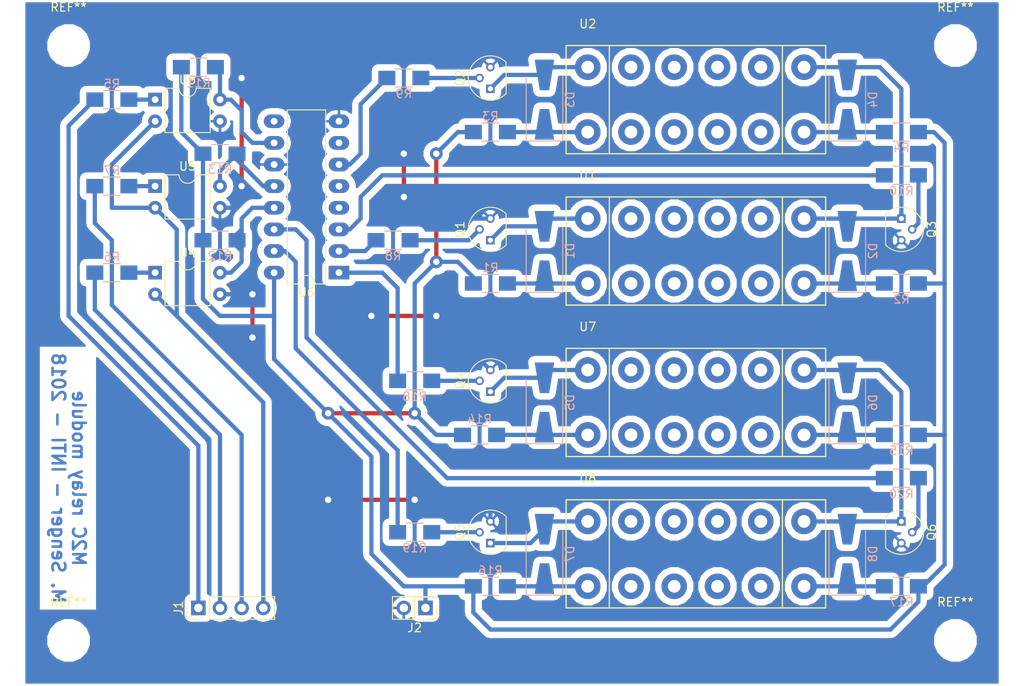
<source format=kicad_pcb>
(kicad_pcb (version 20171130) (host pcbnew 5.0.0-fee4fd1~66~ubuntu18.04.1)

  (general
    (thickness 1.6)
    (drawings 1)
    (tracks 223)
    (zones 0)
    (modules 48)
    (nets 75)
  )

  (page A4)
  (title_block
    (title "Module M2C")
    (date 2018-09-03)
    (company INTI)
  )

  (layers
    (0 F.Cu signal)
    (31 B.Cu signal)
    (32 B.Adhes user)
    (33 F.Adhes user)
    (34 B.Paste user)
    (35 F.Paste user)
    (36 B.SilkS user)
    (37 F.SilkS user)
    (38 B.Mask user)
    (39 F.Mask user)
    (40 Dwgs.User user)
    (41 Cmts.User user)
    (42 Eco1.User user)
    (43 Eco2.User user)
    (44 Edge.Cuts user)
    (45 Margin user)
    (46 B.CrtYd user)
    (47 F.CrtYd user)
    (48 B.Fab user)
    (49 F.Fab user)
  )

  (setup
    (last_trace_width 0.5)
    (trace_clearance 0.2)
    (zone_clearance 0.75)
    (zone_45_only yes)
    (trace_min 0.2)
    (segment_width 0.2)
    (edge_width 0.15)
    (via_size 1.5)
    (via_drill 0.75)
    (via_min_size 0.4)
    (via_min_drill 0.3)
    (uvia_size 0.3)
    (uvia_drill 0.1)
    (uvias_allowed no)
    (uvia_min_size 0.2)
    (uvia_min_drill 0.1)
    (pcb_text_width 0.3)
    (pcb_text_size 1.5 1.5)
    (mod_edge_width 0.15)
    (mod_text_size 1 1)
    (mod_text_width 0.15)
    (pad_size 1.524 1.524)
    (pad_drill 0.762)
    (pad_to_mask_clearance 0.2)
    (aux_axis_origin 0 0)
    (visible_elements FFFFFF7F)
    (pcbplotparams
      (layerselection 0x00000_80000001)
      (usegerberextensions false)
      (usegerberattributes false)
      (usegerberadvancedattributes false)
      (creategerberjobfile false)
      (excludeedgelayer true)
      (linewidth 0.100000)
      (plotframeref false)
      (viasonmask false)
      (mode 1)
      (useauxorigin false)
      (hpglpennumber 1)
      (hpglpenspeed 20)
      (hpglpendiameter 15.000000)
      (psnegative false)
      (psa4output false)
      (plotreference true)
      (plotvalue true)
      (plotinvisibletext false)
      (padsonsilk false)
      (subtractmaskfromsilk false)
      (outputformat 5)
      (mirror false)
      (drillshape 2)
      (scaleselection 1)
      (outputdirectory "plano/"))
  )

  (net 0 "")
  (net 1 "Net-(D1-Pad1)")
  (net 2 "Net-(D1-Pad2)")
  (net 3 "Net-(D2-Pad1)")
  (net 4 "Net-(D2-Pad2)")
  (net 5 "Net-(D3-Pad1)")
  (net 6 "Net-(D3-Pad2)")
  (net 7 "Net-(D4-Pad1)")
  (net 8 "Net-(D5-Pad1)")
  (net 9 "Net-(D5-Pad2)")
  (net 10 "Net-(D6-Pad1)")
  (net 11 "Net-(D6-Pad2)")
  (net 12 "Net-(D7-Pad1)")
  (net 13 "Net-(D7-Pad2)")
  (net 14 "Net-(D8-Pad1)")
  (net 15 "Net-(Q1-Pad2)")
  (net 16 GNDA)
  (net 17 "Net-(Q2-Pad2)")
  (net 18 "Net-(Q3-Pad2)")
  (net 19 "Net-(Q4-Pad2)")
  (net 20 "Net-(Q5-Pad2)")
  (net 21 "Net-(Q6-Pad2)")
  (net 22 +12V)
  (net 23 "Net-(R5-Pad1)")
  (net 24 "Net-(R6-Pad1)")
  (net 25 "Net-(R7-Pad1)")
  (net 26 CH0_A)
  (net 27 CH0_B)
  (net 28 CH0_OPEN)
  (net 29 "Net-(R11-Pad2)")
  (net 30 "Net-(R12-Pad2)")
  (net 31 "Net-(R13-Pad2)")
  (net 32 CH1_A)
  (net 33 CH1_OPEN)
  (net 34 CH1_B)
  (net 35 /pin0)
  (net 36 /pin1)
  (net 37 /pin2)
  (net 38 /Arduino_GND)
  (net 39 "Net-(U1-Pad2)")
  (net 40 "Net-(U1-Pad3)")
  (net 41 "Net-(U1-Pad4)")
  (net 42 "Net-(U1-Pad5)")
  (net 43 "Net-(U1-Pad8)")
  (net 44 "Net-(U1-Pad9)")
  (net 45 "Net-(U1-Pad10)")
  (net 46 "Net-(U1-Pad11)")
  (net 47 "Net-(U2-Pad2)")
  (net 48 "Net-(U2-Pad3)")
  (net 49 "Net-(U2-Pad4)")
  (net 50 "Net-(U2-Pad5)")
  (net 51 "Net-(U2-Pad8)")
  (net 52 "Net-(U2-Pad9)")
  (net 53 "Net-(U2-Pad10)")
  (net 54 "Net-(U2-Pad11)")
  (net 55 "Net-(U6-Pad9)")
  (net 56 "Net-(U6-Pad4)")
  (net 57 "Net-(U6-Pad5)")
  (net 58 "Net-(U6-Pad7)")
  (net 59 "Net-(U7-Pad2)")
  (net 60 "Net-(U7-Pad3)")
  (net 61 "Net-(U7-Pad4)")
  (net 62 "Net-(U7-Pad5)")
  (net 63 "Net-(U7-Pad8)")
  (net 64 "Net-(U7-Pad9)")
  (net 65 "Net-(U7-Pad10)")
  (net 66 "Net-(U7-Pad11)")
  (net 67 "Net-(U8-Pad2)")
  (net 68 "Net-(U8-Pad3)")
  (net 69 "Net-(U8-Pad4)")
  (net 70 "Net-(U8-Pad5)")
  (net 71 "Net-(U8-Pad8)")
  (net 72 "Net-(U8-Pad9)")
  (net 73 "Net-(U8-Pad10)")
  (net 74 "Net-(U8-Pad11)")

  (net_class Default "This is the default net class."
    (clearance 0.2)
    (trace_width 0.5)
    (via_dia 1.5)
    (via_drill 0.75)
    (uvia_dia 0.3)
    (uvia_drill 0.1)
    (add_net +12V)
    (add_net /Arduino_GND)
    (add_net /pin0)
    (add_net /pin1)
    (add_net /pin2)
    (add_net CH0_A)
    (add_net CH0_B)
    (add_net CH0_OPEN)
    (add_net CH1_A)
    (add_net CH1_B)
    (add_net CH1_OPEN)
    (add_net GNDA)
    (add_net "Net-(D1-Pad1)")
    (add_net "Net-(D1-Pad2)")
    (add_net "Net-(D2-Pad1)")
    (add_net "Net-(D2-Pad2)")
    (add_net "Net-(D3-Pad1)")
    (add_net "Net-(D3-Pad2)")
    (add_net "Net-(D4-Pad1)")
    (add_net "Net-(D5-Pad1)")
    (add_net "Net-(D5-Pad2)")
    (add_net "Net-(D6-Pad1)")
    (add_net "Net-(D6-Pad2)")
    (add_net "Net-(D7-Pad1)")
    (add_net "Net-(D7-Pad2)")
    (add_net "Net-(D8-Pad1)")
    (add_net "Net-(Q1-Pad2)")
    (add_net "Net-(Q2-Pad2)")
    (add_net "Net-(Q3-Pad2)")
    (add_net "Net-(Q4-Pad2)")
    (add_net "Net-(Q5-Pad2)")
    (add_net "Net-(Q6-Pad2)")
    (add_net "Net-(R11-Pad2)")
    (add_net "Net-(R12-Pad2)")
    (add_net "Net-(R13-Pad2)")
    (add_net "Net-(R5-Pad1)")
    (add_net "Net-(R6-Pad1)")
    (add_net "Net-(R7-Pad1)")
    (add_net "Net-(U1-Pad10)")
    (add_net "Net-(U1-Pad11)")
    (add_net "Net-(U1-Pad2)")
    (add_net "Net-(U1-Pad3)")
    (add_net "Net-(U1-Pad4)")
    (add_net "Net-(U1-Pad5)")
    (add_net "Net-(U1-Pad8)")
    (add_net "Net-(U1-Pad9)")
    (add_net "Net-(U2-Pad10)")
    (add_net "Net-(U2-Pad11)")
    (add_net "Net-(U2-Pad2)")
    (add_net "Net-(U2-Pad3)")
    (add_net "Net-(U2-Pad4)")
    (add_net "Net-(U2-Pad5)")
    (add_net "Net-(U2-Pad8)")
    (add_net "Net-(U2-Pad9)")
    (add_net "Net-(U6-Pad4)")
    (add_net "Net-(U6-Pad5)")
    (add_net "Net-(U6-Pad7)")
    (add_net "Net-(U6-Pad9)")
    (add_net "Net-(U7-Pad10)")
    (add_net "Net-(U7-Pad11)")
    (add_net "Net-(U7-Pad2)")
    (add_net "Net-(U7-Pad3)")
    (add_net "Net-(U7-Pad4)")
    (add_net "Net-(U7-Pad5)")
    (add_net "Net-(U7-Pad8)")
    (add_net "Net-(U7-Pad9)")
    (add_net "Net-(U8-Pad10)")
    (add_net "Net-(U8-Pad11)")
    (add_net "Net-(U8-Pad2)")
    (add_net "Net-(U8-Pad3)")
    (add_net "Net-(U8-Pad4)")
    (add_net "Net-(U8-Pad5)")
    (add_net "Net-(U8-Pad8)")
    (add_net "Net-(U8-Pad9)")
  )

  (module Housings_DIP:DIP-16_W7.62mm_LongPads (layer F.Cu) (tedit 59C78D6B) (tstamp 5B8D6DB6)
    (at 85.09 50.8 180)
    (descr "16-lead though-hole mounted DIP package, row spacing 7.62 mm (300 mils), LongPads")
    (tags "THT DIP DIL PDIP 2.54mm 7.62mm 300mil LongPads")
    (path /5B8D2D37)
    (fp_text reference U6 (at 3.81 -2.33 180) (layer F.SilkS)
      (effects (font (size 1 1) (thickness 0.15)))
    )
    (fp_text value 4028 (at 3.81 20.11 180) (layer F.Fab)
      (effects (font (size 1 1) (thickness 0.15)))
    )
    (fp_arc (start 3.81 -1.33) (end 2.81 -1.33) (angle -180) (layer F.SilkS) (width 0.12))
    (fp_line (start 1.635 -1.27) (end 6.985 -1.27) (layer F.Fab) (width 0.1))
    (fp_line (start 6.985 -1.27) (end 6.985 19.05) (layer F.Fab) (width 0.1))
    (fp_line (start 6.985 19.05) (end 0.635 19.05) (layer F.Fab) (width 0.1))
    (fp_line (start 0.635 19.05) (end 0.635 -0.27) (layer F.Fab) (width 0.1))
    (fp_line (start 0.635 -0.27) (end 1.635 -1.27) (layer F.Fab) (width 0.1))
    (fp_line (start 2.81 -1.33) (end 1.56 -1.33) (layer F.SilkS) (width 0.12))
    (fp_line (start 1.56 -1.33) (end 1.56 19.11) (layer F.SilkS) (width 0.12))
    (fp_line (start 1.56 19.11) (end 6.06 19.11) (layer F.SilkS) (width 0.12))
    (fp_line (start 6.06 19.11) (end 6.06 -1.33) (layer F.SilkS) (width 0.12))
    (fp_line (start 6.06 -1.33) (end 4.81 -1.33) (layer F.SilkS) (width 0.12))
    (fp_line (start -1.45 -1.55) (end -1.45 19.3) (layer F.CrtYd) (width 0.05))
    (fp_line (start -1.45 19.3) (end 9.1 19.3) (layer F.CrtYd) (width 0.05))
    (fp_line (start 9.1 19.3) (end 9.1 -1.55) (layer F.CrtYd) (width 0.05))
    (fp_line (start 9.1 -1.55) (end -1.45 -1.55) (layer F.CrtYd) (width 0.05))
    (fp_text user %R (at 3.81 8.89 180) (layer F.Fab)
      (effects (font (size 1 1) (thickness 0.15)))
    )
    (pad 1 thru_hole rect (at 0 0 180) (size 2.4 1.6) (drill 0.8) (layers *.Cu *.Mask)
      (net 32 CH1_A))
    (pad 9 thru_hole oval (at 7.62 17.78 180) (size 2.4 1.6) (drill 0.8) (layers *.Cu *.Mask)
      (net 55 "Net-(U6-Pad9)"))
    (pad 2 thru_hole oval (at 0 2.54 180) (size 2.4 1.6) (drill 0.8) (layers *.Cu *.Mask)
      (net 26 CH0_A))
    (pad 10 thru_hole oval (at 7.62 15.24 180) (size 2.4 1.6) (drill 0.8) (layers *.Cu *.Mask)
      (net 29 "Net-(R11-Pad2)"))
    (pad 3 thru_hole oval (at 0 5.08 180) (size 2.4 1.6) (drill 0.8) (layers *.Cu *.Mask)
      (net 28 CH0_OPEN))
    (pad 11 thru_hole oval (at 7.62 12.7 180) (size 2.4 1.6) (drill 0.8) (layers *.Cu *.Mask)
      (net 16 GNDA))
    (pad 4 thru_hole oval (at 0 7.62 180) (size 2.4 1.6) (drill 0.8) (layers *.Cu *.Mask)
      (net 56 "Net-(U6-Pad4)"))
    (pad 12 thru_hole oval (at 7.62 10.16 180) (size 2.4 1.6) (drill 0.8) (layers *.Cu *.Mask)
      (net 31 "Net-(R13-Pad2)"))
    (pad 5 thru_hole oval (at 0 10.16 180) (size 2.4 1.6) (drill 0.8) (layers *.Cu *.Mask)
      (net 57 "Net-(U6-Pad5)"))
    (pad 13 thru_hole oval (at 7.62 7.62 180) (size 2.4 1.6) (drill 0.8) (layers *.Cu *.Mask)
      (net 30 "Net-(R12-Pad2)"))
    (pad 6 thru_hole oval (at 0 12.7 180) (size 2.4 1.6) (drill 0.8) (layers *.Cu *.Mask)
      (net 27 CH0_B))
    (pad 14 thru_hole oval (at 7.62 5.08 180) (size 2.4 1.6) (drill 0.8) (layers *.Cu *.Mask)
      (net 33 CH1_OPEN))
    (pad 7 thru_hole oval (at 0 15.24 180) (size 2.4 1.6) (drill 0.8) (layers *.Cu *.Mask)
      (net 58 "Net-(U6-Pad7)"))
    (pad 15 thru_hole oval (at 7.62 2.54 180) (size 2.4 1.6) (drill 0.8) (layers *.Cu *.Mask)
      (net 34 CH1_B))
    (pad 8 thru_hole oval (at 0 17.78 180) (size 2.4 1.6) (drill 0.8) (layers *.Cu *.Mask)
      (net 16 GNDA))
    (pad 16 thru_hole oval (at 7.62 0 180) (size 2.4 1.6) (drill 0.8) (layers *.Cu *.Mask)
      (net 22 +12V))
    (model ${KISYS3DMOD}/Housings_DIP.3dshapes/DIP-16_W7.62mm.wrl
      (at (xyz 0 0 0))
      (scale (xyz 1 1 1))
      (rotate (xyz 0 0 0))
    )
  )

  (module Diodes_SMD:D_SMA-SMB_Universal_Handsoldering (layer B.Cu) (tedit 5864381A) (tstamp 5B8D6C8A)
    (at 109.22 48.26 90)
    (descr "Diode, Universal, SMA (DO-214AC) or SMB (DO-214AA), Handsoldering,")
    (tags "Diode Universal SMA (DO-214AC) SMB (DO-214AA) Handsoldering ")
    (path /5B8D7787)
    (attr smd)
    (fp_text reference D1 (at 0 3 90) (layer B.SilkS)
      (effects (font (size 1 1) (thickness 0.15)) (justify mirror))
    )
    (fp_text value 1N4007 (at 0 -3.1 90) (layer B.Fab)
      (effects (font (size 1 1) (thickness 0.15)) (justify mirror))
    )
    (fp_text user %R (at 0 3 90) (layer B.Fab)
      (effects (font (size 1 1) (thickness 0.15)) (justify mirror))
    )
    (fp_line (start -4.85 2.15) (end -4.85 -2.15) (layer B.SilkS) (width 0.12))
    (fp_line (start 2.3 -2) (end -2.3 -2) (layer B.Fab) (width 0.1))
    (fp_line (start -2.3 -2) (end -2.3 2) (layer B.Fab) (width 0.1))
    (fp_line (start 2.3 2) (end 2.3 -2) (layer B.Fab) (width 0.1))
    (fp_line (start 2.3 2) (end -2.3 2) (layer B.Fab) (width 0.1))
    (fp_line (start 2.3 -1.5) (end -2.3 -1.5) (layer B.Fab) (width 0.1))
    (fp_line (start -2.3 -1.5) (end -2.3 1.5) (layer B.Fab) (width 0.1))
    (fp_line (start 2.3 1.5) (end 2.3 -1.5) (layer B.Fab) (width 0.1))
    (fp_line (start 2.3 1.5) (end -2.3 1.5) (layer B.Fab) (width 0.1))
    (fp_line (start -4.95 2.25) (end 4.95 2.25) (layer B.CrtYd) (width 0.05))
    (fp_line (start 4.95 2.25) (end 4.95 -2.25) (layer B.CrtYd) (width 0.05))
    (fp_line (start 4.95 -2.25) (end -4.95 -2.25) (layer B.CrtYd) (width 0.05))
    (fp_line (start -4.95 -2.25) (end -4.95 2.25) (layer B.CrtYd) (width 0.05))
    (fp_line (start -0.64944 -0.00102) (end -1.55114 -0.00102) (layer B.Fab) (width 0.1))
    (fp_line (start 0.50118 -0.00102) (end 1.4994 -0.00102) (layer B.Fab) (width 0.1))
    (fp_line (start -0.64944 0.79908) (end -0.64944 -0.80112) (layer B.Fab) (width 0.1))
    (fp_line (start 0.50118 -0.75032) (end 0.50118 0.79908) (layer B.Fab) (width 0.1))
    (fp_line (start -0.64944 -0.00102) (end 0.50118 -0.75032) (layer B.Fab) (width 0.1))
    (fp_line (start -0.64944 -0.00102) (end 0.50118 0.79908) (layer B.Fab) (width 0.1))
    (fp_line (start -4.85 -2.15) (end 2.7 -2.15) (layer B.SilkS) (width 0.12))
    (fp_line (start -4.85 2.15) (end 2.7 2.15) (layer B.SilkS) (width 0.12))
    (pad 1 smd trapezoid (at -2.9 0 90) (size 3.6 1.7) (rect_delta 0.6 0 ) (layers B.Cu B.Paste B.Mask)
      (net 1 "Net-(D1-Pad1)"))
    (pad 2 smd trapezoid (at 2.9 0 270) (size 3.6 1.7) (rect_delta 0.6 0 ) (layers B.Cu B.Paste B.Mask)
      (net 2 "Net-(D1-Pad2)"))
    (model ${KISYS3DMOD}/Diodes_SMD.3dshapes/D_SMB.wrl
      (at (xyz 0 0 0))
      (scale (xyz 1 1 1))
      (rotate (xyz 0 0 0))
    )
  )

  (module Diodes_SMD:D_SMA-SMB_Universal_Handsoldering (layer B.Cu) (tedit 5864381A) (tstamp 5B8D6C90)
    (at 144.78 48.26 90)
    (descr "Diode, Universal, SMA (DO-214AC) or SMB (DO-214AA), Handsoldering,")
    (tags "Diode Universal SMA (DO-214AC) SMB (DO-214AA) Handsoldering ")
    (path /5B8DA105)
    (attr smd)
    (fp_text reference D2 (at 0 3 90) (layer B.SilkS)
      (effects (font (size 1 1) (thickness 0.15)) (justify mirror))
    )
    (fp_text value 1N4007 (at 0 -3.1 90) (layer B.Fab)
      (effects (font (size 1 1) (thickness 0.15)) (justify mirror))
    )
    (fp_text user %R (at 0 3 90) (layer B.Fab)
      (effects (font (size 1 1) (thickness 0.15)) (justify mirror))
    )
    (fp_line (start -4.85 2.15) (end -4.85 -2.15) (layer B.SilkS) (width 0.12))
    (fp_line (start 2.3 -2) (end -2.3 -2) (layer B.Fab) (width 0.1))
    (fp_line (start -2.3 -2) (end -2.3 2) (layer B.Fab) (width 0.1))
    (fp_line (start 2.3 2) (end 2.3 -2) (layer B.Fab) (width 0.1))
    (fp_line (start 2.3 2) (end -2.3 2) (layer B.Fab) (width 0.1))
    (fp_line (start 2.3 -1.5) (end -2.3 -1.5) (layer B.Fab) (width 0.1))
    (fp_line (start -2.3 -1.5) (end -2.3 1.5) (layer B.Fab) (width 0.1))
    (fp_line (start 2.3 1.5) (end 2.3 -1.5) (layer B.Fab) (width 0.1))
    (fp_line (start 2.3 1.5) (end -2.3 1.5) (layer B.Fab) (width 0.1))
    (fp_line (start -4.95 2.25) (end 4.95 2.25) (layer B.CrtYd) (width 0.05))
    (fp_line (start 4.95 2.25) (end 4.95 -2.25) (layer B.CrtYd) (width 0.05))
    (fp_line (start 4.95 -2.25) (end -4.95 -2.25) (layer B.CrtYd) (width 0.05))
    (fp_line (start -4.95 -2.25) (end -4.95 2.25) (layer B.CrtYd) (width 0.05))
    (fp_line (start -0.64944 -0.00102) (end -1.55114 -0.00102) (layer B.Fab) (width 0.1))
    (fp_line (start 0.50118 -0.00102) (end 1.4994 -0.00102) (layer B.Fab) (width 0.1))
    (fp_line (start -0.64944 0.79908) (end -0.64944 -0.80112) (layer B.Fab) (width 0.1))
    (fp_line (start 0.50118 -0.75032) (end 0.50118 0.79908) (layer B.Fab) (width 0.1))
    (fp_line (start -0.64944 -0.00102) (end 0.50118 -0.75032) (layer B.Fab) (width 0.1))
    (fp_line (start -0.64944 -0.00102) (end 0.50118 0.79908) (layer B.Fab) (width 0.1))
    (fp_line (start -4.85 -2.15) (end 2.7 -2.15) (layer B.SilkS) (width 0.12))
    (fp_line (start -4.85 2.15) (end 2.7 2.15) (layer B.SilkS) (width 0.12))
    (pad 1 smd trapezoid (at -2.9 0 90) (size 3.6 1.7) (rect_delta 0.6 0 ) (layers B.Cu B.Paste B.Mask)
      (net 3 "Net-(D2-Pad1)"))
    (pad 2 smd trapezoid (at 2.9 0 270) (size 3.6 1.7) (rect_delta 0.6 0 ) (layers B.Cu B.Paste B.Mask)
      (net 4 "Net-(D2-Pad2)"))
    (model ${KISYS3DMOD}/Diodes_SMD.3dshapes/D_SMB.wrl
      (at (xyz 0 0 0))
      (scale (xyz 1 1 1))
      (rotate (xyz 0 0 0))
    )
  )

  (module Diodes_SMD:D_SMA-SMB_Universal_Handsoldering (layer B.Cu) (tedit 5864381A) (tstamp 5B8D6C96)
    (at 109.22 30.48 90)
    (descr "Diode, Universal, SMA (DO-214AC) or SMB (DO-214AA), Handsoldering,")
    (tags "Diode Universal SMA (DO-214AC) SMB (DO-214AA) Handsoldering ")
    (path /5B8DC4BB)
    (attr smd)
    (fp_text reference D3 (at 0 3 90) (layer B.SilkS)
      (effects (font (size 1 1) (thickness 0.15)) (justify mirror))
    )
    (fp_text value 1N4007 (at 0 -3.1 90) (layer B.Fab)
      (effects (font (size 1 1) (thickness 0.15)) (justify mirror))
    )
    (fp_text user %R (at 0 3 90) (layer B.Fab)
      (effects (font (size 1 1) (thickness 0.15)) (justify mirror))
    )
    (fp_line (start -4.85 2.15) (end -4.85 -2.15) (layer B.SilkS) (width 0.12))
    (fp_line (start 2.3 -2) (end -2.3 -2) (layer B.Fab) (width 0.1))
    (fp_line (start -2.3 -2) (end -2.3 2) (layer B.Fab) (width 0.1))
    (fp_line (start 2.3 2) (end 2.3 -2) (layer B.Fab) (width 0.1))
    (fp_line (start 2.3 2) (end -2.3 2) (layer B.Fab) (width 0.1))
    (fp_line (start 2.3 -1.5) (end -2.3 -1.5) (layer B.Fab) (width 0.1))
    (fp_line (start -2.3 -1.5) (end -2.3 1.5) (layer B.Fab) (width 0.1))
    (fp_line (start 2.3 1.5) (end 2.3 -1.5) (layer B.Fab) (width 0.1))
    (fp_line (start 2.3 1.5) (end -2.3 1.5) (layer B.Fab) (width 0.1))
    (fp_line (start -4.95 2.25) (end 4.95 2.25) (layer B.CrtYd) (width 0.05))
    (fp_line (start 4.95 2.25) (end 4.95 -2.25) (layer B.CrtYd) (width 0.05))
    (fp_line (start 4.95 -2.25) (end -4.95 -2.25) (layer B.CrtYd) (width 0.05))
    (fp_line (start -4.95 -2.25) (end -4.95 2.25) (layer B.CrtYd) (width 0.05))
    (fp_line (start -0.64944 -0.00102) (end -1.55114 -0.00102) (layer B.Fab) (width 0.1))
    (fp_line (start 0.50118 -0.00102) (end 1.4994 -0.00102) (layer B.Fab) (width 0.1))
    (fp_line (start -0.64944 0.79908) (end -0.64944 -0.80112) (layer B.Fab) (width 0.1))
    (fp_line (start 0.50118 -0.75032) (end 0.50118 0.79908) (layer B.Fab) (width 0.1))
    (fp_line (start -0.64944 -0.00102) (end 0.50118 -0.75032) (layer B.Fab) (width 0.1))
    (fp_line (start -0.64944 -0.00102) (end 0.50118 0.79908) (layer B.Fab) (width 0.1))
    (fp_line (start -4.85 -2.15) (end 2.7 -2.15) (layer B.SilkS) (width 0.12))
    (fp_line (start -4.85 2.15) (end 2.7 2.15) (layer B.SilkS) (width 0.12))
    (pad 1 smd trapezoid (at -2.9 0 90) (size 3.6 1.7) (rect_delta 0.6 0 ) (layers B.Cu B.Paste B.Mask)
      (net 5 "Net-(D3-Pad1)"))
    (pad 2 smd trapezoid (at 2.9 0 270) (size 3.6 1.7) (rect_delta 0.6 0 ) (layers B.Cu B.Paste B.Mask)
      (net 6 "Net-(D3-Pad2)"))
    (model ${KISYS3DMOD}/Diodes_SMD.3dshapes/D_SMB.wrl
      (at (xyz 0 0 0))
      (scale (xyz 1 1 1))
      (rotate (xyz 0 0 0))
    )
  )

  (module Diodes_SMD:D_SMA-SMB_Universal_Handsoldering (layer B.Cu) (tedit 5864381A) (tstamp 5B8D6C9C)
    (at 144.78 30.48 90)
    (descr "Diode, Universal, SMA (DO-214AC) or SMB (DO-214AA), Handsoldering,")
    (tags "Diode Universal SMA (DO-214AC) SMB (DO-214AA) Handsoldering ")
    (path /5B8DC4E3)
    (attr smd)
    (fp_text reference D4 (at 0 3 90) (layer B.SilkS)
      (effects (font (size 1 1) (thickness 0.15)) (justify mirror))
    )
    (fp_text value 1N4007 (at 0 -3.1 90) (layer B.Fab)
      (effects (font (size 1 1) (thickness 0.15)) (justify mirror))
    )
    (fp_text user %R (at 0 3 90) (layer B.Fab)
      (effects (font (size 1 1) (thickness 0.15)) (justify mirror))
    )
    (fp_line (start -4.85 2.15) (end -4.85 -2.15) (layer B.SilkS) (width 0.12))
    (fp_line (start 2.3 -2) (end -2.3 -2) (layer B.Fab) (width 0.1))
    (fp_line (start -2.3 -2) (end -2.3 2) (layer B.Fab) (width 0.1))
    (fp_line (start 2.3 2) (end 2.3 -2) (layer B.Fab) (width 0.1))
    (fp_line (start 2.3 2) (end -2.3 2) (layer B.Fab) (width 0.1))
    (fp_line (start 2.3 -1.5) (end -2.3 -1.5) (layer B.Fab) (width 0.1))
    (fp_line (start -2.3 -1.5) (end -2.3 1.5) (layer B.Fab) (width 0.1))
    (fp_line (start 2.3 1.5) (end 2.3 -1.5) (layer B.Fab) (width 0.1))
    (fp_line (start 2.3 1.5) (end -2.3 1.5) (layer B.Fab) (width 0.1))
    (fp_line (start -4.95 2.25) (end 4.95 2.25) (layer B.CrtYd) (width 0.05))
    (fp_line (start 4.95 2.25) (end 4.95 -2.25) (layer B.CrtYd) (width 0.05))
    (fp_line (start 4.95 -2.25) (end -4.95 -2.25) (layer B.CrtYd) (width 0.05))
    (fp_line (start -4.95 -2.25) (end -4.95 2.25) (layer B.CrtYd) (width 0.05))
    (fp_line (start -0.64944 -0.00102) (end -1.55114 -0.00102) (layer B.Fab) (width 0.1))
    (fp_line (start 0.50118 -0.00102) (end 1.4994 -0.00102) (layer B.Fab) (width 0.1))
    (fp_line (start -0.64944 0.79908) (end -0.64944 -0.80112) (layer B.Fab) (width 0.1))
    (fp_line (start 0.50118 -0.75032) (end 0.50118 0.79908) (layer B.Fab) (width 0.1))
    (fp_line (start -0.64944 -0.00102) (end 0.50118 -0.75032) (layer B.Fab) (width 0.1))
    (fp_line (start -0.64944 -0.00102) (end 0.50118 0.79908) (layer B.Fab) (width 0.1))
    (fp_line (start -4.85 -2.15) (end 2.7 -2.15) (layer B.SilkS) (width 0.12))
    (fp_line (start -4.85 2.15) (end 2.7 2.15) (layer B.SilkS) (width 0.12))
    (pad 1 smd trapezoid (at -2.9 0 90) (size 3.6 1.7) (rect_delta 0.6 0 ) (layers B.Cu B.Paste B.Mask)
      (net 7 "Net-(D4-Pad1)"))
    (pad 2 smd trapezoid (at 2.9 0 270) (size 3.6 1.7) (rect_delta 0.6 0 ) (layers B.Cu B.Paste B.Mask)
      (net 4 "Net-(D2-Pad2)"))
    (model ${KISYS3DMOD}/Diodes_SMD.3dshapes/D_SMB.wrl
      (at (xyz 0 0 0))
      (scale (xyz 1 1 1))
      (rotate (xyz 0 0 0))
    )
  )

  (module Diodes_SMD:D_SMA-SMB_Universal_Handsoldering (layer B.Cu) (tedit 5864381A) (tstamp 5B8D6CA2)
    (at 109.22 66.04 90)
    (descr "Diode, Universal, SMA (DO-214AC) or SMB (DO-214AA), Handsoldering,")
    (tags "Diode Universal SMA (DO-214AC) SMB (DO-214AA) Handsoldering ")
    (path /5B8DF69B)
    (attr smd)
    (fp_text reference D5 (at 0 3 90) (layer B.SilkS)
      (effects (font (size 1 1) (thickness 0.15)) (justify mirror))
    )
    (fp_text value 1N4007 (at 0 -3.1 90) (layer B.Fab)
      (effects (font (size 1 1) (thickness 0.15)) (justify mirror))
    )
    (fp_text user %R (at 0 3 90) (layer B.Fab)
      (effects (font (size 1 1) (thickness 0.15)) (justify mirror))
    )
    (fp_line (start -4.85 2.15) (end -4.85 -2.15) (layer B.SilkS) (width 0.12))
    (fp_line (start 2.3 -2) (end -2.3 -2) (layer B.Fab) (width 0.1))
    (fp_line (start -2.3 -2) (end -2.3 2) (layer B.Fab) (width 0.1))
    (fp_line (start 2.3 2) (end 2.3 -2) (layer B.Fab) (width 0.1))
    (fp_line (start 2.3 2) (end -2.3 2) (layer B.Fab) (width 0.1))
    (fp_line (start 2.3 -1.5) (end -2.3 -1.5) (layer B.Fab) (width 0.1))
    (fp_line (start -2.3 -1.5) (end -2.3 1.5) (layer B.Fab) (width 0.1))
    (fp_line (start 2.3 1.5) (end 2.3 -1.5) (layer B.Fab) (width 0.1))
    (fp_line (start 2.3 1.5) (end -2.3 1.5) (layer B.Fab) (width 0.1))
    (fp_line (start -4.95 2.25) (end 4.95 2.25) (layer B.CrtYd) (width 0.05))
    (fp_line (start 4.95 2.25) (end 4.95 -2.25) (layer B.CrtYd) (width 0.05))
    (fp_line (start 4.95 -2.25) (end -4.95 -2.25) (layer B.CrtYd) (width 0.05))
    (fp_line (start -4.95 -2.25) (end -4.95 2.25) (layer B.CrtYd) (width 0.05))
    (fp_line (start -0.64944 -0.00102) (end -1.55114 -0.00102) (layer B.Fab) (width 0.1))
    (fp_line (start 0.50118 -0.00102) (end 1.4994 -0.00102) (layer B.Fab) (width 0.1))
    (fp_line (start -0.64944 0.79908) (end -0.64944 -0.80112) (layer B.Fab) (width 0.1))
    (fp_line (start 0.50118 -0.75032) (end 0.50118 0.79908) (layer B.Fab) (width 0.1))
    (fp_line (start -0.64944 -0.00102) (end 0.50118 -0.75032) (layer B.Fab) (width 0.1))
    (fp_line (start -0.64944 -0.00102) (end 0.50118 0.79908) (layer B.Fab) (width 0.1))
    (fp_line (start -4.85 -2.15) (end 2.7 -2.15) (layer B.SilkS) (width 0.12))
    (fp_line (start -4.85 2.15) (end 2.7 2.15) (layer B.SilkS) (width 0.12))
    (pad 1 smd trapezoid (at -2.9 0 90) (size 3.6 1.7) (rect_delta 0.6 0 ) (layers B.Cu B.Paste B.Mask)
      (net 8 "Net-(D5-Pad1)"))
    (pad 2 smd trapezoid (at 2.9 0 270) (size 3.6 1.7) (rect_delta 0.6 0 ) (layers B.Cu B.Paste B.Mask)
      (net 9 "Net-(D5-Pad2)"))
    (model ${KISYS3DMOD}/Diodes_SMD.3dshapes/D_SMB.wrl
      (at (xyz 0 0 0))
      (scale (xyz 1 1 1))
      (rotate (xyz 0 0 0))
    )
  )

  (module Diodes_SMD:D_SMA-SMB_Universal_Handsoldering (layer B.Cu) (tedit 5864381A) (tstamp 5B8D6CA8)
    (at 144.78 66.04 90)
    (descr "Diode, Universal, SMA (DO-214AC) or SMB (DO-214AA), Handsoldering,")
    (tags "Diode Universal SMA (DO-214AC) SMB (DO-214AA) Handsoldering ")
    (path /5B8DF6C3)
    (attr smd)
    (fp_text reference D6 (at 0 3 90) (layer B.SilkS)
      (effects (font (size 1 1) (thickness 0.15)) (justify mirror))
    )
    (fp_text value 1N4007 (at 0 -3.1 90) (layer B.Fab)
      (effects (font (size 1 1) (thickness 0.15)) (justify mirror))
    )
    (fp_text user %R (at 0 3 90) (layer B.Fab)
      (effects (font (size 1 1) (thickness 0.15)) (justify mirror))
    )
    (fp_line (start -4.85 2.15) (end -4.85 -2.15) (layer B.SilkS) (width 0.12))
    (fp_line (start 2.3 -2) (end -2.3 -2) (layer B.Fab) (width 0.1))
    (fp_line (start -2.3 -2) (end -2.3 2) (layer B.Fab) (width 0.1))
    (fp_line (start 2.3 2) (end 2.3 -2) (layer B.Fab) (width 0.1))
    (fp_line (start 2.3 2) (end -2.3 2) (layer B.Fab) (width 0.1))
    (fp_line (start 2.3 -1.5) (end -2.3 -1.5) (layer B.Fab) (width 0.1))
    (fp_line (start -2.3 -1.5) (end -2.3 1.5) (layer B.Fab) (width 0.1))
    (fp_line (start 2.3 1.5) (end 2.3 -1.5) (layer B.Fab) (width 0.1))
    (fp_line (start 2.3 1.5) (end -2.3 1.5) (layer B.Fab) (width 0.1))
    (fp_line (start -4.95 2.25) (end 4.95 2.25) (layer B.CrtYd) (width 0.05))
    (fp_line (start 4.95 2.25) (end 4.95 -2.25) (layer B.CrtYd) (width 0.05))
    (fp_line (start 4.95 -2.25) (end -4.95 -2.25) (layer B.CrtYd) (width 0.05))
    (fp_line (start -4.95 -2.25) (end -4.95 2.25) (layer B.CrtYd) (width 0.05))
    (fp_line (start -0.64944 -0.00102) (end -1.55114 -0.00102) (layer B.Fab) (width 0.1))
    (fp_line (start 0.50118 -0.00102) (end 1.4994 -0.00102) (layer B.Fab) (width 0.1))
    (fp_line (start -0.64944 0.79908) (end -0.64944 -0.80112) (layer B.Fab) (width 0.1))
    (fp_line (start 0.50118 -0.75032) (end 0.50118 0.79908) (layer B.Fab) (width 0.1))
    (fp_line (start -0.64944 -0.00102) (end 0.50118 -0.75032) (layer B.Fab) (width 0.1))
    (fp_line (start -0.64944 -0.00102) (end 0.50118 0.79908) (layer B.Fab) (width 0.1))
    (fp_line (start -4.85 -2.15) (end 2.7 -2.15) (layer B.SilkS) (width 0.12))
    (fp_line (start -4.85 2.15) (end 2.7 2.15) (layer B.SilkS) (width 0.12))
    (pad 1 smd trapezoid (at -2.9 0 90) (size 3.6 1.7) (rect_delta 0.6 0 ) (layers B.Cu B.Paste B.Mask)
      (net 10 "Net-(D6-Pad1)"))
    (pad 2 smd trapezoid (at 2.9 0 270) (size 3.6 1.7) (rect_delta 0.6 0 ) (layers B.Cu B.Paste B.Mask)
      (net 11 "Net-(D6-Pad2)"))
    (model ${KISYS3DMOD}/Diodes_SMD.3dshapes/D_SMB.wrl
      (at (xyz 0 0 0))
      (scale (xyz 1 1 1))
      (rotate (xyz 0 0 0))
    )
  )

  (module Diodes_SMD:D_SMA-SMB_Universal_Handsoldering (layer B.Cu) (tedit 5864381A) (tstamp 5B8D6CAE)
    (at 109.22 83.82 90)
    (descr "Diode, Universal, SMA (DO-214AC) or SMB (DO-214AA), Handsoldering,")
    (tags "Diode Universal SMA (DO-214AC) SMB (DO-214AA) Handsoldering ")
    (path /5B8DF703)
    (attr smd)
    (fp_text reference D7 (at 0 3 90) (layer B.SilkS)
      (effects (font (size 1 1) (thickness 0.15)) (justify mirror))
    )
    (fp_text value 1N4007 (at 0 -3.1 90) (layer B.Fab)
      (effects (font (size 1 1) (thickness 0.15)) (justify mirror))
    )
    (fp_text user %R (at 0 3 90) (layer B.Fab)
      (effects (font (size 1 1) (thickness 0.15)) (justify mirror))
    )
    (fp_line (start -4.85 2.15) (end -4.85 -2.15) (layer B.SilkS) (width 0.12))
    (fp_line (start 2.3 -2) (end -2.3 -2) (layer B.Fab) (width 0.1))
    (fp_line (start -2.3 -2) (end -2.3 2) (layer B.Fab) (width 0.1))
    (fp_line (start 2.3 2) (end 2.3 -2) (layer B.Fab) (width 0.1))
    (fp_line (start 2.3 2) (end -2.3 2) (layer B.Fab) (width 0.1))
    (fp_line (start 2.3 -1.5) (end -2.3 -1.5) (layer B.Fab) (width 0.1))
    (fp_line (start -2.3 -1.5) (end -2.3 1.5) (layer B.Fab) (width 0.1))
    (fp_line (start 2.3 1.5) (end 2.3 -1.5) (layer B.Fab) (width 0.1))
    (fp_line (start 2.3 1.5) (end -2.3 1.5) (layer B.Fab) (width 0.1))
    (fp_line (start -4.95 2.25) (end 4.95 2.25) (layer B.CrtYd) (width 0.05))
    (fp_line (start 4.95 2.25) (end 4.95 -2.25) (layer B.CrtYd) (width 0.05))
    (fp_line (start 4.95 -2.25) (end -4.95 -2.25) (layer B.CrtYd) (width 0.05))
    (fp_line (start -4.95 -2.25) (end -4.95 2.25) (layer B.CrtYd) (width 0.05))
    (fp_line (start -0.64944 -0.00102) (end -1.55114 -0.00102) (layer B.Fab) (width 0.1))
    (fp_line (start 0.50118 -0.00102) (end 1.4994 -0.00102) (layer B.Fab) (width 0.1))
    (fp_line (start -0.64944 0.79908) (end -0.64944 -0.80112) (layer B.Fab) (width 0.1))
    (fp_line (start 0.50118 -0.75032) (end 0.50118 0.79908) (layer B.Fab) (width 0.1))
    (fp_line (start -0.64944 -0.00102) (end 0.50118 -0.75032) (layer B.Fab) (width 0.1))
    (fp_line (start -0.64944 -0.00102) (end 0.50118 0.79908) (layer B.Fab) (width 0.1))
    (fp_line (start -4.85 -2.15) (end 2.7 -2.15) (layer B.SilkS) (width 0.12))
    (fp_line (start -4.85 2.15) (end 2.7 2.15) (layer B.SilkS) (width 0.12))
    (pad 1 smd trapezoid (at -2.9 0 90) (size 3.6 1.7) (rect_delta 0.6 0 ) (layers B.Cu B.Paste B.Mask)
      (net 12 "Net-(D7-Pad1)"))
    (pad 2 smd trapezoid (at 2.9 0 270) (size 3.6 1.7) (rect_delta 0.6 0 ) (layers B.Cu B.Paste B.Mask)
      (net 13 "Net-(D7-Pad2)"))
    (model ${KISYS3DMOD}/Diodes_SMD.3dshapes/D_SMB.wrl
      (at (xyz 0 0 0))
      (scale (xyz 1 1 1))
      (rotate (xyz 0 0 0))
    )
  )

  (module Diodes_SMD:D_SMA-SMB_Universal_Handsoldering (layer B.Cu) (tedit 5864381A) (tstamp 5B8D6CB4)
    (at 144.78 83.82 90)
    (descr "Diode, Universal, SMA (DO-214AC) or SMB (DO-214AA), Handsoldering,")
    (tags "Diode Universal SMA (DO-214AC) SMB (DO-214AA) Handsoldering ")
    (path /5B8DF72B)
    (attr smd)
    (fp_text reference D8 (at 0 3 90) (layer B.SilkS)
      (effects (font (size 1 1) (thickness 0.15)) (justify mirror))
    )
    (fp_text value 1N4007 (at 0 -3.1 90) (layer B.Fab)
      (effects (font (size 1 1) (thickness 0.15)) (justify mirror))
    )
    (fp_text user %R (at 0 3 90) (layer B.Fab)
      (effects (font (size 1 1) (thickness 0.15)) (justify mirror))
    )
    (fp_line (start -4.85 2.15) (end -4.85 -2.15) (layer B.SilkS) (width 0.12))
    (fp_line (start 2.3 -2) (end -2.3 -2) (layer B.Fab) (width 0.1))
    (fp_line (start -2.3 -2) (end -2.3 2) (layer B.Fab) (width 0.1))
    (fp_line (start 2.3 2) (end 2.3 -2) (layer B.Fab) (width 0.1))
    (fp_line (start 2.3 2) (end -2.3 2) (layer B.Fab) (width 0.1))
    (fp_line (start 2.3 -1.5) (end -2.3 -1.5) (layer B.Fab) (width 0.1))
    (fp_line (start -2.3 -1.5) (end -2.3 1.5) (layer B.Fab) (width 0.1))
    (fp_line (start 2.3 1.5) (end 2.3 -1.5) (layer B.Fab) (width 0.1))
    (fp_line (start 2.3 1.5) (end -2.3 1.5) (layer B.Fab) (width 0.1))
    (fp_line (start -4.95 2.25) (end 4.95 2.25) (layer B.CrtYd) (width 0.05))
    (fp_line (start 4.95 2.25) (end 4.95 -2.25) (layer B.CrtYd) (width 0.05))
    (fp_line (start 4.95 -2.25) (end -4.95 -2.25) (layer B.CrtYd) (width 0.05))
    (fp_line (start -4.95 -2.25) (end -4.95 2.25) (layer B.CrtYd) (width 0.05))
    (fp_line (start -0.64944 -0.00102) (end -1.55114 -0.00102) (layer B.Fab) (width 0.1))
    (fp_line (start 0.50118 -0.00102) (end 1.4994 -0.00102) (layer B.Fab) (width 0.1))
    (fp_line (start -0.64944 0.79908) (end -0.64944 -0.80112) (layer B.Fab) (width 0.1))
    (fp_line (start 0.50118 -0.75032) (end 0.50118 0.79908) (layer B.Fab) (width 0.1))
    (fp_line (start -0.64944 -0.00102) (end 0.50118 -0.75032) (layer B.Fab) (width 0.1))
    (fp_line (start -0.64944 -0.00102) (end 0.50118 0.79908) (layer B.Fab) (width 0.1))
    (fp_line (start -4.85 -2.15) (end 2.7 -2.15) (layer B.SilkS) (width 0.12))
    (fp_line (start -4.85 2.15) (end 2.7 2.15) (layer B.SilkS) (width 0.12))
    (pad 1 smd trapezoid (at -2.9 0 90) (size 3.6 1.7) (rect_delta 0.6 0 ) (layers B.Cu B.Paste B.Mask)
      (net 14 "Net-(D8-Pad1)"))
    (pad 2 smd trapezoid (at 2.9 0 270) (size 3.6 1.7) (rect_delta 0.6 0 ) (layers B.Cu B.Paste B.Mask)
      (net 11 "Net-(D6-Pad2)"))
    (model ${KISYS3DMOD}/Diodes_SMD.3dshapes/D_SMB.wrl
      (at (xyz 0 0 0))
      (scale (xyz 1 1 1))
      (rotate (xyz 0 0 0))
    )
  )

  (module TO_SOT_Packages_THT:TO-92_Molded_Narrow (layer F.Cu) (tedit 58CE52AF) (tstamp 5B8D6CC3)
    (at 102.87 46.99 90)
    (descr "TO-92 leads molded, narrow, drill 0.6mm (see NXP sot054_po.pdf)")
    (tags "to-92 sc-43 sc-43a sot54 PA33 transistor")
    (path /5B8D7490)
    (fp_text reference Q1 (at 1.27 -3.56 90) (layer F.SilkS)
      (effects (font (size 1 1) (thickness 0.15)))
    )
    (fp_text value BC548 (at 1.27 2.79 90) (layer F.Fab)
      (effects (font (size 1 1) (thickness 0.15)))
    )
    (fp_text user %R (at 1.27 -3.56 90) (layer F.Fab)
      (effects (font (size 1 1) (thickness 0.15)))
    )
    (fp_line (start -0.53 1.85) (end 3.07 1.85) (layer F.SilkS) (width 0.12))
    (fp_line (start -0.5 1.75) (end 3 1.75) (layer F.Fab) (width 0.1))
    (fp_line (start -1.46 -2.73) (end 4 -2.73) (layer F.CrtYd) (width 0.05))
    (fp_line (start -1.46 -2.73) (end -1.46 2.01) (layer F.CrtYd) (width 0.05))
    (fp_line (start 4 2.01) (end 4 -2.73) (layer F.CrtYd) (width 0.05))
    (fp_line (start 4 2.01) (end -1.46 2.01) (layer F.CrtYd) (width 0.05))
    (fp_arc (start 1.27 0) (end 1.27 -2.48) (angle 135) (layer F.Fab) (width 0.1))
    (fp_arc (start 1.27 0) (end 1.27 -2.6) (angle -135) (layer F.SilkS) (width 0.12))
    (fp_arc (start 1.27 0) (end 1.27 -2.48) (angle -135) (layer F.Fab) (width 0.1))
    (fp_arc (start 1.27 0) (end 1.27 -2.6) (angle 135) (layer F.SilkS) (width 0.12))
    (pad 2 thru_hole circle (at 1.27 -1.27 180) (size 1 1) (drill 0.6) (layers *.Cu *.Mask)
      (net 15 "Net-(Q1-Pad2)"))
    (pad 3 thru_hole circle (at 2.54 0 180) (size 1 1) (drill 0.6) (layers *.Cu *.Mask)
      (net 16 GNDA))
    (pad 1 thru_hole rect (at 0 0 180) (size 1 1) (drill 0.6) (layers *.Cu *.Mask)
      (net 2 "Net-(D1-Pad2)"))
    (model ${KISYS3DMOD}/TO_SOT_Packages_THT.3dshapes/TO-92_Molded_Narrow.wrl
      (offset (xyz 1.269999980926514 0 0))
      (scale (xyz 1 1 1))
      (rotate (xyz 0 0 -90))
    )
  )

  (module TO_SOT_Packages_THT:TO-92_Molded_Narrow (layer F.Cu) (tedit 58CE52AF) (tstamp 5B8D6CCA)
    (at 102.87 29.21 90)
    (descr "TO-92 leads molded, narrow, drill 0.6mm (see NXP sot054_po.pdf)")
    (tags "to-92 sc-43 sc-43a sot54 PA33 transistor")
    (path /5B8DC4B5)
    (fp_text reference Q2 (at 1.27 -3.56 90) (layer F.SilkS)
      (effects (font (size 1 1) (thickness 0.15)))
    )
    (fp_text value BC548 (at 1.27 2.79 90) (layer F.Fab)
      (effects (font (size 1 1) (thickness 0.15)))
    )
    (fp_text user %R (at 1.27 -3.56 90) (layer F.Fab)
      (effects (font (size 1 1) (thickness 0.15)))
    )
    (fp_line (start -0.53 1.85) (end 3.07 1.85) (layer F.SilkS) (width 0.12))
    (fp_line (start -0.5 1.75) (end 3 1.75) (layer F.Fab) (width 0.1))
    (fp_line (start -1.46 -2.73) (end 4 -2.73) (layer F.CrtYd) (width 0.05))
    (fp_line (start -1.46 -2.73) (end -1.46 2.01) (layer F.CrtYd) (width 0.05))
    (fp_line (start 4 2.01) (end 4 -2.73) (layer F.CrtYd) (width 0.05))
    (fp_line (start 4 2.01) (end -1.46 2.01) (layer F.CrtYd) (width 0.05))
    (fp_arc (start 1.27 0) (end 1.27 -2.48) (angle 135) (layer F.Fab) (width 0.1))
    (fp_arc (start 1.27 0) (end 1.27 -2.6) (angle -135) (layer F.SilkS) (width 0.12))
    (fp_arc (start 1.27 0) (end 1.27 -2.48) (angle -135) (layer F.Fab) (width 0.1))
    (fp_arc (start 1.27 0) (end 1.27 -2.6) (angle 135) (layer F.SilkS) (width 0.12))
    (pad 2 thru_hole circle (at 1.27 -1.27 180) (size 1 1) (drill 0.6) (layers *.Cu *.Mask)
      (net 17 "Net-(Q2-Pad2)"))
    (pad 3 thru_hole circle (at 2.54 0 180) (size 1 1) (drill 0.6) (layers *.Cu *.Mask)
      (net 16 GNDA))
    (pad 1 thru_hole rect (at 0 0 180) (size 1 1) (drill 0.6) (layers *.Cu *.Mask)
      (net 6 "Net-(D3-Pad2)"))
    (model ${KISYS3DMOD}/TO_SOT_Packages_THT.3dshapes/TO-92_Molded_Narrow.wrl
      (offset (xyz 1.269999980926514 0 0))
      (scale (xyz 1 1 1))
      (rotate (xyz 0 0 -90))
    )
  )

  (module TO_SOT_Packages_THT:TO-92_Molded_Narrow (layer F.Cu) (tedit 58CE52AF) (tstamp 5B8D6CD1)
    (at 151.13 44.45 270)
    (descr "TO-92 leads molded, narrow, drill 0.6mm (see NXP sot054_po.pdf)")
    (tags "to-92 sc-43 sc-43a sot54 PA33 transistor")
    (path /5B8DC4FC)
    (fp_text reference Q3 (at 1.27 -3.56 270) (layer F.SilkS)
      (effects (font (size 1 1) (thickness 0.15)))
    )
    (fp_text value BC548 (at 1.27 2.79 270) (layer F.Fab)
      (effects (font (size 1 1) (thickness 0.15)))
    )
    (fp_text user %R (at 1.27 -3.56 270) (layer F.Fab)
      (effects (font (size 1 1) (thickness 0.15)))
    )
    (fp_line (start -0.53 1.85) (end 3.07 1.85) (layer F.SilkS) (width 0.12))
    (fp_line (start -0.5 1.75) (end 3 1.75) (layer F.Fab) (width 0.1))
    (fp_line (start -1.46 -2.73) (end 4 -2.73) (layer F.CrtYd) (width 0.05))
    (fp_line (start -1.46 -2.73) (end -1.46 2.01) (layer F.CrtYd) (width 0.05))
    (fp_line (start 4 2.01) (end 4 -2.73) (layer F.CrtYd) (width 0.05))
    (fp_line (start 4 2.01) (end -1.46 2.01) (layer F.CrtYd) (width 0.05))
    (fp_arc (start 1.27 0) (end 1.27 -2.48) (angle 135) (layer F.Fab) (width 0.1))
    (fp_arc (start 1.27 0) (end 1.27 -2.6) (angle -135) (layer F.SilkS) (width 0.12))
    (fp_arc (start 1.27 0) (end 1.27 -2.48) (angle -135) (layer F.Fab) (width 0.1))
    (fp_arc (start 1.27 0) (end 1.27 -2.6) (angle 135) (layer F.SilkS) (width 0.12))
    (pad 2 thru_hole circle (at 1.27 -1.27) (size 1 1) (drill 0.6) (layers *.Cu *.Mask)
      (net 18 "Net-(Q3-Pad2)"))
    (pad 3 thru_hole circle (at 2.54 0) (size 1 1) (drill 0.6) (layers *.Cu *.Mask)
      (net 16 GNDA))
    (pad 1 thru_hole rect (at 0 0) (size 1 1) (drill 0.6) (layers *.Cu *.Mask)
      (net 4 "Net-(D2-Pad2)"))
    (model ${KISYS3DMOD}/TO_SOT_Packages_THT.3dshapes/TO-92_Molded_Narrow.wrl
      (offset (xyz 1.269999980926514 0 0))
      (scale (xyz 1 1 1))
      (rotate (xyz 0 0 -90))
    )
  )

  (module TO_SOT_Packages_THT:TO-92_Molded_Narrow (layer F.Cu) (tedit 58CE52AF) (tstamp 5B8D6CD8)
    (at 102.87 64.77 90)
    (descr "TO-92 leads molded, narrow, drill 0.6mm (see NXP sot054_po.pdf)")
    (tags "to-92 sc-43 sc-43a sot54 PA33 transistor")
    (path /5B8DF695)
    (fp_text reference Q4 (at 1.27 -3.56 90) (layer F.SilkS)
      (effects (font (size 1 1) (thickness 0.15)))
    )
    (fp_text value BC548 (at 1.27 2.79 90) (layer F.Fab)
      (effects (font (size 1 1) (thickness 0.15)))
    )
    (fp_text user %R (at 1.27 -3.56 90) (layer F.Fab)
      (effects (font (size 1 1) (thickness 0.15)))
    )
    (fp_line (start -0.53 1.85) (end 3.07 1.85) (layer F.SilkS) (width 0.12))
    (fp_line (start -0.5 1.75) (end 3 1.75) (layer F.Fab) (width 0.1))
    (fp_line (start -1.46 -2.73) (end 4 -2.73) (layer F.CrtYd) (width 0.05))
    (fp_line (start -1.46 -2.73) (end -1.46 2.01) (layer F.CrtYd) (width 0.05))
    (fp_line (start 4 2.01) (end 4 -2.73) (layer F.CrtYd) (width 0.05))
    (fp_line (start 4 2.01) (end -1.46 2.01) (layer F.CrtYd) (width 0.05))
    (fp_arc (start 1.27 0) (end 1.27 -2.48) (angle 135) (layer F.Fab) (width 0.1))
    (fp_arc (start 1.27 0) (end 1.27 -2.6) (angle -135) (layer F.SilkS) (width 0.12))
    (fp_arc (start 1.27 0) (end 1.27 -2.48) (angle -135) (layer F.Fab) (width 0.1))
    (fp_arc (start 1.27 0) (end 1.27 -2.6) (angle 135) (layer F.SilkS) (width 0.12))
    (pad 2 thru_hole circle (at 1.27 -1.27 180) (size 1 1) (drill 0.6) (layers *.Cu *.Mask)
      (net 19 "Net-(Q4-Pad2)"))
    (pad 3 thru_hole circle (at 2.54 0 180) (size 1 1) (drill 0.6) (layers *.Cu *.Mask)
      (net 16 GNDA))
    (pad 1 thru_hole rect (at 0 0 180) (size 1 1) (drill 0.6) (layers *.Cu *.Mask)
      (net 9 "Net-(D5-Pad2)"))
    (model ${KISYS3DMOD}/TO_SOT_Packages_THT.3dshapes/TO-92_Molded_Narrow.wrl
      (offset (xyz 1.269999980926514 0 0))
      (scale (xyz 1 1 1))
      (rotate (xyz 0 0 -90))
    )
  )

  (module TO_SOT_Packages_THT:TO-92_Molded_Narrow (layer F.Cu) (tedit 58CE52AF) (tstamp 5B8D6CDF)
    (at 102.87 82.55 90)
    (descr "TO-92 leads molded, narrow, drill 0.6mm (see NXP sot054_po.pdf)")
    (tags "to-92 sc-43 sc-43a sot54 PA33 transistor")
    (path /5B8DF6FD)
    (fp_text reference Q5 (at 1.27 -3.56 90) (layer F.SilkS)
      (effects (font (size 1 1) (thickness 0.15)))
    )
    (fp_text value BC548 (at 1.27 2.79 90) (layer F.Fab)
      (effects (font (size 1 1) (thickness 0.15)))
    )
    (fp_text user %R (at 1.27 -3.56 90) (layer F.Fab)
      (effects (font (size 1 1) (thickness 0.15)))
    )
    (fp_line (start -0.53 1.85) (end 3.07 1.85) (layer F.SilkS) (width 0.12))
    (fp_line (start -0.5 1.75) (end 3 1.75) (layer F.Fab) (width 0.1))
    (fp_line (start -1.46 -2.73) (end 4 -2.73) (layer F.CrtYd) (width 0.05))
    (fp_line (start -1.46 -2.73) (end -1.46 2.01) (layer F.CrtYd) (width 0.05))
    (fp_line (start 4 2.01) (end 4 -2.73) (layer F.CrtYd) (width 0.05))
    (fp_line (start 4 2.01) (end -1.46 2.01) (layer F.CrtYd) (width 0.05))
    (fp_arc (start 1.27 0) (end 1.27 -2.48) (angle 135) (layer F.Fab) (width 0.1))
    (fp_arc (start 1.27 0) (end 1.27 -2.6) (angle -135) (layer F.SilkS) (width 0.12))
    (fp_arc (start 1.27 0) (end 1.27 -2.48) (angle -135) (layer F.Fab) (width 0.1))
    (fp_arc (start 1.27 0) (end 1.27 -2.6) (angle 135) (layer F.SilkS) (width 0.12))
    (pad 2 thru_hole circle (at 1.27 -1.27 180) (size 1 1) (drill 0.6) (layers *.Cu *.Mask)
      (net 20 "Net-(Q5-Pad2)"))
    (pad 3 thru_hole circle (at 2.54 0 180) (size 1 1) (drill 0.6) (layers *.Cu *.Mask)
      (net 16 GNDA))
    (pad 1 thru_hole rect (at 0 0 180) (size 1 1) (drill 0.6) (layers *.Cu *.Mask)
      (net 13 "Net-(D7-Pad2)"))
    (model ${KISYS3DMOD}/TO_SOT_Packages_THT.3dshapes/TO-92_Molded_Narrow.wrl
      (offset (xyz 1.269999980926514 0 0))
      (scale (xyz 1 1 1))
      (rotate (xyz 0 0 -90))
    )
  )

  (module TO_SOT_Packages_THT:TO-92_Molded_Narrow (layer F.Cu) (tedit 58CE52AF) (tstamp 5B8D6CE6)
    (at 151.13 80.01 270)
    (descr "TO-92 leads molded, narrow, drill 0.6mm (see NXP sot054_po.pdf)")
    (tags "to-92 sc-43 sc-43a sot54 PA33 transistor")
    (path /5B8DF744)
    (fp_text reference Q6 (at 1.27 -3.56 270) (layer F.SilkS)
      (effects (font (size 1 1) (thickness 0.15)))
    )
    (fp_text value BC548 (at 1.27 2.79 270) (layer F.Fab)
      (effects (font (size 1 1) (thickness 0.15)))
    )
    (fp_text user %R (at 1.27 -3.56 270) (layer F.Fab)
      (effects (font (size 1 1) (thickness 0.15)))
    )
    (fp_line (start -0.53 1.85) (end 3.07 1.85) (layer F.SilkS) (width 0.12))
    (fp_line (start -0.5 1.75) (end 3 1.75) (layer F.Fab) (width 0.1))
    (fp_line (start -1.46 -2.73) (end 4 -2.73) (layer F.CrtYd) (width 0.05))
    (fp_line (start -1.46 -2.73) (end -1.46 2.01) (layer F.CrtYd) (width 0.05))
    (fp_line (start 4 2.01) (end 4 -2.73) (layer F.CrtYd) (width 0.05))
    (fp_line (start 4 2.01) (end -1.46 2.01) (layer F.CrtYd) (width 0.05))
    (fp_arc (start 1.27 0) (end 1.27 -2.48) (angle 135) (layer F.Fab) (width 0.1))
    (fp_arc (start 1.27 0) (end 1.27 -2.6) (angle -135) (layer F.SilkS) (width 0.12))
    (fp_arc (start 1.27 0) (end 1.27 -2.48) (angle -135) (layer F.Fab) (width 0.1))
    (fp_arc (start 1.27 0) (end 1.27 -2.6) (angle 135) (layer F.SilkS) (width 0.12))
    (pad 2 thru_hole circle (at 1.27 -1.27) (size 1 1) (drill 0.6) (layers *.Cu *.Mask)
      (net 21 "Net-(Q6-Pad2)"))
    (pad 3 thru_hole circle (at 2.54 0) (size 1 1) (drill 0.6) (layers *.Cu *.Mask)
      (net 16 GNDA))
    (pad 1 thru_hole rect (at 0 0) (size 1 1) (drill 0.6) (layers *.Cu *.Mask)
      (net 11 "Net-(D6-Pad2)"))
    (model ${KISYS3DMOD}/TO_SOT_Packages_THT.3dshapes/TO-92_Molded_Narrow.wrl
      (offset (xyz 1.269999980926514 0 0))
      (scale (xyz 1 1 1))
      (rotate (xyz 0 0 -90))
    )
  )

  (module Resistors_SMD:R_1206_HandSoldering (layer B.Cu) (tedit 58E0A804) (tstamp 5B8D6CEC)
    (at 102.87 52.07 180)
    (descr "Resistor SMD 1206, hand soldering")
    (tags "resistor 1206")
    (path /5B8D93DC)
    (attr smd)
    (fp_text reference R1 (at 0 1.85 180) (layer B.SilkS)
      (effects (font (size 1 1) (thickness 0.15)) (justify mirror))
    )
    (fp_text value 220 (at 0 -1.9 180) (layer B.Fab)
      (effects (font (size 1 1) (thickness 0.15)) (justify mirror))
    )
    (fp_text user %R (at 0 0 180) (layer B.Fab)
      (effects (font (size 0.7 0.7) (thickness 0.105)) (justify mirror))
    )
    (fp_line (start -1.6 -0.8) (end -1.6 0.8) (layer B.Fab) (width 0.1))
    (fp_line (start 1.6 -0.8) (end -1.6 -0.8) (layer B.Fab) (width 0.1))
    (fp_line (start 1.6 0.8) (end 1.6 -0.8) (layer B.Fab) (width 0.1))
    (fp_line (start -1.6 0.8) (end 1.6 0.8) (layer B.Fab) (width 0.1))
    (fp_line (start 1 -1.07) (end -1 -1.07) (layer B.SilkS) (width 0.12))
    (fp_line (start -1 1.07) (end 1 1.07) (layer B.SilkS) (width 0.12))
    (fp_line (start -3.25 1.11) (end 3.25 1.11) (layer B.CrtYd) (width 0.05))
    (fp_line (start -3.25 1.11) (end -3.25 -1.1) (layer B.CrtYd) (width 0.05))
    (fp_line (start 3.25 -1.1) (end 3.25 1.11) (layer B.CrtYd) (width 0.05))
    (fp_line (start 3.25 -1.1) (end -3.25 -1.1) (layer B.CrtYd) (width 0.05))
    (pad 1 smd rect (at -2 0 180) (size 2 1.7) (layers B.Cu B.Paste B.Mask)
      (net 1 "Net-(D1-Pad1)"))
    (pad 2 smd rect (at 2 0 180) (size 2 1.7) (layers B.Cu B.Paste B.Mask)
      (net 22 +12V))
    (model ${KISYS3DMOD}/Resistors_SMD.3dshapes/R_1206.wrl
      (at (xyz 0 0 0))
      (scale (xyz 1 1 1))
      (rotate (xyz 0 0 0))
    )
  )

  (module Resistors_SMD:R_1206_HandSoldering (layer B.Cu) (tedit 58E0A804) (tstamp 5B8D6CF2)
    (at 151.13 52.07)
    (descr "Resistor SMD 1206, hand soldering")
    (tags "resistor 1206")
    (path /5B8DA223)
    (attr smd)
    (fp_text reference R2 (at 0 1.85) (layer B.SilkS)
      (effects (font (size 1 1) (thickness 0.15)) (justify mirror))
    )
    (fp_text value 220 (at 0 -1.9) (layer B.Fab)
      (effects (font (size 1 1) (thickness 0.15)) (justify mirror))
    )
    (fp_text user %R (at 0 0) (layer B.Fab)
      (effects (font (size 0.7 0.7) (thickness 0.105)) (justify mirror))
    )
    (fp_line (start -1.6 -0.8) (end -1.6 0.8) (layer B.Fab) (width 0.1))
    (fp_line (start 1.6 -0.8) (end -1.6 -0.8) (layer B.Fab) (width 0.1))
    (fp_line (start 1.6 0.8) (end 1.6 -0.8) (layer B.Fab) (width 0.1))
    (fp_line (start -1.6 0.8) (end 1.6 0.8) (layer B.Fab) (width 0.1))
    (fp_line (start 1 -1.07) (end -1 -1.07) (layer B.SilkS) (width 0.12))
    (fp_line (start -1 1.07) (end 1 1.07) (layer B.SilkS) (width 0.12))
    (fp_line (start -3.25 1.11) (end 3.25 1.11) (layer B.CrtYd) (width 0.05))
    (fp_line (start -3.25 1.11) (end -3.25 -1.1) (layer B.CrtYd) (width 0.05))
    (fp_line (start 3.25 -1.1) (end 3.25 1.11) (layer B.CrtYd) (width 0.05))
    (fp_line (start 3.25 -1.1) (end -3.25 -1.1) (layer B.CrtYd) (width 0.05))
    (pad 1 smd rect (at -2 0) (size 2 1.7) (layers B.Cu B.Paste B.Mask)
      (net 3 "Net-(D2-Pad1)"))
    (pad 2 smd rect (at 2 0) (size 2 1.7) (layers B.Cu B.Paste B.Mask)
      (net 22 +12V))
    (model ${KISYS3DMOD}/Resistors_SMD.3dshapes/R_1206.wrl
      (at (xyz 0 0 0))
      (scale (xyz 1 1 1))
      (rotate (xyz 0 0 0))
    )
  )

  (module Resistors_SMD:R_1206_HandSoldering (layer B.Cu) (tedit 58E0A804) (tstamp 5B8D6CF8)
    (at 102.87 34.29 180)
    (descr "Resistor SMD 1206, hand soldering")
    (tags "resistor 1206")
    (path /5B8DC4D4)
    (attr smd)
    (fp_text reference R3 (at 0 1.85 180) (layer B.SilkS)
      (effects (font (size 1 1) (thickness 0.15)) (justify mirror))
    )
    (fp_text value 220 (at 0 -1.9 180) (layer B.Fab)
      (effects (font (size 1 1) (thickness 0.15)) (justify mirror))
    )
    (fp_text user %R (at 0 0 180) (layer B.Fab)
      (effects (font (size 0.7 0.7) (thickness 0.105)) (justify mirror))
    )
    (fp_line (start -1.6 -0.8) (end -1.6 0.8) (layer B.Fab) (width 0.1))
    (fp_line (start 1.6 -0.8) (end -1.6 -0.8) (layer B.Fab) (width 0.1))
    (fp_line (start 1.6 0.8) (end 1.6 -0.8) (layer B.Fab) (width 0.1))
    (fp_line (start -1.6 0.8) (end 1.6 0.8) (layer B.Fab) (width 0.1))
    (fp_line (start 1 -1.07) (end -1 -1.07) (layer B.SilkS) (width 0.12))
    (fp_line (start -1 1.07) (end 1 1.07) (layer B.SilkS) (width 0.12))
    (fp_line (start -3.25 1.11) (end 3.25 1.11) (layer B.CrtYd) (width 0.05))
    (fp_line (start -3.25 1.11) (end -3.25 -1.1) (layer B.CrtYd) (width 0.05))
    (fp_line (start 3.25 -1.1) (end 3.25 1.11) (layer B.CrtYd) (width 0.05))
    (fp_line (start 3.25 -1.1) (end -3.25 -1.1) (layer B.CrtYd) (width 0.05))
    (pad 1 smd rect (at -2 0 180) (size 2 1.7) (layers B.Cu B.Paste B.Mask)
      (net 5 "Net-(D3-Pad1)"))
    (pad 2 smd rect (at 2 0 180) (size 2 1.7) (layers B.Cu B.Paste B.Mask)
      (net 22 +12V))
    (model ${KISYS3DMOD}/Resistors_SMD.3dshapes/R_1206.wrl
      (at (xyz 0 0 0))
      (scale (xyz 1 1 1))
      (rotate (xyz 0 0 0))
    )
  )

  (module Resistors_SMD:R_1206_HandSoldering (layer B.Cu) (tedit 58E0A804) (tstamp 5B8D6CFE)
    (at 151.13 34.29)
    (descr "Resistor SMD 1206, hand soldering")
    (tags "resistor 1206")
    (path /5B8DC4E9)
    (attr smd)
    (fp_text reference R4 (at 0 1.85) (layer B.SilkS)
      (effects (font (size 1 1) (thickness 0.15)) (justify mirror))
    )
    (fp_text value 220 (at 0 -1.9) (layer B.Fab)
      (effects (font (size 1 1) (thickness 0.15)) (justify mirror))
    )
    (fp_text user %R (at 0 0) (layer B.Fab)
      (effects (font (size 0.7 0.7) (thickness 0.105)) (justify mirror))
    )
    (fp_line (start -1.6 -0.8) (end -1.6 0.8) (layer B.Fab) (width 0.1))
    (fp_line (start 1.6 -0.8) (end -1.6 -0.8) (layer B.Fab) (width 0.1))
    (fp_line (start 1.6 0.8) (end 1.6 -0.8) (layer B.Fab) (width 0.1))
    (fp_line (start -1.6 0.8) (end 1.6 0.8) (layer B.Fab) (width 0.1))
    (fp_line (start 1 -1.07) (end -1 -1.07) (layer B.SilkS) (width 0.12))
    (fp_line (start -1 1.07) (end 1 1.07) (layer B.SilkS) (width 0.12))
    (fp_line (start -3.25 1.11) (end 3.25 1.11) (layer B.CrtYd) (width 0.05))
    (fp_line (start -3.25 1.11) (end -3.25 -1.1) (layer B.CrtYd) (width 0.05))
    (fp_line (start 3.25 -1.1) (end 3.25 1.11) (layer B.CrtYd) (width 0.05))
    (fp_line (start 3.25 -1.1) (end -3.25 -1.1) (layer B.CrtYd) (width 0.05))
    (pad 1 smd rect (at -2 0) (size 2 1.7) (layers B.Cu B.Paste B.Mask)
      (net 7 "Net-(D4-Pad1)"))
    (pad 2 smd rect (at 2 0) (size 2 1.7) (layers B.Cu B.Paste B.Mask)
      (net 22 +12V))
    (model ${KISYS3DMOD}/Resistors_SMD.3dshapes/R_1206.wrl
      (at (xyz 0 0 0))
      (scale (xyz 1 1 1))
      (rotate (xyz 0 0 0))
    )
  )

  (module Resistors_SMD:R_1206_HandSoldering (layer B.Cu) (tedit 58E0A804) (tstamp 5B8D6D04)
    (at 58.42 30.48 180)
    (descr "Resistor SMD 1206, hand soldering")
    (tags "resistor 1206")
    (path /5B8D47A8)
    (attr smd)
    (fp_text reference R5 (at 0 1.85 180) (layer B.SilkS)
      (effects (font (size 1 1) (thickness 0.15)) (justify mirror))
    )
    (fp_text value 220 (at 0 -1.9 180) (layer B.Fab)
      (effects (font (size 1 1) (thickness 0.15)) (justify mirror))
    )
    (fp_text user %R (at 0 0 180) (layer B.Fab)
      (effects (font (size 0.7 0.7) (thickness 0.105)) (justify mirror))
    )
    (fp_line (start -1.6 -0.8) (end -1.6 0.8) (layer B.Fab) (width 0.1))
    (fp_line (start 1.6 -0.8) (end -1.6 -0.8) (layer B.Fab) (width 0.1))
    (fp_line (start 1.6 0.8) (end 1.6 -0.8) (layer B.Fab) (width 0.1))
    (fp_line (start -1.6 0.8) (end 1.6 0.8) (layer B.Fab) (width 0.1))
    (fp_line (start 1 -1.07) (end -1 -1.07) (layer B.SilkS) (width 0.12))
    (fp_line (start -1 1.07) (end 1 1.07) (layer B.SilkS) (width 0.12))
    (fp_line (start -3.25 1.11) (end 3.25 1.11) (layer B.CrtYd) (width 0.05))
    (fp_line (start -3.25 1.11) (end -3.25 -1.1) (layer B.CrtYd) (width 0.05))
    (fp_line (start 3.25 -1.1) (end 3.25 1.11) (layer B.CrtYd) (width 0.05))
    (fp_line (start 3.25 -1.1) (end -3.25 -1.1) (layer B.CrtYd) (width 0.05))
    (pad 1 smd rect (at -2 0 180) (size 2 1.7) (layers B.Cu B.Paste B.Mask)
      (net 23 "Net-(R5-Pad1)"))
    (pad 2 smd rect (at 2 0 180) (size 2 1.7) (layers B.Cu B.Paste B.Mask)
      (net 35 /pin0))
    (model ${KISYS3DMOD}/Resistors_SMD.3dshapes/R_1206.wrl
      (at (xyz 0 0 0))
      (scale (xyz 1 1 1))
      (rotate (xyz 0 0 0))
    )
  )

  (module Resistors_SMD:R_1206_HandSoldering (layer B.Cu) (tedit 58E0A804) (tstamp 5B8D6D0A)
    (at 58.42 50.8 180)
    (descr "Resistor SMD 1206, hand soldering")
    (tags "resistor 1206")
    (path /5B8D494E)
    (attr smd)
    (fp_text reference R6 (at 0 1.85 180) (layer B.SilkS)
      (effects (font (size 1 1) (thickness 0.15)) (justify mirror))
    )
    (fp_text value 220 (at 0 -1.9 180) (layer B.Fab)
      (effects (font (size 1 1) (thickness 0.15)) (justify mirror))
    )
    (fp_text user %R (at 0 0 180) (layer B.Fab)
      (effects (font (size 0.7 0.7) (thickness 0.105)) (justify mirror))
    )
    (fp_line (start -1.6 -0.8) (end -1.6 0.8) (layer B.Fab) (width 0.1))
    (fp_line (start 1.6 -0.8) (end -1.6 -0.8) (layer B.Fab) (width 0.1))
    (fp_line (start 1.6 0.8) (end 1.6 -0.8) (layer B.Fab) (width 0.1))
    (fp_line (start -1.6 0.8) (end 1.6 0.8) (layer B.Fab) (width 0.1))
    (fp_line (start 1 -1.07) (end -1 -1.07) (layer B.SilkS) (width 0.12))
    (fp_line (start -1 1.07) (end 1 1.07) (layer B.SilkS) (width 0.12))
    (fp_line (start -3.25 1.11) (end 3.25 1.11) (layer B.CrtYd) (width 0.05))
    (fp_line (start -3.25 1.11) (end -3.25 -1.1) (layer B.CrtYd) (width 0.05))
    (fp_line (start 3.25 -1.1) (end 3.25 1.11) (layer B.CrtYd) (width 0.05))
    (fp_line (start 3.25 -1.1) (end -3.25 -1.1) (layer B.CrtYd) (width 0.05))
    (pad 1 smd rect (at -2 0 180) (size 2 1.7) (layers B.Cu B.Paste B.Mask)
      (net 24 "Net-(R6-Pad1)"))
    (pad 2 smd rect (at 2 0 180) (size 2 1.7) (layers B.Cu B.Paste B.Mask)
      (net 36 /pin1))
    (model ${KISYS3DMOD}/Resistors_SMD.3dshapes/R_1206.wrl
      (at (xyz 0 0 0))
      (scale (xyz 1 1 1))
      (rotate (xyz 0 0 0))
    )
  )

  (module Resistors_SMD:R_1206_HandSoldering (layer B.Cu) (tedit 58E0A804) (tstamp 5B8D6D10)
    (at 58.42 40.64 180)
    (descr "Resistor SMD 1206, hand soldering")
    (tags "resistor 1206")
    (path /5B8D498E)
    (attr smd)
    (fp_text reference R7 (at 0 1.85 180) (layer B.SilkS)
      (effects (font (size 1 1) (thickness 0.15)) (justify mirror))
    )
    (fp_text value 220 (at 0 -1.9 180) (layer B.Fab)
      (effects (font (size 1 1) (thickness 0.15)) (justify mirror))
    )
    (fp_text user %R (at 0 0 180) (layer B.Fab)
      (effects (font (size 0.7 0.7) (thickness 0.105)) (justify mirror))
    )
    (fp_line (start -1.6 -0.8) (end -1.6 0.8) (layer B.Fab) (width 0.1))
    (fp_line (start 1.6 -0.8) (end -1.6 -0.8) (layer B.Fab) (width 0.1))
    (fp_line (start 1.6 0.8) (end 1.6 -0.8) (layer B.Fab) (width 0.1))
    (fp_line (start -1.6 0.8) (end 1.6 0.8) (layer B.Fab) (width 0.1))
    (fp_line (start 1 -1.07) (end -1 -1.07) (layer B.SilkS) (width 0.12))
    (fp_line (start -1 1.07) (end 1 1.07) (layer B.SilkS) (width 0.12))
    (fp_line (start -3.25 1.11) (end 3.25 1.11) (layer B.CrtYd) (width 0.05))
    (fp_line (start -3.25 1.11) (end -3.25 -1.1) (layer B.CrtYd) (width 0.05))
    (fp_line (start 3.25 -1.1) (end 3.25 1.11) (layer B.CrtYd) (width 0.05))
    (fp_line (start 3.25 -1.1) (end -3.25 -1.1) (layer B.CrtYd) (width 0.05))
    (pad 1 smd rect (at -2 0 180) (size 2 1.7) (layers B.Cu B.Paste B.Mask)
      (net 25 "Net-(R7-Pad1)"))
    (pad 2 smd rect (at 2 0 180) (size 2 1.7) (layers B.Cu B.Paste B.Mask)
      (net 37 /pin2))
    (model ${KISYS3DMOD}/Resistors_SMD.3dshapes/R_1206.wrl
      (at (xyz 0 0 0))
      (scale (xyz 1 1 1))
      (rotate (xyz 0 0 0))
    )
  )

  (module Resistors_SMD:R_1206_HandSoldering (layer B.Cu) (tedit 58E0A804) (tstamp 5B8D6D16)
    (at 91.44 46.99)
    (descr "Resistor SMD 1206, hand soldering")
    (tags "resistor 1206")
    (path /5B8DB3C8)
    (attr smd)
    (fp_text reference R8 (at 0 1.85) (layer B.SilkS)
      (effects (font (size 1 1) (thickness 0.15)) (justify mirror))
    )
    (fp_text value 2k2 (at 0 -1.9) (layer B.Fab)
      (effects (font (size 1 1) (thickness 0.15)) (justify mirror))
    )
    (fp_text user %R (at 0 0) (layer B.Fab)
      (effects (font (size 0.7 0.7) (thickness 0.105)) (justify mirror))
    )
    (fp_line (start -1.6 -0.8) (end -1.6 0.8) (layer B.Fab) (width 0.1))
    (fp_line (start 1.6 -0.8) (end -1.6 -0.8) (layer B.Fab) (width 0.1))
    (fp_line (start 1.6 0.8) (end 1.6 -0.8) (layer B.Fab) (width 0.1))
    (fp_line (start -1.6 0.8) (end 1.6 0.8) (layer B.Fab) (width 0.1))
    (fp_line (start 1 -1.07) (end -1 -1.07) (layer B.SilkS) (width 0.12))
    (fp_line (start -1 1.07) (end 1 1.07) (layer B.SilkS) (width 0.12))
    (fp_line (start -3.25 1.11) (end 3.25 1.11) (layer B.CrtYd) (width 0.05))
    (fp_line (start -3.25 1.11) (end -3.25 -1.1) (layer B.CrtYd) (width 0.05))
    (fp_line (start 3.25 -1.1) (end 3.25 1.11) (layer B.CrtYd) (width 0.05))
    (fp_line (start 3.25 -1.1) (end -3.25 -1.1) (layer B.CrtYd) (width 0.05))
    (pad 1 smd rect (at -2 0) (size 2 1.7) (layers B.Cu B.Paste B.Mask)
      (net 26 CH0_A))
    (pad 2 smd rect (at 2 0) (size 2 1.7) (layers B.Cu B.Paste B.Mask)
      (net 15 "Net-(Q1-Pad2)"))
    (model ${KISYS3DMOD}/Resistors_SMD.3dshapes/R_1206.wrl
      (at (xyz 0 0 0))
      (scale (xyz 1 1 1))
      (rotate (xyz 0 0 0))
    )
  )

  (module Resistors_SMD:R_1206_HandSoldering (layer B.Cu) (tedit 58E0A804) (tstamp 5B8D6D1C)
    (at 92.71 27.94)
    (descr "Resistor SMD 1206, hand soldering")
    (tags "resistor 1206")
    (path /5B8DC50B)
    (attr smd)
    (fp_text reference R9 (at 0 1.85) (layer B.SilkS)
      (effects (font (size 1 1) (thickness 0.15)) (justify mirror))
    )
    (fp_text value 2k2 (at 0 -1.9) (layer B.Fab)
      (effects (font (size 1 1) (thickness 0.15)) (justify mirror))
    )
    (fp_text user %R (at 0 0) (layer B.Fab)
      (effects (font (size 0.7 0.7) (thickness 0.105)) (justify mirror))
    )
    (fp_line (start -1.6 -0.8) (end -1.6 0.8) (layer B.Fab) (width 0.1))
    (fp_line (start 1.6 -0.8) (end -1.6 -0.8) (layer B.Fab) (width 0.1))
    (fp_line (start 1.6 0.8) (end 1.6 -0.8) (layer B.Fab) (width 0.1))
    (fp_line (start -1.6 0.8) (end 1.6 0.8) (layer B.Fab) (width 0.1))
    (fp_line (start 1 -1.07) (end -1 -1.07) (layer B.SilkS) (width 0.12))
    (fp_line (start -1 1.07) (end 1 1.07) (layer B.SilkS) (width 0.12))
    (fp_line (start -3.25 1.11) (end 3.25 1.11) (layer B.CrtYd) (width 0.05))
    (fp_line (start -3.25 1.11) (end -3.25 -1.1) (layer B.CrtYd) (width 0.05))
    (fp_line (start 3.25 -1.1) (end 3.25 1.11) (layer B.CrtYd) (width 0.05))
    (fp_line (start 3.25 -1.1) (end -3.25 -1.1) (layer B.CrtYd) (width 0.05))
    (pad 1 smd rect (at -2 0) (size 2 1.7) (layers B.Cu B.Paste B.Mask)
      (net 27 CH0_B))
    (pad 2 smd rect (at 2 0) (size 2 1.7) (layers B.Cu B.Paste B.Mask)
      (net 17 "Net-(Q2-Pad2)"))
    (model ${KISYS3DMOD}/Resistors_SMD.3dshapes/R_1206.wrl
      (at (xyz 0 0 0))
      (scale (xyz 1 1 1))
      (rotate (xyz 0 0 0))
    )
  )

  (module Resistors_SMD:R_1206_HandSoldering (layer B.Cu) (tedit 58E0A804) (tstamp 5B8D6D22)
    (at 151.13 39.37)
    (descr "Resistor SMD 1206, hand soldering")
    (tags "resistor 1206")
    (path /5B8DC511)
    (attr smd)
    (fp_text reference R10 (at 0 1.85) (layer B.SilkS)
      (effects (font (size 1 1) (thickness 0.15)) (justify mirror))
    )
    (fp_text value 2k2 (at 0 -1.9) (layer B.Fab)
      (effects (font (size 1 1) (thickness 0.15)) (justify mirror))
    )
    (fp_text user %R (at 0 0) (layer B.Fab)
      (effects (font (size 0.7 0.7) (thickness 0.105)) (justify mirror))
    )
    (fp_line (start -1.6 -0.8) (end -1.6 0.8) (layer B.Fab) (width 0.1))
    (fp_line (start 1.6 -0.8) (end -1.6 -0.8) (layer B.Fab) (width 0.1))
    (fp_line (start 1.6 0.8) (end 1.6 -0.8) (layer B.Fab) (width 0.1))
    (fp_line (start -1.6 0.8) (end 1.6 0.8) (layer B.Fab) (width 0.1))
    (fp_line (start 1 -1.07) (end -1 -1.07) (layer B.SilkS) (width 0.12))
    (fp_line (start -1 1.07) (end 1 1.07) (layer B.SilkS) (width 0.12))
    (fp_line (start -3.25 1.11) (end 3.25 1.11) (layer B.CrtYd) (width 0.05))
    (fp_line (start -3.25 1.11) (end -3.25 -1.1) (layer B.CrtYd) (width 0.05))
    (fp_line (start 3.25 -1.1) (end 3.25 1.11) (layer B.CrtYd) (width 0.05))
    (fp_line (start 3.25 -1.1) (end -3.25 -1.1) (layer B.CrtYd) (width 0.05))
    (pad 1 smd rect (at -2 0) (size 2 1.7) (layers B.Cu B.Paste B.Mask)
      (net 28 CH0_OPEN))
    (pad 2 smd rect (at 2 0) (size 2 1.7) (layers B.Cu B.Paste B.Mask)
      (net 18 "Net-(Q3-Pad2)"))
    (model ${KISYS3DMOD}/Resistors_SMD.3dshapes/R_1206.wrl
      (at (xyz 0 0 0))
      (scale (xyz 1 1 1))
      (rotate (xyz 0 0 0))
    )
  )

  (module Resistors_SMD:R_1206_HandSoldering (layer B.Cu) (tedit 58E0A804) (tstamp 5B8D6D28)
    (at 68.58 26.67)
    (descr "Resistor SMD 1206, hand soldering")
    (tags "resistor 1206")
    (path /5B8D5220)
    (attr smd)
    (fp_text reference R11 (at 0 1.85) (layer B.SilkS)
      (effects (font (size 1 1) (thickness 0.15)) (justify mirror))
    )
    (fp_text value 2k2 (at 0 -1.9) (layer B.Fab)
      (effects (font (size 1 1) (thickness 0.15)) (justify mirror))
    )
    (fp_text user %R (at 0 0) (layer B.Fab)
      (effects (font (size 0.7 0.7) (thickness 0.105)) (justify mirror))
    )
    (fp_line (start -1.6 -0.8) (end -1.6 0.8) (layer B.Fab) (width 0.1))
    (fp_line (start 1.6 -0.8) (end -1.6 -0.8) (layer B.Fab) (width 0.1))
    (fp_line (start 1.6 0.8) (end 1.6 -0.8) (layer B.Fab) (width 0.1))
    (fp_line (start -1.6 0.8) (end 1.6 0.8) (layer B.Fab) (width 0.1))
    (fp_line (start 1 -1.07) (end -1 -1.07) (layer B.SilkS) (width 0.12))
    (fp_line (start -1 1.07) (end 1 1.07) (layer B.SilkS) (width 0.12))
    (fp_line (start -3.25 1.11) (end 3.25 1.11) (layer B.CrtYd) (width 0.05))
    (fp_line (start -3.25 1.11) (end -3.25 -1.1) (layer B.CrtYd) (width 0.05))
    (fp_line (start 3.25 -1.1) (end 3.25 1.11) (layer B.CrtYd) (width 0.05))
    (fp_line (start 3.25 -1.1) (end -3.25 -1.1) (layer B.CrtYd) (width 0.05))
    (pad 1 smd rect (at -2 0) (size 2 1.7) (layers B.Cu B.Paste B.Mask)
      (net 22 +12V))
    (pad 2 smd rect (at 2 0) (size 2 1.7) (layers B.Cu B.Paste B.Mask)
      (net 29 "Net-(R11-Pad2)"))
    (model ${KISYS3DMOD}/Resistors_SMD.3dshapes/R_1206.wrl
      (at (xyz 0 0 0))
      (scale (xyz 1 1 1))
      (rotate (xyz 0 0 0))
    )
  )

  (module Resistors_SMD:R_1206_HandSoldering (layer B.Cu) (tedit 58E0A804) (tstamp 5B8D6D2E)
    (at 71.12 46.99)
    (descr "Resistor SMD 1206, hand soldering")
    (tags "resistor 1206")
    (path /5B8D6360)
    (attr smd)
    (fp_text reference R12 (at 0 1.85) (layer B.SilkS)
      (effects (font (size 1 1) (thickness 0.15)) (justify mirror))
    )
    (fp_text value 2k2 (at 0 -1.9) (layer B.Fab)
      (effects (font (size 1 1) (thickness 0.15)) (justify mirror))
    )
    (fp_text user %R (at 0 0) (layer B.Fab)
      (effects (font (size 0.7 0.7) (thickness 0.105)) (justify mirror))
    )
    (fp_line (start -1.6 -0.8) (end -1.6 0.8) (layer B.Fab) (width 0.1))
    (fp_line (start 1.6 -0.8) (end -1.6 -0.8) (layer B.Fab) (width 0.1))
    (fp_line (start 1.6 0.8) (end 1.6 -0.8) (layer B.Fab) (width 0.1))
    (fp_line (start -1.6 0.8) (end 1.6 0.8) (layer B.Fab) (width 0.1))
    (fp_line (start 1 -1.07) (end -1 -1.07) (layer B.SilkS) (width 0.12))
    (fp_line (start -1 1.07) (end 1 1.07) (layer B.SilkS) (width 0.12))
    (fp_line (start -3.25 1.11) (end 3.25 1.11) (layer B.CrtYd) (width 0.05))
    (fp_line (start -3.25 1.11) (end -3.25 -1.1) (layer B.CrtYd) (width 0.05))
    (fp_line (start 3.25 -1.1) (end 3.25 1.11) (layer B.CrtYd) (width 0.05))
    (fp_line (start 3.25 -1.1) (end -3.25 -1.1) (layer B.CrtYd) (width 0.05))
    (pad 1 smd rect (at -2 0) (size 2 1.7) (layers B.Cu B.Paste B.Mask)
      (net 22 +12V))
    (pad 2 smd rect (at 2 0) (size 2 1.7) (layers B.Cu B.Paste B.Mask)
      (net 30 "Net-(R12-Pad2)"))
    (model ${KISYS3DMOD}/Resistors_SMD.3dshapes/R_1206.wrl
      (at (xyz 0 0 0))
      (scale (xyz 1 1 1))
      (rotate (xyz 0 0 0))
    )
  )

  (module Resistors_SMD:R_1206_HandSoldering (layer B.Cu) (tedit 58E0A804) (tstamp 5B8D6D34)
    (at 71.12 36.83)
    (descr "Resistor SMD 1206, hand soldering")
    (tags "resistor 1206")
    (path /5B8D6249)
    (attr smd)
    (fp_text reference R13 (at 0 1.85) (layer B.SilkS)
      (effects (font (size 1 1) (thickness 0.15)) (justify mirror))
    )
    (fp_text value 2k2 (at 0 -1.9) (layer B.Fab)
      (effects (font (size 1 1) (thickness 0.15)) (justify mirror))
    )
    (fp_text user %R (at 0 0) (layer B.Fab)
      (effects (font (size 0.7 0.7) (thickness 0.105)) (justify mirror))
    )
    (fp_line (start -1.6 -0.8) (end -1.6 0.8) (layer B.Fab) (width 0.1))
    (fp_line (start 1.6 -0.8) (end -1.6 -0.8) (layer B.Fab) (width 0.1))
    (fp_line (start 1.6 0.8) (end 1.6 -0.8) (layer B.Fab) (width 0.1))
    (fp_line (start -1.6 0.8) (end 1.6 0.8) (layer B.Fab) (width 0.1))
    (fp_line (start 1 -1.07) (end -1 -1.07) (layer B.SilkS) (width 0.12))
    (fp_line (start -1 1.07) (end 1 1.07) (layer B.SilkS) (width 0.12))
    (fp_line (start -3.25 1.11) (end 3.25 1.11) (layer B.CrtYd) (width 0.05))
    (fp_line (start -3.25 1.11) (end -3.25 -1.1) (layer B.CrtYd) (width 0.05))
    (fp_line (start 3.25 -1.1) (end 3.25 1.11) (layer B.CrtYd) (width 0.05))
    (fp_line (start 3.25 -1.1) (end -3.25 -1.1) (layer B.CrtYd) (width 0.05))
    (pad 1 smd rect (at -2 0) (size 2 1.7) (layers B.Cu B.Paste B.Mask)
      (net 22 +12V))
    (pad 2 smd rect (at 2 0) (size 2 1.7) (layers B.Cu B.Paste B.Mask)
      (net 31 "Net-(R13-Pad2)"))
    (model ${KISYS3DMOD}/Resistors_SMD.3dshapes/R_1206.wrl
      (at (xyz 0 0 0))
      (scale (xyz 1 1 1))
      (rotate (xyz 0 0 0))
    )
  )

  (module Resistors_SMD:R_1206_HandSoldering (layer B.Cu) (tedit 58E0A804) (tstamp 5B8D6D3A)
    (at 101.6 69.85 180)
    (descr "Resistor SMD 1206, hand soldering")
    (tags "resistor 1206")
    (path /5B8DF6B4)
    (attr smd)
    (fp_text reference R14 (at 0 1.85 180) (layer B.SilkS)
      (effects (font (size 1 1) (thickness 0.15)) (justify mirror))
    )
    (fp_text value 220 (at 0 -1.9 180) (layer B.Fab)
      (effects (font (size 1 1) (thickness 0.15)) (justify mirror))
    )
    (fp_text user %R (at 0 0 180) (layer B.Fab)
      (effects (font (size 0.7 0.7) (thickness 0.105)) (justify mirror))
    )
    (fp_line (start -1.6 -0.8) (end -1.6 0.8) (layer B.Fab) (width 0.1))
    (fp_line (start 1.6 -0.8) (end -1.6 -0.8) (layer B.Fab) (width 0.1))
    (fp_line (start 1.6 0.8) (end 1.6 -0.8) (layer B.Fab) (width 0.1))
    (fp_line (start -1.6 0.8) (end 1.6 0.8) (layer B.Fab) (width 0.1))
    (fp_line (start 1 -1.07) (end -1 -1.07) (layer B.SilkS) (width 0.12))
    (fp_line (start -1 1.07) (end 1 1.07) (layer B.SilkS) (width 0.12))
    (fp_line (start -3.25 1.11) (end 3.25 1.11) (layer B.CrtYd) (width 0.05))
    (fp_line (start -3.25 1.11) (end -3.25 -1.1) (layer B.CrtYd) (width 0.05))
    (fp_line (start 3.25 -1.1) (end 3.25 1.11) (layer B.CrtYd) (width 0.05))
    (fp_line (start 3.25 -1.1) (end -3.25 -1.1) (layer B.CrtYd) (width 0.05))
    (pad 1 smd rect (at -2 0 180) (size 2 1.7) (layers B.Cu B.Paste B.Mask)
      (net 8 "Net-(D5-Pad1)"))
    (pad 2 smd rect (at 2 0 180) (size 2 1.7) (layers B.Cu B.Paste B.Mask)
      (net 22 +12V))
    (model ${KISYS3DMOD}/Resistors_SMD.3dshapes/R_1206.wrl
      (at (xyz 0 0 0))
      (scale (xyz 1 1 1))
      (rotate (xyz 0 0 0))
    )
  )

  (module Resistors_SMD:R_1206_HandSoldering (layer B.Cu) (tedit 58E0A804) (tstamp 5B8D6D40)
    (at 151.13 69.85)
    (descr "Resistor SMD 1206, hand soldering")
    (tags "resistor 1206")
    (path /5B8DF6C9)
    (attr smd)
    (fp_text reference R15 (at 0 1.85) (layer B.SilkS)
      (effects (font (size 1 1) (thickness 0.15)) (justify mirror))
    )
    (fp_text value 220 (at 0 -1.9) (layer B.Fab)
      (effects (font (size 1 1) (thickness 0.15)) (justify mirror))
    )
    (fp_text user %R (at 0 0) (layer B.Fab)
      (effects (font (size 0.7 0.7) (thickness 0.105)) (justify mirror))
    )
    (fp_line (start -1.6 -0.8) (end -1.6 0.8) (layer B.Fab) (width 0.1))
    (fp_line (start 1.6 -0.8) (end -1.6 -0.8) (layer B.Fab) (width 0.1))
    (fp_line (start 1.6 0.8) (end 1.6 -0.8) (layer B.Fab) (width 0.1))
    (fp_line (start -1.6 0.8) (end 1.6 0.8) (layer B.Fab) (width 0.1))
    (fp_line (start 1 -1.07) (end -1 -1.07) (layer B.SilkS) (width 0.12))
    (fp_line (start -1 1.07) (end 1 1.07) (layer B.SilkS) (width 0.12))
    (fp_line (start -3.25 1.11) (end 3.25 1.11) (layer B.CrtYd) (width 0.05))
    (fp_line (start -3.25 1.11) (end -3.25 -1.1) (layer B.CrtYd) (width 0.05))
    (fp_line (start 3.25 -1.1) (end 3.25 1.11) (layer B.CrtYd) (width 0.05))
    (fp_line (start 3.25 -1.1) (end -3.25 -1.1) (layer B.CrtYd) (width 0.05))
    (pad 1 smd rect (at -2 0) (size 2 1.7) (layers B.Cu B.Paste B.Mask)
      (net 10 "Net-(D6-Pad1)"))
    (pad 2 smd rect (at 2 0) (size 2 1.7) (layers B.Cu B.Paste B.Mask)
      (net 22 +12V))
    (model ${KISYS3DMOD}/Resistors_SMD.3dshapes/R_1206.wrl
      (at (xyz 0 0 0))
      (scale (xyz 1 1 1))
      (rotate (xyz 0 0 0))
    )
  )

  (module Resistors_SMD:R_1206_HandSoldering (layer B.Cu) (tedit 58E0A804) (tstamp 5B8D6D46)
    (at 102.87 87.63 180)
    (descr "Resistor SMD 1206, hand soldering")
    (tags "resistor 1206")
    (path /5B8DF71C)
    (attr smd)
    (fp_text reference R16 (at 0 1.85 180) (layer B.SilkS)
      (effects (font (size 1 1) (thickness 0.15)) (justify mirror))
    )
    (fp_text value 220 (at 0 -1.9 180) (layer B.Fab)
      (effects (font (size 1 1) (thickness 0.15)) (justify mirror))
    )
    (fp_text user %R (at 0 0 180) (layer B.Fab)
      (effects (font (size 0.7 0.7) (thickness 0.105)) (justify mirror))
    )
    (fp_line (start -1.6 -0.8) (end -1.6 0.8) (layer B.Fab) (width 0.1))
    (fp_line (start 1.6 -0.8) (end -1.6 -0.8) (layer B.Fab) (width 0.1))
    (fp_line (start 1.6 0.8) (end 1.6 -0.8) (layer B.Fab) (width 0.1))
    (fp_line (start -1.6 0.8) (end 1.6 0.8) (layer B.Fab) (width 0.1))
    (fp_line (start 1 -1.07) (end -1 -1.07) (layer B.SilkS) (width 0.12))
    (fp_line (start -1 1.07) (end 1 1.07) (layer B.SilkS) (width 0.12))
    (fp_line (start -3.25 1.11) (end 3.25 1.11) (layer B.CrtYd) (width 0.05))
    (fp_line (start -3.25 1.11) (end -3.25 -1.1) (layer B.CrtYd) (width 0.05))
    (fp_line (start 3.25 -1.1) (end 3.25 1.11) (layer B.CrtYd) (width 0.05))
    (fp_line (start 3.25 -1.1) (end -3.25 -1.1) (layer B.CrtYd) (width 0.05))
    (pad 1 smd rect (at -2 0 180) (size 2 1.7) (layers B.Cu B.Paste B.Mask)
      (net 12 "Net-(D7-Pad1)"))
    (pad 2 smd rect (at 2 0 180) (size 2 1.7) (layers B.Cu B.Paste B.Mask)
      (net 22 +12V))
    (model ${KISYS3DMOD}/Resistors_SMD.3dshapes/R_1206.wrl
      (at (xyz 0 0 0))
      (scale (xyz 1 1 1))
      (rotate (xyz 0 0 0))
    )
  )

  (module Resistors_SMD:R_1206_HandSoldering (layer B.Cu) (tedit 58E0A804) (tstamp 5B8D6D4C)
    (at 151.13 87.63)
    (descr "Resistor SMD 1206, hand soldering")
    (tags "resistor 1206")
    (path /5B8DF731)
    (attr smd)
    (fp_text reference R17 (at 0 1.85) (layer B.SilkS)
      (effects (font (size 1 1) (thickness 0.15)) (justify mirror))
    )
    (fp_text value 220 (at 0 -1.9) (layer B.Fab)
      (effects (font (size 1 1) (thickness 0.15)) (justify mirror))
    )
    (fp_text user %R (at 0 0) (layer B.Fab)
      (effects (font (size 0.7 0.7) (thickness 0.105)) (justify mirror))
    )
    (fp_line (start -1.6 -0.8) (end -1.6 0.8) (layer B.Fab) (width 0.1))
    (fp_line (start 1.6 -0.8) (end -1.6 -0.8) (layer B.Fab) (width 0.1))
    (fp_line (start 1.6 0.8) (end 1.6 -0.8) (layer B.Fab) (width 0.1))
    (fp_line (start -1.6 0.8) (end 1.6 0.8) (layer B.Fab) (width 0.1))
    (fp_line (start 1 -1.07) (end -1 -1.07) (layer B.SilkS) (width 0.12))
    (fp_line (start -1 1.07) (end 1 1.07) (layer B.SilkS) (width 0.12))
    (fp_line (start -3.25 1.11) (end 3.25 1.11) (layer B.CrtYd) (width 0.05))
    (fp_line (start -3.25 1.11) (end -3.25 -1.1) (layer B.CrtYd) (width 0.05))
    (fp_line (start 3.25 -1.1) (end 3.25 1.11) (layer B.CrtYd) (width 0.05))
    (fp_line (start 3.25 -1.1) (end -3.25 -1.1) (layer B.CrtYd) (width 0.05))
    (pad 1 smd rect (at -2 0) (size 2 1.7) (layers B.Cu B.Paste B.Mask)
      (net 14 "Net-(D8-Pad1)"))
    (pad 2 smd rect (at 2 0) (size 2 1.7) (layers B.Cu B.Paste B.Mask)
      (net 22 +12V))
    (model ${KISYS3DMOD}/Resistors_SMD.3dshapes/R_1206.wrl
      (at (xyz 0 0 0))
      (scale (xyz 1 1 1))
      (rotate (xyz 0 0 0))
    )
  )

  (module Resistors_SMD:R_1206_HandSoldering (layer B.Cu) (tedit 58E0A804) (tstamp 5B8D6D52)
    (at 93.98 63.5)
    (descr "Resistor SMD 1206, hand soldering")
    (tags "resistor 1206")
    (path /5B8DF6EB)
    (attr smd)
    (fp_text reference R18 (at 0 1.85) (layer B.SilkS)
      (effects (font (size 1 1) (thickness 0.15)) (justify mirror))
    )
    (fp_text value 2k2 (at 0 -1.9) (layer B.Fab)
      (effects (font (size 1 1) (thickness 0.15)) (justify mirror))
    )
    (fp_text user %R (at 0 0) (layer B.Fab)
      (effects (font (size 0.7 0.7) (thickness 0.105)) (justify mirror))
    )
    (fp_line (start -1.6 -0.8) (end -1.6 0.8) (layer B.Fab) (width 0.1))
    (fp_line (start 1.6 -0.8) (end -1.6 -0.8) (layer B.Fab) (width 0.1))
    (fp_line (start 1.6 0.8) (end 1.6 -0.8) (layer B.Fab) (width 0.1))
    (fp_line (start -1.6 0.8) (end 1.6 0.8) (layer B.Fab) (width 0.1))
    (fp_line (start 1 -1.07) (end -1 -1.07) (layer B.SilkS) (width 0.12))
    (fp_line (start -1 1.07) (end 1 1.07) (layer B.SilkS) (width 0.12))
    (fp_line (start -3.25 1.11) (end 3.25 1.11) (layer B.CrtYd) (width 0.05))
    (fp_line (start -3.25 1.11) (end -3.25 -1.1) (layer B.CrtYd) (width 0.05))
    (fp_line (start 3.25 -1.1) (end 3.25 1.11) (layer B.CrtYd) (width 0.05))
    (fp_line (start 3.25 -1.1) (end -3.25 -1.1) (layer B.CrtYd) (width 0.05))
    (pad 1 smd rect (at -2 0) (size 2 1.7) (layers B.Cu B.Paste B.Mask)
      (net 32 CH1_A))
    (pad 2 smd rect (at 2 0) (size 2 1.7) (layers B.Cu B.Paste B.Mask)
      (net 19 "Net-(Q4-Pad2)"))
    (model ${KISYS3DMOD}/Resistors_SMD.3dshapes/R_1206.wrl
      (at (xyz 0 0 0))
      (scale (xyz 1 1 1))
      (rotate (xyz 0 0 0))
    )
  )

  (module Resistors_SMD:R_1206_HandSoldering (layer B.Cu) (tedit 58E0A804) (tstamp 5B8D6D58)
    (at 93.98 81.28)
    (descr "Resistor SMD 1206, hand soldering")
    (tags "resistor 1206")
    (path /5B8DF753)
    (attr smd)
    (fp_text reference R19 (at 0 1.85) (layer B.SilkS)
      (effects (font (size 1 1) (thickness 0.15)) (justify mirror))
    )
    (fp_text value 2k2 (at 0 -1.9) (layer B.Fab)
      (effects (font (size 1 1) (thickness 0.15)) (justify mirror))
    )
    (fp_text user %R (at 0 0) (layer B.Fab)
      (effects (font (size 0.7 0.7) (thickness 0.105)) (justify mirror))
    )
    (fp_line (start -1.6 -0.8) (end -1.6 0.8) (layer B.Fab) (width 0.1))
    (fp_line (start 1.6 -0.8) (end -1.6 -0.8) (layer B.Fab) (width 0.1))
    (fp_line (start 1.6 0.8) (end 1.6 -0.8) (layer B.Fab) (width 0.1))
    (fp_line (start -1.6 0.8) (end 1.6 0.8) (layer B.Fab) (width 0.1))
    (fp_line (start 1 -1.07) (end -1 -1.07) (layer B.SilkS) (width 0.12))
    (fp_line (start -1 1.07) (end 1 1.07) (layer B.SilkS) (width 0.12))
    (fp_line (start -3.25 1.11) (end 3.25 1.11) (layer B.CrtYd) (width 0.05))
    (fp_line (start -3.25 1.11) (end -3.25 -1.1) (layer B.CrtYd) (width 0.05))
    (fp_line (start 3.25 -1.1) (end 3.25 1.11) (layer B.CrtYd) (width 0.05))
    (fp_line (start 3.25 -1.1) (end -3.25 -1.1) (layer B.CrtYd) (width 0.05))
    (pad 1 smd rect (at -2 0) (size 2 1.7) (layers B.Cu B.Paste B.Mask)
      (net 34 CH1_B))
    (pad 2 smd rect (at 2 0) (size 2 1.7) (layers B.Cu B.Paste B.Mask)
      (net 20 "Net-(Q5-Pad2)"))
    (model ${KISYS3DMOD}/Resistors_SMD.3dshapes/R_1206.wrl
      (at (xyz 0 0 0))
      (scale (xyz 1 1 1))
      (rotate (xyz 0 0 0))
    )
  )

  (module Resistors_SMD:R_1206_HandSoldering (layer B.Cu) (tedit 58E0A804) (tstamp 5B8D6D5E)
    (at 151.13 74.93)
    (descr "Resistor SMD 1206, hand soldering")
    (tags "resistor 1206")
    (path /5B8DF759)
    (attr smd)
    (fp_text reference R20 (at 0 1.85) (layer B.SilkS)
      (effects (font (size 1 1) (thickness 0.15)) (justify mirror))
    )
    (fp_text value 2k2 (at 0 -1.9) (layer B.Fab)
      (effects (font (size 1 1) (thickness 0.15)) (justify mirror))
    )
    (fp_text user %R (at 0 0) (layer B.Fab)
      (effects (font (size 0.7 0.7) (thickness 0.105)) (justify mirror))
    )
    (fp_line (start -1.6 -0.8) (end -1.6 0.8) (layer B.Fab) (width 0.1))
    (fp_line (start 1.6 -0.8) (end -1.6 -0.8) (layer B.Fab) (width 0.1))
    (fp_line (start 1.6 0.8) (end 1.6 -0.8) (layer B.Fab) (width 0.1))
    (fp_line (start -1.6 0.8) (end 1.6 0.8) (layer B.Fab) (width 0.1))
    (fp_line (start 1 -1.07) (end -1 -1.07) (layer B.SilkS) (width 0.12))
    (fp_line (start -1 1.07) (end 1 1.07) (layer B.SilkS) (width 0.12))
    (fp_line (start -3.25 1.11) (end 3.25 1.11) (layer B.CrtYd) (width 0.05))
    (fp_line (start -3.25 1.11) (end -3.25 -1.1) (layer B.CrtYd) (width 0.05))
    (fp_line (start 3.25 -1.1) (end 3.25 1.11) (layer B.CrtYd) (width 0.05))
    (fp_line (start 3.25 -1.1) (end -3.25 -1.1) (layer B.CrtYd) (width 0.05))
    (pad 1 smd rect (at -2 0) (size 2 1.7) (layers B.Cu B.Paste B.Mask)
      (net 33 CH1_OPEN))
    (pad 2 smd rect (at 2 0) (size 2 1.7) (layers B.Cu B.Paste B.Mask)
      (net 21 "Net-(Q6-Pad2)"))
    (model ${KISYS3DMOD}/Resistors_SMD.3dshapes/R_1206.wrl
      (at (xyz 0 0 0))
      (scale (xyz 1 1 1))
      (rotate (xyz 0 0 0))
    )
  )

  (module custom_footprints:S4EBL25V (layer F.Cu) (tedit 5B8D6370) (tstamp 5B8D6D74)
    (at 114.3 52.07)
    (descr "Footprint for relays Panasonic S")
    (path /5B8D3A72)
    (fp_text reference U1 (at 0 -12.7) (layer F.SilkS)
      (effects (font (size 1 1) (thickness 0.15)))
    )
    (fp_text value S4EBL25V (at 22.86 -12.7) (layer F.Fab)
      (effects (font (size 1 1) (thickness 0.15)))
    )
    (fp_line (start 2.54 -10.16) (end 2.54 2.54) (layer F.SilkS) (width 0.15))
    (fp_line (start 22.86 -10.16) (end 22.86 2.54) (layer F.SilkS) (width 0.15))
    (fp_line (start -2.54 -10.16) (end 27.94 -10.16) (layer F.SilkS) (width 0.15))
    (fp_line (start 27.94 -10.16) (end 27.94 2.54) (layer F.SilkS) (width 0.15))
    (fp_line (start 27.94 2.54) (end -2.54 2.54) (layer F.SilkS) (width 0.15))
    (fp_line (start -2.54 2.54) (end -2.54 -10.16) (layer F.SilkS) (width 0.15))
    (pad 1 thru_hole circle (at 0 0) (size 3 3) (drill 1.5) (layers *.Cu *.Mask)
      (net 1 "Net-(D1-Pad1)"))
    (pad 2 thru_hole circle (at 5.08 0) (size 3 3) (drill 1.5) (layers *.Cu *.Mask)
      (net 39 "Net-(U1-Pad2)"))
    (pad 3 thru_hole circle (at 10.16 0) (size 3 3) (drill 1.5) (layers *.Cu *.Mask)
      (net 40 "Net-(U1-Pad3)"))
    (pad 4 thru_hole circle (at 15.24 0) (size 3 3) (drill 1.5) (layers *.Cu *.Mask)
      (net 41 "Net-(U1-Pad4)"))
    (pad 5 thru_hole circle (at 20.32 0) (size 3 3) (drill 1.5) (layers *.Cu *.Mask)
      (net 42 "Net-(U1-Pad5)"))
    (pad 6 thru_hole circle (at 25.4 0) (size 3 3) (drill 1.5) (layers *.Cu *.Mask)
      (net 3 "Net-(D2-Pad1)"))
    (pad 7 thru_hole circle (at 25.4 -7.62) (size 3 3) (drill 1.5) (layers *.Cu *.Mask)
      (net 4 "Net-(D2-Pad2)"))
    (pad 8 thru_hole circle (at 20.32 -7.62) (size 3 3) (drill 1.5) (layers *.Cu *.Mask)
      (net 43 "Net-(U1-Pad8)"))
    (pad 9 thru_hole circle (at 15.24 -7.62) (size 3 3) (drill 1.5) (layers *.Cu *.Mask)
      (net 44 "Net-(U1-Pad9)"))
    (pad 10 thru_hole circle (at 10.16 -7.62) (size 3 3) (drill 1.5) (layers *.Cu *.Mask)
      (net 45 "Net-(U1-Pad10)"))
    (pad 11 thru_hole circle (at 5.08 -7.62) (size 3 3) (drill 1.5) (layers *.Cu *.Mask)
      (net 46 "Net-(U1-Pad11)"))
    (pad 12 thru_hole circle (at 0 -7.62) (size 3 3) (drill 1.5) (layers *.Cu *.Mask)
      (net 2 "Net-(D1-Pad2)"))
  )

  (module custom_footprints:S4EBL25V (layer F.Cu) (tedit 5B8D6370) (tstamp 5B8D6D8A)
    (at 114.3 34.29)
    (descr "Footprint for relays Panasonic S")
    (path /5B8DC4AF)
    (fp_text reference U2 (at 0 -12.7) (layer F.SilkS)
      (effects (font (size 1 1) (thickness 0.15)))
    )
    (fp_text value S4EBL25V (at 22.86 -12.7) (layer F.Fab)
      (effects (font (size 1 1) (thickness 0.15)))
    )
    (fp_line (start 2.54 -10.16) (end 2.54 2.54) (layer F.SilkS) (width 0.15))
    (fp_line (start 22.86 -10.16) (end 22.86 2.54) (layer F.SilkS) (width 0.15))
    (fp_line (start -2.54 -10.16) (end 27.94 -10.16) (layer F.SilkS) (width 0.15))
    (fp_line (start 27.94 -10.16) (end 27.94 2.54) (layer F.SilkS) (width 0.15))
    (fp_line (start 27.94 2.54) (end -2.54 2.54) (layer F.SilkS) (width 0.15))
    (fp_line (start -2.54 2.54) (end -2.54 -10.16) (layer F.SilkS) (width 0.15))
    (pad 1 thru_hole circle (at 0 0) (size 3 3) (drill 1.5) (layers *.Cu *.Mask)
      (net 5 "Net-(D3-Pad1)"))
    (pad 2 thru_hole circle (at 5.08 0) (size 3 3) (drill 1.5) (layers *.Cu *.Mask)
      (net 47 "Net-(U2-Pad2)"))
    (pad 3 thru_hole circle (at 10.16 0) (size 3 3) (drill 1.5) (layers *.Cu *.Mask)
      (net 48 "Net-(U2-Pad3)"))
    (pad 4 thru_hole circle (at 15.24 0) (size 3 3) (drill 1.5) (layers *.Cu *.Mask)
      (net 49 "Net-(U2-Pad4)"))
    (pad 5 thru_hole circle (at 20.32 0) (size 3 3) (drill 1.5) (layers *.Cu *.Mask)
      (net 50 "Net-(U2-Pad5)"))
    (pad 6 thru_hole circle (at 25.4 0) (size 3 3) (drill 1.5) (layers *.Cu *.Mask)
      (net 7 "Net-(D4-Pad1)"))
    (pad 7 thru_hole circle (at 25.4 -7.62) (size 3 3) (drill 1.5) (layers *.Cu *.Mask)
      (net 4 "Net-(D2-Pad2)"))
    (pad 8 thru_hole circle (at 20.32 -7.62) (size 3 3) (drill 1.5) (layers *.Cu *.Mask)
      (net 51 "Net-(U2-Pad8)"))
    (pad 9 thru_hole circle (at 15.24 -7.62) (size 3 3) (drill 1.5) (layers *.Cu *.Mask)
      (net 52 "Net-(U2-Pad9)"))
    (pad 10 thru_hole circle (at 10.16 -7.62) (size 3 3) (drill 1.5) (layers *.Cu *.Mask)
      (net 53 "Net-(U2-Pad10)"))
    (pad 11 thru_hole circle (at 5.08 -7.62) (size 3 3) (drill 1.5) (layers *.Cu *.Mask)
      (net 54 "Net-(U2-Pad11)"))
    (pad 12 thru_hole circle (at 0 -7.62) (size 3 3) (drill 1.5) (layers *.Cu *.Mask)
      (net 6 "Net-(D3-Pad2)"))
  )

  (module Housings_DIP:DIP-4_W7.62mm (layer F.Cu) (tedit 59C78D6B) (tstamp 5B8D6D92)
    (at 63.5 30.48)
    (descr "4-lead though-hole mounted DIP package, row spacing 7.62 mm (300 mils)")
    (tags "THT DIP DIL PDIP 2.54mm 7.62mm 300mil")
    (path /5B8D2DDC)
    (fp_text reference U3 (at 3.81 -2.33) (layer F.SilkS)
      (effects (font (size 1 1) (thickness 0.15)))
    )
    (fp_text value PC817 (at 3.81 4.87) (layer F.Fab)
      (effects (font (size 1 1) (thickness 0.15)))
    )
    (fp_arc (start 3.81 -1.33) (end 2.81 -1.33) (angle -180) (layer F.SilkS) (width 0.12))
    (fp_line (start 1.635 -1.27) (end 6.985 -1.27) (layer F.Fab) (width 0.1))
    (fp_line (start 6.985 -1.27) (end 6.985 3.81) (layer F.Fab) (width 0.1))
    (fp_line (start 6.985 3.81) (end 0.635 3.81) (layer F.Fab) (width 0.1))
    (fp_line (start 0.635 3.81) (end 0.635 -0.27) (layer F.Fab) (width 0.1))
    (fp_line (start 0.635 -0.27) (end 1.635 -1.27) (layer F.Fab) (width 0.1))
    (fp_line (start 2.81 -1.33) (end 1.16 -1.33) (layer F.SilkS) (width 0.12))
    (fp_line (start 1.16 -1.33) (end 1.16 3.87) (layer F.SilkS) (width 0.12))
    (fp_line (start 1.16 3.87) (end 6.46 3.87) (layer F.SilkS) (width 0.12))
    (fp_line (start 6.46 3.87) (end 6.46 -1.33) (layer F.SilkS) (width 0.12))
    (fp_line (start 6.46 -1.33) (end 4.81 -1.33) (layer F.SilkS) (width 0.12))
    (fp_line (start -1.1 -1.55) (end -1.1 4.1) (layer F.CrtYd) (width 0.05))
    (fp_line (start -1.1 4.1) (end 8.7 4.1) (layer F.CrtYd) (width 0.05))
    (fp_line (start 8.7 4.1) (end 8.7 -1.55) (layer F.CrtYd) (width 0.05))
    (fp_line (start 8.7 -1.55) (end -1.1 -1.55) (layer F.CrtYd) (width 0.05))
    (fp_text user %R (at 3.81 1.27) (layer F.Fab)
      (effects (font (size 1 1) (thickness 0.15)))
    )
    (pad 1 thru_hole rect (at 0 0) (size 1.6 1.6) (drill 0.8) (layers *.Cu *.Mask)
      (net 23 "Net-(R5-Pad1)"))
    (pad 3 thru_hole oval (at 7.62 2.54) (size 1.6 1.6) (drill 0.8) (layers *.Cu *.Mask)
      (net 16 GNDA))
    (pad 2 thru_hole oval (at 0 2.54) (size 1.6 1.6) (drill 0.8) (layers *.Cu *.Mask)
      (net 38 /Arduino_GND))
    (pad 4 thru_hole oval (at 7.62 0) (size 1.6 1.6) (drill 0.8) (layers *.Cu *.Mask)
      (net 29 "Net-(R11-Pad2)"))
    (model ${KISYS3DMOD}/Housings_DIP.3dshapes/DIP-4_W7.62mm.wrl
      (at (xyz 0 0 0))
      (scale (xyz 1 1 1))
      (rotate (xyz 0 0 0))
    )
  )

  (module Housings_DIP:DIP-4_W7.62mm (layer F.Cu) (tedit 59C78D6B) (tstamp 5B8D6D9A)
    (at 63.5 50.8)
    (descr "4-lead though-hole mounted DIP package, row spacing 7.62 mm (300 mils)")
    (tags "THT DIP DIL PDIP 2.54mm 7.62mm 300mil")
    (path /5B8D635A)
    (fp_text reference U4 (at 3.81 -2.33) (layer F.SilkS)
      (effects (font (size 1 1) (thickness 0.15)))
    )
    (fp_text value PC817 (at 3.81 4.87) (layer F.Fab)
      (effects (font (size 1 1) (thickness 0.15)))
    )
    (fp_arc (start 3.81 -1.33) (end 2.81 -1.33) (angle -180) (layer F.SilkS) (width 0.12))
    (fp_line (start 1.635 -1.27) (end 6.985 -1.27) (layer F.Fab) (width 0.1))
    (fp_line (start 6.985 -1.27) (end 6.985 3.81) (layer F.Fab) (width 0.1))
    (fp_line (start 6.985 3.81) (end 0.635 3.81) (layer F.Fab) (width 0.1))
    (fp_line (start 0.635 3.81) (end 0.635 -0.27) (layer F.Fab) (width 0.1))
    (fp_line (start 0.635 -0.27) (end 1.635 -1.27) (layer F.Fab) (width 0.1))
    (fp_line (start 2.81 -1.33) (end 1.16 -1.33) (layer F.SilkS) (width 0.12))
    (fp_line (start 1.16 -1.33) (end 1.16 3.87) (layer F.SilkS) (width 0.12))
    (fp_line (start 1.16 3.87) (end 6.46 3.87) (layer F.SilkS) (width 0.12))
    (fp_line (start 6.46 3.87) (end 6.46 -1.33) (layer F.SilkS) (width 0.12))
    (fp_line (start 6.46 -1.33) (end 4.81 -1.33) (layer F.SilkS) (width 0.12))
    (fp_line (start -1.1 -1.55) (end -1.1 4.1) (layer F.CrtYd) (width 0.05))
    (fp_line (start -1.1 4.1) (end 8.7 4.1) (layer F.CrtYd) (width 0.05))
    (fp_line (start 8.7 4.1) (end 8.7 -1.55) (layer F.CrtYd) (width 0.05))
    (fp_line (start 8.7 -1.55) (end -1.1 -1.55) (layer F.CrtYd) (width 0.05))
    (fp_text user %R (at 3.81 1.27) (layer F.Fab)
      (effects (font (size 1 1) (thickness 0.15)))
    )
    (pad 1 thru_hole rect (at 0 0) (size 1.6 1.6) (drill 0.8) (layers *.Cu *.Mask)
      (net 24 "Net-(R6-Pad1)"))
    (pad 3 thru_hole oval (at 7.62 2.54) (size 1.6 1.6) (drill 0.8) (layers *.Cu *.Mask)
      (net 16 GNDA))
    (pad 2 thru_hole oval (at 0 2.54) (size 1.6 1.6) (drill 0.8) (layers *.Cu *.Mask)
      (net 38 /Arduino_GND))
    (pad 4 thru_hole oval (at 7.62 0) (size 1.6 1.6) (drill 0.8) (layers *.Cu *.Mask)
      (net 30 "Net-(R12-Pad2)"))
    (model ${KISYS3DMOD}/Housings_DIP.3dshapes/DIP-4_W7.62mm.wrl
      (at (xyz 0 0 0))
      (scale (xyz 1 1 1))
      (rotate (xyz 0 0 0))
    )
  )

  (module Housings_DIP:DIP-4_W7.62mm (layer F.Cu) (tedit 59C78D6B) (tstamp 5B8D6DA2)
    (at 63.5 40.64)
    (descr "4-lead though-hole mounted DIP package, row spacing 7.62 mm (300 mils)")
    (tags "THT DIP DIL PDIP 2.54mm 7.62mm 300mil")
    (path /5B8D6243)
    (fp_text reference U5 (at 3.81 -2.33) (layer F.SilkS)
      (effects (font (size 1 1) (thickness 0.15)))
    )
    (fp_text value PC817 (at 3.81 4.87) (layer F.Fab)
      (effects (font (size 1 1) (thickness 0.15)))
    )
    (fp_arc (start 3.81 -1.33) (end 2.81 -1.33) (angle -180) (layer F.SilkS) (width 0.12))
    (fp_line (start 1.635 -1.27) (end 6.985 -1.27) (layer F.Fab) (width 0.1))
    (fp_line (start 6.985 -1.27) (end 6.985 3.81) (layer F.Fab) (width 0.1))
    (fp_line (start 6.985 3.81) (end 0.635 3.81) (layer F.Fab) (width 0.1))
    (fp_line (start 0.635 3.81) (end 0.635 -0.27) (layer F.Fab) (width 0.1))
    (fp_line (start 0.635 -0.27) (end 1.635 -1.27) (layer F.Fab) (width 0.1))
    (fp_line (start 2.81 -1.33) (end 1.16 -1.33) (layer F.SilkS) (width 0.12))
    (fp_line (start 1.16 -1.33) (end 1.16 3.87) (layer F.SilkS) (width 0.12))
    (fp_line (start 1.16 3.87) (end 6.46 3.87) (layer F.SilkS) (width 0.12))
    (fp_line (start 6.46 3.87) (end 6.46 -1.33) (layer F.SilkS) (width 0.12))
    (fp_line (start 6.46 -1.33) (end 4.81 -1.33) (layer F.SilkS) (width 0.12))
    (fp_line (start -1.1 -1.55) (end -1.1 4.1) (layer F.CrtYd) (width 0.05))
    (fp_line (start -1.1 4.1) (end 8.7 4.1) (layer F.CrtYd) (width 0.05))
    (fp_line (start 8.7 4.1) (end 8.7 -1.55) (layer F.CrtYd) (width 0.05))
    (fp_line (start 8.7 -1.55) (end -1.1 -1.55) (layer F.CrtYd) (width 0.05))
    (fp_text user %R (at 3.81 1.27) (layer F.Fab)
      (effects (font (size 1 1) (thickness 0.15)))
    )
    (pad 1 thru_hole rect (at 0 0) (size 1.6 1.6) (drill 0.8) (layers *.Cu *.Mask)
      (net 25 "Net-(R7-Pad1)"))
    (pad 3 thru_hole oval (at 7.62 2.54) (size 1.6 1.6) (drill 0.8) (layers *.Cu *.Mask)
      (net 16 GNDA))
    (pad 2 thru_hole oval (at 0 2.54) (size 1.6 1.6) (drill 0.8) (layers *.Cu *.Mask)
      (net 38 /Arduino_GND))
    (pad 4 thru_hole oval (at 7.62 0) (size 1.6 1.6) (drill 0.8) (layers *.Cu *.Mask)
      (net 31 "Net-(R13-Pad2)"))
    (model ${KISYS3DMOD}/Housings_DIP.3dshapes/DIP-4_W7.62mm.wrl
      (at (xyz 0 0 0))
      (scale (xyz 1 1 1))
      (rotate (xyz 0 0 0))
    )
  )

  (module custom_footprints:S4EBL25V (layer F.Cu) (tedit 5B8D6370) (tstamp 5B8D6DCC)
    (at 114.3 69.85)
    (descr "Footprint for relays Panasonic S")
    (path /5B8DF68F)
    (fp_text reference U7 (at 0 -12.7) (layer F.SilkS)
      (effects (font (size 1 1) (thickness 0.15)))
    )
    (fp_text value S4EBL25V (at 22.86 -12.7) (layer F.Fab)
      (effects (font (size 1 1) (thickness 0.15)))
    )
    (fp_line (start 2.54 -10.16) (end 2.54 2.54) (layer F.SilkS) (width 0.15))
    (fp_line (start 22.86 -10.16) (end 22.86 2.54) (layer F.SilkS) (width 0.15))
    (fp_line (start -2.54 -10.16) (end 27.94 -10.16) (layer F.SilkS) (width 0.15))
    (fp_line (start 27.94 -10.16) (end 27.94 2.54) (layer F.SilkS) (width 0.15))
    (fp_line (start 27.94 2.54) (end -2.54 2.54) (layer F.SilkS) (width 0.15))
    (fp_line (start -2.54 2.54) (end -2.54 -10.16) (layer F.SilkS) (width 0.15))
    (pad 1 thru_hole circle (at 0 0) (size 3 3) (drill 1.5) (layers *.Cu *.Mask)
      (net 8 "Net-(D5-Pad1)"))
    (pad 2 thru_hole circle (at 5.08 0) (size 3 3) (drill 1.5) (layers *.Cu *.Mask)
      (net 59 "Net-(U7-Pad2)"))
    (pad 3 thru_hole circle (at 10.16 0) (size 3 3) (drill 1.5) (layers *.Cu *.Mask)
      (net 60 "Net-(U7-Pad3)"))
    (pad 4 thru_hole circle (at 15.24 0) (size 3 3) (drill 1.5) (layers *.Cu *.Mask)
      (net 61 "Net-(U7-Pad4)"))
    (pad 5 thru_hole circle (at 20.32 0) (size 3 3) (drill 1.5) (layers *.Cu *.Mask)
      (net 62 "Net-(U7-Pad5)"))
    (pad 6 thru_hole circle (at 25.4 0) (size 3 3) (drill 1.5) (layers *.Cu *.Mask)
      (net 10 "Net-(D6-Pad1)"))
    (pad 7 thru_hole circle (at 25.4 -7.62) (size 3 3) (drill 1.5) (layers *.Cu *.Mask)
      (net 11 "Net-(D6-Pad2)"))
    (pad 8 thru_hole circle (at 20.32 -7.62) (size 3 3) (drill 1.5) (layers *.Cu *.Mask)
      (net 63 "Net-(U7-Pad8)"))
    (pad 9 thru_hole circle (at 15.24 -7.62) (size 3 3) (drill 1.5) (layers *.Cu *.Mask)
      (net 64 "Net-(U7-Pad9)"))
    (pad 10 thru_hole circle (at 10.16 -7.62) (size 3 3) (drill 1.5) (layers *.Cu *.Mask)
      (net 65 "Net-(U7-Pad10)"))
    (pad 11 thru_hole circle (at 5.08 -7.62) (size 3 3) (drill 1.5) (layers *.Cu *.Mask)
      (net 66 "Net-(U7-Pad11)"))
    (pad 12 thru_hole circle (at 0 -7.62) (size 3 3) (drill 1.5) (layers *.Cu *.Mask)
      (net 9 "Net-(D5-Pad2)"))
  )

  (module custom_footprints:S4EBL25V (layer F.Cu) (tedit 5B8D6370) (tstamp 5B8D6DE2)
    (at 114.3 87.63)
    (descr "Footprint for relays Panasonic S")
    (path /5B8DF6F7)
    (fp_text reference U8 (at 0 -12.7) (layer F.SilkS)
      (effects (font (size 1 1) (thickness 0.15)))
    )
    (fp_text value S4EBL25V (at 22.86 -12.7) (layer F.Fab)
      (effects (font (size 1 1) (thickness 0.15)))
    )
    (fp_line (start 2.54 -10.16) (end 2.54 2.54) (layer F.SilkS) (width 0.15))
    (fp_line (start 22.86 -10.16) (end 22.86 2.54) (layer F.SilkS) (width 0.15))
    (fp_line (start -2.54 -10.16) (end 27.94 -10.16) (layer F.SilkS) (width 0.15))
    (fp_line (start 27.94 -10.16) (end 27.94 2.54) (layer F.SilkS) (width 0.15))
    (fp_line (start 27.94 2.54) (end -2.54 2.54) (layer F.SilkS) (width 0.15))
    (fp_line (start -2.54 2.54) (end -2.54 -10.16) (layer F.SilkS) (width 0.15))
    (pad 1 thru_hole circle (at 0 0) (size 3 3) (drill 1.5) (layers *.Cu *.Mask)
      (net 12 "Net-(D7-Pad1)"))
    (pad 2 thru_hole circle (at 5.08 0) (size 3 3) (drill 1.5) (layers *.Cu *.Mask)
      (net 67 "Net-(U8-Pad2)"))
    (pad 3 thru_hole circle (at 10.16 0) (size 3 3) (drill 1.5) (layers *.Cu *.Mask)
      (net 68 "Net-(U8-Pad3)"))
    (pad 4 thru_hole circle (at 15.24 0) (size 3 3) (drill 1.5) (layers *.Cu *.Mask)
      (net 69 "Net-(U8-Pad4)"))
    (pad 5 thru_hole circle (at 20.32 0) (size 3 3) (drill 1.5) (layers *.Cu *.Mask)
      (net 70 "Net-(U8-Pad5)"))
    (pad 6 thru_hole circle (at 25.4 0) (size 3 3) (drill 1.5) (layers *.Cu *.Mask)
      (net 14 "Net-(D8-Pad1)"))
    (pad 7 thru_hole circle (at 25.4 -7.62) (size 3 3) (drill 1.5) (layers *.Cu *.Mask)
      (net 11 "Net-(D6-Pad2)"))
    (pad 8 thru_hole circle (at 20.32 -7.62) (size 3 3) (drill 1.5) (layers *.Cu *.Mask)
      (net 71 "Net-(U8-Pad8)"))
    (pad 9 thru_hole circle (at 15.24 -7.62) (size 3 3) (drill 1.5) (layers *.Cu *.Mask)
      (net 72 "Net-(U8-Pad9)"))
    (pad 10 thru_hole circle (at 10.16 -7.62) (size 3 3) (drill 1.5) (layers *.Cu *.Mask)
      (net 73 "Net-(U8-Pad10)"))
    (pad 11 thru_hole circle (at 5.08 -7.62) (size 3 3) (drill 1.5) (layers *.Cu *.Mask)
      (net 74 "Net-(U8-Pad11)"))
    (pad 12 thru_hole circle (at 0 -7.62) (size 3 3) (drill 1.5) (layers *.Cu *.Mask)
      (net 13 "Net-(D7-Pad2)"))
  )

  (module Pin_Headers:Pin_Header_Straight_2x01_Pitch2.54mm (layer F.Cu) (tedit 59650532) (tstamp 5B8D7E56)
    (at 95.25 90.17 180)
    (descr "Through hole straight pin header, 2x01, 2.54mm pitch, double rows")
    (tags "Through hole pin header THT 2x01 2.54mm double row")
    (path /5B8EE587)
    (fp_text reference J2 (at 1.27 -2.33 180) (layer F.SilkS)
      (effects (font (size 1 1) (thickness 0.15)))
    )
    (fp_text value "Battery connector" (at 1.27 2.33 180) (layer F.Fab)
      (effects (font (size 1 1) (thickness 0.15)))
    )
    (fp_line (start 0 -1.27) (end 3.81 -1.27) (layer F.Fab) (width 0.1))
    (fp_line (start 3.81 -1.27) (end 3.81 1.27) (layer F.Fab) (width 0.1))
    (fp_line (start 3.81 1.27) (end -1.27 1.27) (layer F.Fab) (width 0.1))
    (fp_line (start -1.27 1.27) (end -1.27 0) (layer F.Fab) (width 0.1))
    (fp_line (start -1.27 0) (end 0 -1.27) (layer F.Fab) (width 0.1))
    (fp_line (start -1.33 1.33) (end 3.87 1.33) (layer F.SilkS) (width 0.12))
    (fp_line (start -1.33 1.27) (end -1.33 1.33) (layer F.SilkS) (width 0.12))
    (fp_line (start 3.87 -1.33) (end 3.87 1.33) (layer F.SilkS) (width 0.12))
    (fp_line (start -1.33 1.27) (end 1.27 1.27) (layer F.SilkS) (width 0.12))
    (fp_line (start 1.27 1.27) (end 1.27 -1.33) (layer F.SilkS) (width 0.12))
    (fp_line (start 1.27 -1.33) (end 3.87 -1.33) (layer F.SilkS) (width 0.12))
    (fp_line (start -1.33 0) (end -1.33 -1.33) (layer F.SilkS) (width 0.12))
    (fp_line (start -1.33 -1.33) (end 0 -1.33) (layer F.SilkS) (width 0.12))
    (fp_line (start -1.8 -1.8) (end -1.8 1.8) (layer F.CrtYd) (width 0.05))
    (fp_line (start -1.8 1.8) (end 4.35 1.8) (layer F.CrtYd) (width 0.05))
    (fp_line (start 4.35 1.8) (end 4.35 -1.8) (layer F.CrtYd) (width 0.05))
    (fp_line (start 4.35 -1.8) (end -1.8 -1.8) (layer F.CrtYd) (width 0.05))
    (fp_text user %R (at 1.27 0 270) (layer F.Fab)
      (effects (font (size 1 1) (thickness 0.15)))
    )
    (pad 1 thru_hole rect (at 0 0 180) (size 1.7 1.7) (drill 1) (layers *.Cu *.Mask)
      (net 22 +12V))
    (pad 2 thru_hole oval (at 2.54 0 180) (size 1.7 1.7) (drill 1) (layers *.Cu *.Mask)
      (net 16 GNDA))
    (model ${KISYS3DMOD}/Pin_Headers.3dshapes/Pin_Header_Straight_2x01_Pitch2.54mm.wrl
      (at (xyz 0 0 0))
      (scale (xyz 1 1 1))
      (rotate (xyz 0 0 0))
    )
  )

  (module Pin_Headers:Pin_Header_Straight_1x04_Pitch2.54mm (layer F.Cu) (tedit 59650532) (tstamp 5B8D6CBC)
    (at 68.58 90.17 90)
    (descr "Through hole straight pin header, 1x04, 2.54mm pitch, single row")
    (tags "Through hole pin header THT 1x04 2.54mm single row")
    (path /5B8D4C5D)
    (fp_text reference J1 (at 0 -2.33 90) (layer F.SilkS)
      (effects (font (size 1 1) (thickness 0.15)))
    )
    (fp_text value Conn_01x04 (at 0 9.95 90) (layer F.Fab)
      (effects (font (size 1 1) (thickness 0.15)))
    )
    (fp_line (start -0.635 -1.27) (end 1.27 -1.27) (layer F.Fab) (width 0.1))
    (fp_line (start 1.27 -1.27) (end 1.27 8.89) (layer F.Fab) (width 0.1))
    (fp_line (start 1.27 8.89) (end -1.27 8.89) (layer F.Fab) (width 0.1))
    (fp_line (start -1.27 8.89) (end -1.27 -0.635) (layer F.Fab) (width 0.1))
    (fp_line (start -1.27 -0.635) (end -0.635 -1.27) (layer F.Fab) (width 0.1))
    (fp_line (start -1.33 8.95) (end 1.33 8.95) (layer F.SilkS) (width 0.12))
    (fp_line (start -1.33 1.27) (end -1.33 8.95) (layer F.SilkS) (width 0.12))
    (fp_line (start 1.33 1.27) (end 1.33 8.95) (layer F.SilkS) (width 0.12))
    (fp_line (start -1.33 1.27) (end 1.33 1.27) (layer F.SilkS) (width 0.12))
    (fp_line (start -1.33 0) (end -1.33 -1.33) (layer F.SilkS) (width 0.12))
    (fp_line (start -1.33 -1.33) (end 0 -1.33) (layer F.SilkS) (width 0.12))
    (fp_line (start -1.8 -1.8) (end -1.8 9.4) (layer F.CrtYd) (width 0.05))
    (fp_line (start -1.8 9.4) (end 1.8 9.4) (layer F.CrtYd) (width 0.05))
    (fp_line (start 1.8 9.4) (end 1.8 -1.8) (layer F.CrtYd) (width 0.05))
    (fp_line (start 1.8 -1.8) (end -1.8 -1.8) (layer F.CrtYd) (width 0.05))
    (fp_text user %R (at 0 3.81 180) (layer F.Fab)
      (effects (font (size 1 1) (thickness 0.15)))
    )
    (pad 1 thru_hole rect (at 0 0 90) (size 1.7 1.7) (drill 1) (layers *.Cu *.Mask)
      (net 35 /pin0))
    (pad 2 thru_hole oval (at 0 2.54 90) (size 1.7 1.7) (drill 1) (layers *.Cu *.Mask)
      (net 36 /pin1))
    (pad 3 thru_hole oval (at 0 5.08 90) (size 1.7 1.7) (drill 1) (layers *.Cu *.Mask)
      (net 37 /pin2))
    (pad 4 thru_hole oval (at 0 7.62 90) (size 1.7 1.7) (drill 1) (layers *.Cu *.Mask)
      (net 38 /Arduino_GND))
    (model ${KISYS3DMOD}/Pin_Headers.3dshapes/Pin_Header_Straight_1x04_Pitch2.54mm.wrl
      (at (xyz 0 0 0))
      (scale (xyz 1 1 1))
      (rotate (xyz 0 0 0))
    )
  )

  (module Mounting_Holes:MountingHole_3.5mm (layer F.Cu) (tedit 56D1B4CB) (tstamp 5B8FE8E9)
    (at 157.48 93.98)
    (descr "Mounting Hole 3.5mm, no annular")
    (tags "mounting hole 3.5mm no annular")
    (attr virtual)
    (fp_text reference REF** (at 0 -4.5) (layer F.SilkS)
      (effects (font (size 1 1) (thickness 0.15)))
    )
    (fp_text value MountingHole_3.5mm (at 0 4.5) (layer F.Fab)
      (effects (font (size 1 1) (thickness 0.15)))
    )
    (fp_text user %R (at 0.3 0) (layer F.Fab)
      (effects (font (size 1 1) (thickness 0.15)))
    )
    (fp_circle (center 0 0) (end 3.5 0) (layer Cmts.User) (width 0.15))
    (fp_circle (center 0 0) (end 3.75 0) (layer F.CrtYd) (width 0.05))
    (pad 1 np_thru_hole circle (at 0 0) (size 3.5 3.5) (drill 3.5) (layers *.Cu *.Mask))
  )

  (module Mounting_Holes:MountingHole_3.5mm (layer F.Cu) (tedit 56D1B4CB) (tstamp 5B8FE8F1)
    (at 53.34 93.98)
    (descr "Mounting Hole 3.5mm, no annular")
    (tags "mounting hole 3.5mm no annular")
    (attr virtual)
    (fp_text reference REF** (at 0 -4.5) (layer F.SilkS)
      (effects (font (size 1 1) (thickness 0.15)))
    )
    (fp_text value MountingHole_3.5mm (at 0 4.5) (layer F.Fab)
      (effects (font (size 1 1) (thickness 0.15)))
    )
    (fp_text user %R (at 0.3 0) (layer F.Fab)
      (effects (font (size 1 1) (thickness 0.15)))
    )
    (fp_circle (center 0 0) (end 3.5 0) (layer Cmts.User) (width 0.15))
    (fp_circle (center 0 0) (end 3.75 0) (layer F.CrtYd) (width 0.05))
    (pad 1 np_thru_hole circle (at 0 0) (size 3.5 3.5) (drill 3.5) (layers *.Cu *.Mask))
  )

  (module Mounting_Holes:MountingHole_3.5mm (layer F.Cu) (tedit 56D1B4CB) (tstamp 5B8FE8F9)
    (at 53.34 24.13)
    (descr "Mounting Hole 3.5mm, no annular")
    (tags "mounting hole 3.5mm no annular")
    (attr virtual)
    (fp_text reference REF** (at 0 -4.5) (layer F.SilkS)
      (effects (font (size 1 1) (thickness 0.15)))
    )
    (fp_text value MountingHole_3.5mm (at 0 4.5) (layer F.Fab)
      (effects (font (size 1 1) (thickness 0.15)))
    )
    (fp_text user %R (at 0.3 0) (layer F.Fab)
      (effects (font (size 1 1) (thickness 0.15)))
    )
    (fp_circle (center 0 0) (end 3.5 0) (layer Cmts.User) (width 0.15))
    (fp_circle (center 0 0) (end 3.75 0) (layer F.CrtYd) (width 0.05))
    (pad 1 np_thru_hole circle (at 0 0) (size 3.5 3.5) (drill 3.5) (layers *.Cu *.Mask))
  )

  (module Mounting_Holes:MountingHole_3.5mm (layer F.Cu) (tedit 56D1B4CB) (tstamp 5B8FE901)
    (at 157.48 24.13)
    (descr "Mounting Hole 3.5mm, no annular")
    (tags "mounting hole 3.5mm no annular")
    (attr virtual)
    (fp_text reference REF** (at 0 -4.5) (layer F.SilkS)
      (effects (font (size 1 1) (thickness 0.15)))
    )
    (fp_text value MountingHole_3.5mm (at 0 4.5) (layer F.Fab)
      (effects (font (size 1 1) (thickness 0.15)))
    )
    (fp_text user %R (at 0.3 0) (layer F.Fab)
      (effects (font (size 1 1) (thickness 0.15)))
    )
    (fp_circle (center 0 0) (end 3.5 0) (layer Cmts.User) (width 0.15))
    (fp_circle (center 0 0) (end 3.75 0) (layer F.CrtYd) (width 0.05))
    (pad 1 np_thru_hole circle (at 0 0) (size 3.5 3.5) (drill 3.5) (layers *.Cu *.Mask))
  )

  (gr_text "M2C relay module\nM. Senger - INTI - 2018" (at 53.34 74.93 270) (layer B.Cu)
    (effects (font (size 1.5 1.5) (thickness 0.3)) (justify mirror))
  )

  (segment (start 104.87 52.07) (end 108.31 52.07) (width 0.5) (layer B.Cu) (net 1))
  (segment (start 108.31 52.07) (end 109.22 51.16) (width 0.5) (layer B.Cu) (net 1) (tstamp 5B8FD0FC))
  (segment (start 114.3 52.07) (end 110.13 52.07) (width 0.5) (layer B.Cu) (net 1))
  (segment (start 110.13 52.07) (end 109.22 51.16) (width 0.5) (layer B.Cu) (net 1) (tstamp 5B8FD0F8))
  (segment (start 109.22 45.36) (end 104.5 45.36) (width 0.5) (layer B.Cu) (net 2))
  (segment (start 104.5 45.36) (end 102.87 46.99) (width 0.5) (layer B.Cu) (net 2) (tstamp 5B8FD0F0))
  (segment (start 114.3 44.45) (end 110.13 44.45) (width 0.5) (layer B.Cu) (net 2))
  (segment (start 110.13 44.45) (end 109.22 45.36) (width 0.5) (layer B.Cu) (net 2) (tstamp 5B8FD0ED))
  (segment (start 139.7 52.07) (end 143.87 52.07) (width 0.5) (layer B.Cu) (net 3))
  (segment (start 143.87 52.07) (end 144.78 51.16) (width 0.5) (layer B.Cu) (net 3) (tstamp 5B8FD118))
  (segment (start 149.13 52.07) (end 145.69 52.07) (width 0.5) (layer B.Cu) (net 3))
  (segment (start 145.69 52.07) (end 144.78 51.16) (width 0.5) (layer B.Cu) (net 3) (tstamp 5B8FD115))
  (segment (start 151.13 30.48) (end 151.13 29.21) (width 0.5) (layer B.Cu) (net 4))
  (segment (start 151.13 29.21) (end 148.59 26.67) (width 0.5) (layer B.Cu) (net 4) (tstamp 5B8FD19A))
  (segment (start 145.69 26.67) (end 148.59 26.67) (width 0.5) (layer B.Cu) (net 4) (tstamp 5B8FD1A5))
  (segment (start 151.13 30.48) (end 151.13 44.45) (width 0.5) (layer B.Cu) (net 4))
  (segment (start 145.69 26.67) (end 144.78 27.58) (width 0.5) (layer B.Cu) (net 4) (tstamp 5B8FD1A8))
  (segment (start 139.7 26.67) (end 143.87 26.67) (width 0.5) (layer B.Cu) (net 4))
  (segment (start 143.87 26.67) (end 144.78 27.58) (width 0.5) (layer B.Cu) (net 4) (tstamp 5B8FD127))
  (segment (start 151.13 44.45) (end 145.69 44.45) (width 0.5) (layer B.Cu) (net 4))
  (segment (start 145.69 44.45) (end 144.78 45.36) (width 0.5) (layer B.Cu) (net 4) (tstamp 5B8FD11E))
  (segment (start 139.7 44.45) (end 143.87 44.45) (width 0.5) (layer B.Cu) (net 4))
  (segment (start 143.87 44.45) (end 144.78 45.36) (width 0.5) (layer B.Cu) (net 4) (tstamp 5B8FD11B))
  (segment (start 104.87 34.29) (end 108.31 34.29) (width 0.5) (layer B.Cu) (net 5))
  (segment (start 108.31 34.29) (end 109.22 33.38) (width 0.5) (layer B.Cu) (net 5) (tstamp 5B8FD0EA))
  (segment (start 114.3 34.29) (end 110.13 34.29) (width 0.5) (layer B.Cu) (net 5))
  (segment (start 110.13 34.29) (end 109.22 33.38) (width 0.5) (layer B.Cu) (net 5) (tstamp 5B8FD0D6))
  (segment (start 109.22 27.58) (end 104.5 27.58) (width 0.5) (layer B.Cu) (net 6))
  (segment (start 104.5 27.58) (end 102.87 29.21) (width 0.5) (layer B.Cu) (net 6) (tstamp 5B8FD0F5))
  (segment (start 114.3 26.67) (end 110.13 26.67) (width 0.5) (layer B.Cu) (net 6))
  (segment (start 110.13 26.67) (end 109.22 27.58) (width 0.5) (layer B.Cu) (net 6) (tstamp 5B8FD0D3))
  (segment (start 139.7 34.29) (end 143.87 34.29) (width 0.5) (layer B.Cu) (net 7))
  (segment (start 143.87 34.29) (end 144.78 33.38) (width 0.5) (layer B.Cu) (net 7) (tstamp 5B8FD124))
  (segment (start 149.13 34.29) (end 145.69 34.29) (width 0.5) (layer B.Cu) (net 7))
  (segment (start 145.69 34.29) (end 144.78 33.38) (width 0.5) (layer B.Cu) (net 7) (tstamp 5B8FD121))
  (segment (start 103.6 69.85) (end 108.31 69.85) (width 0.5) (layer B.Cu) (net 8))
  (segment (start 108.31 69.85) (end 109.22 68.94) (width 0.5) (layer B.Cu) (net 8) (tstamp 5B8FD108))
  (segment (start 114.3 69.85) (end 110.13 69.85) (width 0.5) (layer B.Cu) (net 8))
  (segment (start 110.13 69.85) (end 109.22 68.94) (width 0.5) (layer B.Cu) (net 8) (tstamp 5B8FD105))
  (segment (start 109.22 63.14) (end 104.5 63.14) (width 0.5) (layer B.Cu) (net 9))
  (segment (start 104.5 63.14) (end 102.87 64.77) (width 0.5) (layer B.Cu) (net 9) (tstamp 5B8FD102))
  (segment (start 114.3 62.23) (end 110.13 62.23) (width 0.5) (layer B.Cu) (net 9))
  (segment (start 110.13 62.23) (end 109.22 63.14) (width 0.5) (layer B.Cu) (net 9) (tstamp 5B8FD0FF))
  (segment (start 149.13 69.85) (end 145.69 69.85) (width 0.5) (layer B.Cu) (net 10))
  (segment (start 145.69 69.85) (end 144.78 68.94) (width 0.5) (layer B.Cu) (net 10) (tstamp 5B8FD10E))
  (segment (start 139.7 69.85) (end 143.87 69.85) (width 0.5) (layer B.Cu) (net 10))
  (segment (start 143.87 69.85) (end 144.78 68.94) (width 0.5) (layer B.Cu) (net 10) (tstamp 5B8FD10B))
  (segment (start 151.13 80.01) (end 151.13 64.77) (width 0.5) (layer B.Cu) (net 11))
  (segment (start 148.59 62.23) (end 145.69 62.23) (width 0.5) (layer B.Cu) (net 11) (tstamp 5B8FD473))
  (segment (start 151.13 64.77) (end 148.59 62.23) (width 0.5) (layer B.Cu) (net 11) (tstamp 5B8FD46D))
  (segment (start 145.69 62.23) (end 144.78 63.14) (width 0.5) (layer B.Cu) (net 11) (tstamp 5B8FD476))
  (segment (start 151.13 80.01) (end 145.69 80.01) (width 0.5) (layer B.Cu) (net 11))
  (segment (start 145.69 80.01) (end 144.78 80.92) (width 0.5) (layer B.Cu) (net 11) (tstamp 5B8FD130))
  (segment (start 139.7 80.01) (end 143.87 80.01) (width 0.5) (layer B.Cu) (net 11))
  (segment (start 143.87 80.01) (end 144.78 80.92) (width 0.5) (layer B.Cu) (net 11) (tstamp 5B8FD12D))
  (segment (start 139.7 62.23) (end 143.87 62.23) (width 0.5) (layer B.Cu) (net 11))
  (segment (start 143.87 62.23) (end 144.78 63.14) (width 0.5) (layer B.Cu) (net 11) (tstamp 5B8FD112))
  (segment (start 104.87 87.63) (end 108.31 87.63) (width 0.5) (layer B.Cu) (net 12))
  (segment (start 108.31 87.63) (end 109.22 86.72) (width 0.5) (layer B.Cu) (net 12) (tstamp 5B8FD44B))
  (segment (start 114.3 87.63) (end 110.13 87.63) (width 0.5) (layer B.Cu) (net 12))
  (segment (start 110.13 87.63) (end 109.22 86.72) (width 0.5) (layer B.Cu) (net 12) (tstamp 5B8FD13F))
  (segment (start 102.87 82.55) (end 107.59 82.55) (width 0.5) (layer B.Cu) (net 13))
  (segment (start 107.59 82.55) (end 109.22 80.92) (width 0.5) (layer B.Cu) (net 13) (tstamp 5B8FD13C))
  (segment (start 114.3 80.01) (end 110.13 80.01) (width 0.5) (layer B.Cu) (net 13))
  (segment (start 110.13 80.01) (end 109.22 80.92) (width 0.5) (layer B.Cu) (net 13) (tstamp 5B8FD139))
  (segment (start 149.13 87.63) (end 145.69 87.63) (width 0.5) (layer B.Cu) (net 14))
  (segment (start 145.69 87.63) (end 144.78 86.72) (width 0.5) (layer B.Cu) (net 14) (tstamp 5B8FD136))
  (segment (start 139.7 87.63) (end 143.87 87.63) (width 0.5) (layer B.Cu) (net 14))
  (segment (start 143.87 87.63) (end 144.78 86.72) (width 0.5) (layer B.Cu) (net 14) (tstamp 5B8FD133))
  (segment (start 53.34 33.56) (end 56.42 30.48) (width 0.5) (layer B.Cu) (net 35) (tstamp 5B8FDEFA))
  (segment (start 53.34 55.88) (end 53.34 33.56) (width 0.5) (layer B.Cu) (net 35) (tstamp 5B8FDEF5))
  (segment (start 68.58 71.12) (end 53.34 55.88) (width 0.5) (layer B.Cu) (net 35) (tstamp 5B8FDEF2))
  (segment (start 68.58 90.17) (end 68.58 71.12) (width 0.5) (layer B.Cu) (net 35))
  (segment (start 71.12 90.17) (end 71.12 69.85) (width 0.5) (layer B.Cu) (net 36))
  (segment (start 56.42 55.15) (end 56.42 50.8) (width 0.5) (layer B.Cu) (net 36) (tstamp 5B8FDEE1))
  (segment (start 71.12 69.85) (end 56.42 55.15) (width 0.5) (layer B.Cu) (net 36) (tstamp 5B8FDED5))
  (segment (start 73.66 90.17) (end 73.66 69.85) (width 0.5) (layer B.Cu) (net 37))
  (segment (start 56.42 44.99) (end 56.42 40.64) (width 0.5) (layer B.Cu) (net 37) (tstamp 5B8FDEEE))
  (segment (start 58.42 46.99) (end 56.42 44.99) (width 0.5) (layer B.Cu) (net 37) (tstamp 5B8FDEED))
  (segment (start 58.42 54.61) (end 58.42 46.99) (width 0.5) (layer B.Cu) (net 37) (tstamp 5B8FDEEA))
  (segment (start 73.66 69.85) (end 58.42 54.61) (width 0.5) (layer B.Cu) (net 37) (tstamp 5B8FDEE5))
  (segment (start 66.04 55.88) (end 76.2 66.04) (width 0.5) (layer B.Cu) (net 38))
  (segment (start 76.2 66.04) (end 76.2 90.17) (width 0.5) (layer B.Cu) (net 38) (tstamp 5B8FDEC7))
  (segment (start 63.5 43.18) (end 66.04 45.72) (width 0.5) (layer B.Cu) (net 38))
  (segment (start 66.04 52.07) (end 66.04 55.88) (width 0.5) (layer B.Cu) (net 38) (tstamp 5B8FDD9C))
  (segment (start 66.04 45.72) (end 66.04 52.07) (width 0.5) (layer B.Cu) (net 38) (tstamp 5B8FDD9A))
  (segment (start 66.04 55.88) (end 63.5 53.34) (width 0.5) (layer B.Cu) (net 38) (tstamp 5B8FDDA3))
  (segment (start 63.5 43.18) (end 58.42 43.18) (width 0.5) (layer B.Cu) (net 38))
  (segment (start 58.42 38.1) (end 58.42 43.18) (width 0.5) (layer B.Cu) (net 38) (tstamp 5B8FDCB4))
  (segment (start 58.42 38.1) (end 63.5 33.02) (width 0.5) (layer B.Cu) (net 38))
  (segment (start 93.44 46.99) (end 100.33 46.99) (width 0.5) (layer B.Cu) (net 15))
  (segment (start 100.33 46.99) (end 101.6 45.72) (width 0.5) (layer B.Cu) (net 15) (tstamp 5B8FD2B9))
  (segment (start 71.12 43.18) (end 72.39 43.18) (width 0.5) (layer B.Cu) (net 16))
  (via (at 73.66 27.94) (size 1.5) (drill 0.75) (layers F.Cu B.Cu) (net 16))
  (segment (start 73.66 40.64) (end 73.66 27.94) (width 0.5) (layer F.Cu) (net 16) (tstamp 5B8FE9D0))
  (via (at 73.66 40.64) (size 1.5) (drill 0.75) (layers F.Cu B.Cu) (net 16))
  (segment (start 73.66 41.91) (end 73.66 40.64) (width 0.5) (layer B.Cu) (net 16) (tstamp 5B8FE9CE))
  (segment (start 72.39 43.18) (end 73.66 41.91) (width 0.5) (layer B.Cu) (net 16) (tstamp 5B8FE9CB))
  (segment (start 71.12 53.34) (end 74.93 53.34) (width 0.5) (layer B.Cu) (net 16))
  (via (at 74.93 58.42) (size 1.5) (drill 0.75) (layers F.Cu B.Cu) (net 16))
  (segment (start 74.93 53.34) (end 74.93 58.42) (width 0.5) (layer F.Cu) (net 16) (tstamp 5B8FE9A3))
  (via (at 74.93 53.34) (size 1.5) (drill 0.75) (layers F.Cu B.Cu) (net 16))
  (segment (start 102.87 80.01) (end 102.87 78.74) (width 0.5) (layer B.Cu) (net 16))
  (segment (start 83.82 77.47) (end 81.28 77.47) (width 0.5) (layer B.Cu) (net 16) (tstamp 5B8FE99E))
  (via (at 83.82 77.47) (size 1.5) (drill 0.75) (layers F.Cu B.Cu) (net 16))
  (segment (start 93.98 77.47) (end 83.82 77.47) (width 0.5) (layer F.Cu) (net 16) (tstamp 5B8FE99B))
  (via (at 93.98 77.47) (size 1.5) (drill 0.75) (layers F.Cu B.Cu) (net 16))
  (segment (start 101.6 77.47) (end 93.98 77.47) (width 0.5) (layer B.Cu) (net 16) (tstamp 5B8FE999))
  (segment (start 102.87 78.74) (end 101.6 77.47) (width 0.5) (layer B.Cu) (net 16) (tstamp 5B8FE998))
  (segment (start 102.87 62.23) (end 96.52 55.88) (width 0.5) (layer B.Cu) (net 16))
  (segment (start 88.9 55.88) (end 85.09 55.88) (width 0.5) (layer B.Cu) (net 16) (tstamp 5B8FE98C))
  (via (at 88.9 55.88) (size 1.5) (drill 0.75) (layers F.Cu B.Cu) (net 16))
  (segment (start 96.52 55.88) (end 88.9 55.88) (width 0.5) (layer F.Cu) (net 16) (tstamp 5B8FE989))
  (via (at 96.52 55.88) (size 1.5) (drill 0.75) (layers F.Cu B.Cu) (net 16))
  (segment (start 102.87 44.45) (end 95.25 44.45) (width 0.5) (layer B.Cu) (net 16))
  (segment (start 92.71 36.83) (end 92.71 33.02) (width 0.5) (layer B.Cu) (net 16) (tstamp 5B8FE97F))
  (via (at 92.71 36.83) (size 1.5) (drill 0.75) (layers F.Cu B.Cu) (net 16))
  (segment (start 92.71 41.91) (end 92.71 36.83) (width 0.5) (layer F.Cu) (net 16) (tstamp 5B8FE97C))
  (via (at 92.71 41.91) (size 1.5) (drill 0.75) (layers F.Cu B.Cu) (net 16))
  (segment (start 95.25 44.45) (end 92.71 41.91) (width 0.5) (layer B.Cu) (net 16) (tstamp 5B8FE978))
  (segment (start 94.71 27.94) (end 101.6 27.94) (width 0.5) (layer B.Cu) (net 17))
  (segment (start 153.13 39.37) (end 153.13 44.99) (width 0.5) (layer B.Cu) (net 18))
  (segment (start 153.13 44.99) (end 152.4 45.72) (width 0.5) (layer B.Cu) (net 18) (tstamp 5B8FD1E6))
  (segment (start 95.98 63.5) (end 101.6 63.5) (width 0.5) (layer B.Cu) (net 19))
  (segment (start 101.6 81.28) (end 95.98 81.28) (width 0.5) (layer B.Cu) (net 20))
  (segment (start 153.13 74.93) (end 153.13 80.55) (width 0.5) (layer B.Cu) (net 21))
  (segment (start 153.13 80.55) (end 152.4 81.28) (width 0.5) (layer B.Cu) (net 21) (tstamp 5B8FD3F7))
  (segment (start 69.12 46.99) (end 69.12 53.88) (width 0.5) (layer B.Cu) (net 22))
  (segment (start 71.12 55.88) (end 77.47 55.88) (width 0.5) (layer B.Cu) (net 22) (tstamp 5B8FDD67))
  (segment (start 69.12 53.88) (end 71.12 55.88) (width 0.5) (layer B.Cu) (net 22) (tstamp 5B8FDD65))
  (segment (start 69.12 36.83) (end 69.12 46.99) (width 0.5) (layer B.Cu) (net 22))
  (segment (start 66.58 26.67) (end 66.58 34.29) (width 0.5) (layer B.Cu) (net 22))
  (segment (start 66.58 34.29) (end 69.12 36.83) (width 0.5) (layer B.Cu) (net 22) (tstamp 5B8FDD5F))
  (segment (start 95.25 90.17) (end 95.25 87.63) (width 0.5) (layer B.Cu) (net 22))
  (via (at 93.98 67.31) (size 1.5) (drill 0.75) (layers F.Cu B.Cu) (net 22))
  (via (at 83.82 67.31) (size 1.5) (drill 0.75) (layers F.Cu B.Cu) (net 22))
  (segment (start 93.98 67.31) (end 83.82 67.31) (width 0.5) (layer F.Cu) (net 22) (tstamp 5B8FD8B6))
  (segment (start 100.87 87.63) (end 95.25 87.63) (width 0.5) (layer B.Cu) (net 22))
  (segment (start 95.25 87.63) (end 92.71 87.63) (width 0.5) (layer B.Cu) (net 22) (tstamp 5B8FD8C4))
  (segment (start 92.71 87.63) (end 88.9 83.82) (width 0.5) (layer B.Cu) (net 22) (tstamp 5B8FD89A))
  (segment (start 88.9 83.82) (end 88.9 72.39) (width 0.5) (layer B.Cu) (net 22) (tstamp 5B8FD89D))
  (segment (start 88.9 72.39) (end 83.82 67.31) (width 0.5) (layer B.Cu) (net 22) (tstamp 5B8FD89F))
  (segment (start 77.47 60.96) (end 77.47 57.15) (width 0.5) (layer B.Cu) (net 22) (tstamp 5B8FD8AC))
  (segment (start 77.47 57.15) (end 77.47 55.88) (width 0.5) (layer B.Cu) (net 22) (tstamp 5B8FDC9B))
  (segment (start 83.82 67.31) (end 77.47 60.96) (width 0.5) (layer B.Cu) (net 22) (tstamp 5B8FD8BB))
  (segment (start 77.47 55.88) (end 77.47 50.8) (width 0.5) (layer B.Cu) (net 22) (tstamp 5B8FDD6B))
  (segment (start 100.87 52.07) (end 100.87 51.34) (width 0.5) (layer B.Cu) (net 22))
  (segment (start 100.87 51.34) (end 99.06 49.53) (width 0.5) (layer B.Cu) (net 22) (tstamp 5B8FD7BD))
  (segment (start 99.06 49.53) (end 96.52 49.53) (width 0.5) (layer B.Cu) (net 22) (tstamp 5B8FD7C0))
  (segment (start 100.87 34.29) (end 99.06 34.29) (width 0.5) (layer B.Cu) (net 22))
  (segment (start 96.52 69.85) (end 99.6 69.85) (width 0.5) (layer B.Cu) (net 22) (tstamp 5B8FD7B7))
  (segment (start 95.25 68.58) (end 96.52 69.85) (width 0.5) (layer B.Cu) (net 22) (tstamp 5B8FD7CD))
  (segment (start 93.98 67.31) (end 95.25 68.58) (width 0.5) (layer B.Cu) (net 22) (tstamp 5B8FD7B5))
  (segment (start 96.52 49.53) (end 93.98 52.07) (width 0.5) (layer B.Cu) (net 22) (tstamp 5B8FD7A7))
  (segment (start 93.98 52.07) (end 93.98 67.31) (width 0.5) (layer B.Cu) (net 22) (tstamp 5B8FD7A8))
  (via (at 96.52 49.53) (size 1.5) (drill 0.75) (layers F.Cu B.Cu) (net 22))
  (segment (start 96.52 36.83) (end 96.52 49.53) (width 0.5) (layer F.Cu) (net 22) (tstamp 5B8FD7A0))
  (via (at 96.52 36.83) (size 1.5) (drill 0.75) (layers F.Cu B.Cu) (net 22))
  (segment (start 99.06 34.29) (end 96.52 36.83) (width 0.5) (layer B.Cu) (net 22) (tstamp 5B8FD79A))
  (segment (start 153.13 87.63) (end 153.13 89.44) (width 0.5) (layer B.Cu) (net 22))
  (segment (start 100.87 90.71) (end 100.87 87.63) (width 0.5) (layer B.Cu) (net 22) (tstamp 5B8FD524))
  (segment (start 102.87 92.71) (end 100.87 90.71) (width 0.5) (layer B.Cu) (net 22) (tstamp 5B8FD51D))
  (segment (start 149.86 92.71) (end 102.87 92.71) (width 0.5) (layer B.Cu) (net 22) (tstamp 5B8FD516))
  (segment (start 153.13 89.44) (end 149.86 92.71) (width 0.5) (layer B.Cu) (net 22) (tstamp 5B8FD50F))
  (segment (start 153.13 69.85) (end 156.21 69.85) (width 0.5) (layer B.Cu) (net 22))
  (segment (start 153.13 52.07) (end 156.21 52.07) (width 0.5) (layer B.Cu) (net 22))
  (segment (start 153.13 87.63) (end 153.67 87.63) (width 0.5) (layer B.Cu) (net 22))
  (segment (start 153.67 87.63) (end 156.21 85.09) (width 0.5) (layer B.Cu) (net 22) (tstamp 5B8FD489))
  (segment (start 156.21 85.09) (end 156.21 69.85) (width 0.5) (layer B.Cu) (net 22) (tstamp 5B8FD48C))
  (segment (start 156.21 69.85) (end 156.21 52.07) (width 0.5) (layer B.Cu) (net 22) (tstamp 5B8FD4AD))
  (segment (start 156.21 52.07) (end 156.21 35.56) (width 0.5) (layer B.Cu) (net 22) (tstamp 5B8FD4A9))
  (segment (start 156.21 35.56) (end 154.94 34.29) (width 0.5) (layer B.Cu) (net 22) (tstamp 5B8FD493))
  (segment (start 154.94 34.29) (end 153.13 34.29) (width 0.5) (layer B.Cu) (net 22) (tstamp 5B8FD4A3))
  (segment (start 60.42 30.48) (end 63.5 30.48) (width 0.5) (layer B.Cu) (net 23))
  (segment (start 63.5 50.8) (end 60.42 50.8) (width 0.5) (layer B.Cu) (net 24))
  (segment (start 63.5 40.64) (end 60.42 40.64) (width 0.5) (layer B.Cu) (net 25))
  (segment (start 85.09 48.26) (end 88.17 48.26) (width 0.5) (layer B.Cu) (net 26))
  (segment (start 88.17 48.26) (end 89.44 46.99) (width 0.5) (layer B.Cu) (net 26) (tstamp 5B8FCBBC))
  (segment (start 85.09 38.1) (end 86.36 38.1) (width 0.5) (layer B.Cu) (net 27))
  (segment (start 87.63 31.02) (end 90.71 27.94) (width 0.5) (layer B.Cu) (net 27) (tstamp 5B8FD0C8))
  (segment (start 87.63 36.83) (end 87.63 31.02) (width 0.5) (layer B.Cu) (net 27) (tstamp 5B8FD0C7))
  (segment (start 86.36 38.1) (end 87.63 36.83) (width 0.5) (layer B.Cu) (net 27) (tstamp 5B8FD0C6))
  (segment (start 85.09 45.72) (end 86.36 45.72) (width 0.5) (layer B.Cu) (net 28))
  (segment (start 90.17 39.37) (end 149.13 39.37) (width 0.5) (layer B.Cu) (net 28) (tstamp 5B8FD1FD))
  (segment (start 87.63 41.91) (end 90.17 39.37) (width 0.5) (layer B.Cu) (net 28) (tstamp 5B8FD1F7))
  (segment (start 87.63 44.45) (end 87.63 41.91) (width 0.5) (layer B.Cu) (net 28) (tstamp 5B8FD1F5))
  (segment (start 86.36 45.72) (end 87.63 44.45) (width 0.5) (layer B.Cu) (net 28) (tstamp 5B8FD1F2))
  (segment (start 71.12 30.48) (end 72.39 30.48) (width 0.5) (layer B.Cu) (net 29))
  (segment (start 74.93 35.56) (end 77.47 35.56) (width 0.5) (layer B.Cu) (net 29) (tstamp 5B8FDB93))
  (segment (start 73.66 34.29) (end 74.93 35.56) (width 0.5) (layer B.Cu) (net 29) (tstamp 5B8FDB91))
  (segment (start 73.66 31.75) (end 73.66 34.29) (width 0.5) (layer B.Cu) (net 29) (tstamp 5B8FDB90))
  (segment (start 72.39 30.48) (end 73.66 31.75) (width 0.5) (layer B.Cu) (net 29) (tstamp 5B8FDB87))
  (segment (start 71.12 30.48) (end 71.12 27.21) (width 0.5) (layer B.Cu) (net 29))
  (segment (start 71.12 27.21) (end 70.58 26.67) (width 0.5) (layer B.Cu) (net 29) (tstamp 5B8FDB78))
  (segment (start 73.12 46.99) (end 73.12 47.72) (width 0.5) (layer B.Cu) (net 30))
  (segment (start 73.12 47.72) (end 73.66 48.26) (width 0.5) (layer B.Cu) (net 30) (tstamp 5B8FDD73))
  (segment (start 73.12 46.99) (end 73.12 46.26) (width 0.5) (layer B.Cu) (net 30))
  (segment (start 73.12 46.26) (end 73.66 45.72) (width 0.5) (layer B.Cu) (net 30) (tstamp 5B8FDD6E))
  (segment (start 71.12 50.8) (end 72.39 50.8) (width 0.5) (layer B.Cu) (net 30))
  (segment (start 74.93 43.18) (end 77.47 43.18) (width 0.5) (layer B.Cu) (net 30) (tstamp 5B8FDB9F))
  (segment (start 73.66 44.45) (end 74.93 43.18) (width 0.5) (layer B.Cu) (net 30) (tstamp 5B8FDB9E))
  (segment (start 73.66 49.53) (end 73.66 48.26) (width 0.5) (layer B.Cu) (net 30) (tstamp 5B8FDB9C))
  (segment (start 73.66 48.26) (end 73.66 45.72) (width 0.5) (layer B.Cu) (net 30) (tstamp 5B8FDD76))
  (segment (start 73.66 45.72) (end 73.66 44.45) (width 0.5) (layer B.Cu) (net 30) (tstamp 5B8FDD71))
  (segment (start 72.39 50.8) (end 73.66 49.53) (width 0.5) (layer B.Cu) (net 30) (tstamp 5B8FDB9A))
  (segment (start 73.12 36.83) (end 73.12 37.56) (width 0.5) (layer B.Cu) (net 31))
  (segment (start 73.12 37.56) (end 76.2 40.64) (width 0.5) (layer B.Cu) (net 31) (tstamp 5B8FE9C2))
  (segment (start 76.2 40.64) (end 77.47 40.64) (width 0.5) (layer B.Cu) (net 31) (tstamp 5B8FE9C5))
  (segment (start 71.12 40.64) (end 71.12 38.83) (width 0.5) (layer B.Cu) (net 31))
  (segment (start 71.12 38.83) (end 73.12 36.83) (width 0.5) (layer B.Cu) (net 31) (tstamp 5B8FDD5C))
  (segment (start 91.98 63.5) (end 91.98 52.61) (width 0.5) (layer B.Cu) (net 32))
  (segment (start 90.17 50.8) (end 85.09 50.8) (width 0.5) (layer B.Cu) (net 32) (tstamp 5B8FD32E))
  (segment (start 91.98 52.61) (end 90.17 50.8) (width 0.5) (layer B.Cu) (net 32) (tstamp 5B8FD32D))
  (segment (start 81.28 58.42) (end 81.28 46.99) (width 0.5) (layer B.Cu) (net 33))
  (segment (start 97.79 74.93) (end 81.28 58.42) (width 0.5) (layer B.Cu) (net 33) (tstamp 5B8FD3FB))
  (segment (start 149.13 74.93) (end 97.79 74.93) (width 0.5) (layer B.Cu) (net 33))
  (segment (start 80.01 45.72) (end 77.47 45.72) (width 0.5) (layer B.Cu) (net 33) (tstamp 5B8FD40B))
  (segment (start 81.28 46.99) (end 80.01 45.72) (width 0.5) (layer B.Cu) (net 33) (tstamp 5B8FD408))
  (segment (start 77.47 48.26) (end 78.74 48.26) (width 0.5) (layer B.Cu) (net 34))
  (segment (start 91.98 71.66) (end 91.98 81.28) (width 0.5) (layer B.Cu) (net 34) (tstamp 5B8FD440))
  (segment (start 80.01 59.69) (end 91.98 71.66) (width 0.5) (layer B.Cu) (net 34) (tstamp 5B8FD438))
  (segment (start 80.01 49.53) (end 80.01 59.69) (width 0.5) (layer B.Cu) (net 34) (tstamp 5B8FD436))
  (segment (start 78.74 48.26) (end 80.01 49.53) (width 0.5) (layer B.Cu) (net 34) (tstamp 5B8FD434))

  (zone (net 16) (net_name GNDA) (layer B.Cu) (tstamp 5B8FE90F) (hatch edge 0.508)
    (connect_pads (clearance 0.75))
    (min_thickness 0.254)
    (fill yes (arc_segments 16) (thermal_gap 0.5) (thermal_bridge_width 0.3))
    (polygon
      (pts
        (xy 162.56 99.06) (xy 48.26 99.06) (xy 48.26 19.05) (xy 162.56 19.05)
      )
    )
    (filled_polygon
      (pts
        (xy 162.433 98.933) (xy 48.387 98.933) (xy 48.387 94.50025) (xy 50.712545 94.50025) (xy 51.111639 95.466132)
        (xy 51.849981 96.205764) (xy 52.815165 96.606543) (xy 53.86025 96.607455) (xy 54.826132 96.208361) (xy 55.565764 95.470019)
        (xy 55.966543 94.504835) (xy 55.966547 94.50025) (xy 154.852545 94.50025) (xy 155.251639 95.466132) (xy 155.989981 96.205764)
        (xy 156.955165 96.606543) (xy 158.00025 96.607455) (xy 158.966132 96.208361) (xy 159.705764 95.470019) (xy 160.106543 94.504835)
        (xy 160.107455 93.45975) (xy 159.708361 92.493868) (xy 158.970019 91.754236) (xy 158.004835 91.353457) (xy 156.95975 91.352545)
        (xy 155.993868 91.751639) (xy 155.254236 92.489981) (xy 154.853457 93.455165) (xy 154.852545 94.50025) (xy 55.966547 94.50025)
        (xy 55.967455 93.45975) (xy 55.568361 92.493868) (xy 54.830019 91.754236) (xy 53.864835 91.353457) (xy 52.81975 91.352545)
        (xy 51.853868 91.751639) (xy 51.114236 92.489981) (xy 50.713457 93.455165) (xy 50.712545 94.50025) (xy 48.387 94.50025)
        (xy 48.387 59.37443) (xy 49.838 59.37443) (xy 49.838 90.485571) (xy 56.692 90.485571) (xy 56.692 60.825818)
        (xy 67.453 71.586819) (xy 67.453 88.47794) (xy 67.405003 88.486971) (xy 67.106514 88.679044) (xy 66.906268 88.972114)
        (xy 66.835819 89.32) (xy 66.835819 91.02) (xy 66.896971 91.344997) (xy 67.089044 91.643486) (xy 67.382114 91.843732)
        (xy 67.73 91.914181) (xy 69.43 91.914181) (xy 69.754997 91.853029) (xy 70.053486 91.660956) (xy 70.115693 91.569913)
        (xy 70.459106 91.799374) (xy 71.12 91.930834) (xy 71.780894 91.799374) (xy 72.341173 91.425007) (xy 72.39 91.351932)
        (xy 72.438827 91.425007) (xy 72.999106 91.799374) (xy 73.66 91.930834) (xy 74.320894 91.799374) (xy 74.881173 91.425007)
        (xy 74.93 91.351932) (xy 74.978827 91.425007) (xy 75.539106 91.799374) (xy 76.2 91.930834) (xy 76.860894 91.799374)
        (xy 77.421173 91.425007) (xy 77.79554 90.864728) (xy 77.883257 90.423743) (xy 91.254959 90.423743) (xy 91.268613 90.492393)
        (xy 91.501706 91.019447) (xy 91.918751 91.417181) (xy 92.456257 91.625043) (xy 92.687 91.490073) (xy 92.687 90.193)
        (xy 91.38995 90.193) (xy 91.254959 90.423743) (xy 77.883257 90.423743) (xy 77.927 90.203834) (xy 77.927 90.136166)
        (xy 77.79554 89.475272) (xy 77.421173 88.914993) (xy 77.327 88.852069) (xy 77.327 66.04) (xy 77.241212 65.608716)
        (xy 76.996909 65.243091) (xy 67.167 55.413182) (xy 67.167 45.72) (xy 67.095391 45.36) (xy 67.081212 45.288715)
        (xy 66.836909 44.92309) (xy 65.190602 43.276784) (xy 65.209854 43.18) (xy 65.0822 42.53824) (xy 64.820803 42.147031)
        (xy 64.923486 42.080956) (xy 65.123732 41.787886) (xy 65.194181 41.44) (xy 65.194181 39.84) (xy 65.133029 39.515003)
        (xy 64.940956 39.216514) (xy 64.647886 39.016268) (xy 64.3 38.945819) (xy 62.7 38.945819) (xy 62.375003 39.006971)
        (xy 62.080315 39.196598) (xy 62.060956 39.166514) (xy 61.767886 38.966268) (xy 61.42 38.895819) (xy 59.547 38.895819)
        (xy 59.547 38.566818) (xy 63.425168 34.68865) (xy 63.467146 34.697) (xy 63.532854 34.697) (xy 64.174614 34.569346)
        (xy 64.718672 34.205818) (xy 65.0822 33.66176) (xy 65.209854 33.02) (xy 65.0822 32.37824) (xy 64.820803 31.987031)
        (xy 64.923486 31.920956) (xy 65.123732 31.627886) (xy 65.194181 31.28) (xy 65.194181 29.68) (xy 65.133029 29.355003)
        (xy 64.940956 29.056514) (xy 64.647886 28.856268) (xy 64.3 28.785819) (xy 62.7 28.785819) (xy 62.375003 28.846971)
        (xy 62.080315 29.036598) (xy 62.060956 29.006514) (xy 61.767886 28.806268) (xy 61.42 28.735819) (xy 59.42 28.735819)
        (xy 59.095003 28.796971) (xy 58.796514 28.989044) (xy 58.596268 29.282114) (xy 58.525819 29.63) (xy 58.525819 31.33)
        (xy 58.586971 31.654997) (xy 58.779044 31.953486) (xy 59.072114 32.153732) (xy 59.42 32.224181) (xy 61.42 32.224181)
        (xy 61.744997 32.163029) (xy 62.043486 31.970956) (xy 62.079866 31.917713) (xy 62.179862 31.986037) (xy 61.9178 32.37824)
        (xy 61.790146 33.02) (xy 61.809398 33.116784) (xy 57.623091 37.303091) (xy 57.378788 37.668716) (xy 57.293 38.1)
        (xy 57.293 38.895819) (xy 55.42 38.895819) (xy 55.095003 38.956971) (xy 54.796514 39.149044) (xy 54.596268 39.442114)
        (xy 54.525819 39.79) (xy 54.525819 41.49) (xy 54.586971 41.814997) (xy 54.779044 42.113486) (xy 55.072114 42.313732)
        (xy 55.293 42.358463) (xy 55.293 44.99) (xy 55.378788 45.421284) (xy 55.623091 45.786909) (xy 57.293 47.456818)
        (xy 57.293 49.055819) (xy 55.42 49.055819) (xy 55.095003 49.116971) (xy 54.796514 49.309044) (xy 54.596268 49.602114)
        (xy 54.525819 49.95) (xy 54.525819 51.65) (xy 54.586971 51.974997) (xy 54.779044 52.273486) (xy 55.072114 52.473732)
        (xy 55.293 52.518463) (xy 55.293 55.15) (xy 55.378788 55.581284) (xy 55.623091 55.946909) (xy 69.993 70.316819)
        (xy 69.993 88.643249) (xy 69.777886 88.496268) (xy 69.707 88.481913) (xy 69.707 71.12) (xy 69.621212 70.688716)
        (xy 69.593278 70.64691) (xy 69.37691 70.323091) (xy 54.467 55.413182) (xy 54.467 34.026818) (xy 56.269638 32.224181)
        (xy 57.42 32.224181) (xy 57.744997 32.163029) (xy 58.043486 31.970956) (xy 58.243732 31.677886) (xy 58.314181 31.33)
        (xy 58.314181 29.63) (xy 58.253029 29.305003) (xy 58.060956 29.006514) (xy 57.767886 28.806268) (xy 57.42 28.735819)
        (xy 55.42 28.735819) (xy 55.095003 28.796971) (xy 54.796514 28.989044) (xy 54.596268 29.282114) (xy 54.525819 29.63)
        (xy 54.525819 30.780362) (xy 52.543091 32.763091) (xy 52.298788 33.128716) (xy 52.213 33.56) (xy 52.213 55.88)
        (xy 52.298788 56.311284) (xy 52.543091 56.676909) (xy 55.240612 59.37443) (xy 49.838 59.37443) (xy 48.387 59.37443)
        (xy 48.387 24.65025) (xy 50.712545 24.65025) (xy 51.111639 25.616132) (xy 51.849981 26.355764) (xy 52.815165 26.756543)
        (xy 53.86025 26.757455) (xy 54.826132 26.358361) (xy 55.365433 25.82) (xy 64.685819 25.82) (xy 64.685819 27.52)
        (xy 64.746971 27.844997) (xy 64.939044 28.143486) (xy 65.232114 28.343732) (xy 65.453 28.388463) (xy 65.453 34.29)
        (xy 65.538788 34.721284) (xy 65.783091 35.086909) (xy 67.225819 36.529638) (xy 67.225819 37.68) (xy 67.286971 38.004997)
        (xy 67.479044 38.303486) (xy 67.772114 38.503732) (xy 67.993 38.548463) (xy 67.993 45.269716) (xy 67.795003 45.306971)
        (xy 67.496514 45.499044) (xy 67.296268 45.792114) (xy 67.225819 46.14) (xy 67.225819 47.84) (xy 67.286971 48.164997)
        (xy 67.479044 48.463486) (xy 67.772114 48.663732) (xy 67.993 48.708463) (xy 67.993 53.88) (xy 68.078788 54.311284)
        (xy 68.323091 54.676909) (xy 70.323091 56.676909) (xy 70.688716 56.921212) (xy 71.12 57.007) (xy 76.343 57.007)
        (xy 76.343 60.96) (xy 76.428788 61.391284) (xy 76.673091 61.756909) (xy 82.193028 67.276846) (xy 82.192718 67.632211)
        (xy 82.439892 68.230418) (xy 82.897175 68.688499) (xy 83.49495 68.936717) (xy 83.853212 68.93703) (xy 87.773 72.856818)
        (xy 87.773 83.82) (xy 87.858788 84.251284) (xy 88.103091 84.616909) (xy 91.913091 88.42691) (xy 92.08328 88.540626)
        (xy 92.278716 88.671212) (xy 92.686998 88.752425) (xy 92.686998 88.849926) (xy 92.456257 88.714957) (xy 91.918751 88.922819)
        (xy 91.501706 89.320553) (xy 91.268613 89.847607) (xy 91.254959 89.916257) (xy 91.38995 90.147) (xy 92.687 90.147)
        (xy 92.687 90.127) (xy 92.733 90.127) (xy 92.733 90.147) (xy 92.753 90.147) (xy 92.753 90.193)
        (xy 92.733 90.193) (xy 92.733 91.490073) (xy 92.963743 91.625043) (xy 93.501249 91.417181) (xy 93.570761 91.350887)
        (xy 93.759044 91.643486) (xy 94.052114 91.843732) (xy 94.4 91.914181) (xy 96.1 91.914181) (xy 96.424997 91.853029)
        (xy 96.723486 91.660956) (xy 96.923732 91.367886) (xy 96.994181 91.02) (xy 96.994181 89.32) (xy 96.933029 88.995003)
        (xy 96.779878 88.757) (xy 99.02794 88.757) (xy 99.036971 88.804997) (xy 99.229044 89.103486) (xy 99.522114 89.303732)
        (xy 99.743 89.348463) (xy 99.743 90.71) (xy 99.828788 91.141284) (xy 100.073091 91.506909) (xy 102.073091 93.506909)
        (xy 102.438716 93.751212) (xy 102.87 93.837) (xy 149.86 93.837) (xy 150.291284 93.751212) (xy 150.656909 93.506909)
        (xy 153.926909 90.23691) (xy 154.171212 89.871284) (xy 154.211491 89.668788) (xy 154.257 89.44) (xy 154.257 89.350284)
        (xy 154.454997 89.313029) (xy 154.753486 89.120956) (xy 154.953732 88.827886) (xy 155.024181 88.48) (xy 155.024181 87.869637)
        (xy 157.006909 85.88691) (xy 157.251212 85.521285) (xy 157.265445 85.44973) (xy 157.337 85.09) (xy 157.337 35.56)
        (xy 157.251212 35.128716) (xy 157.223278 35.08691) (xy 157.006909 34.76309) (xy 155.736909 33.493091) (xy 155.371284 33.248788)
        (xy 154.973307 33.169625) (xy 154.963029 33.115003) (xy 154.770956 32.816514) (xy 154.477886 32.616268) (xy 154.13 32.545819)
        (xy 152.257 32.545819) (xy 152.257 29.21) (xy 152.184789 28.846971) (xy 152.171212 28.778715) (xy 151.926909 28.41309)
        (xy 149.386909 25.873091) (xy 149.021284 25.628788) (xy 148.59 25.543) (xy 146.772162 25.543) (xy 146.763029 25.455003)
        (xy 146.570956 25.156514) (xy 146.277886 24.956268) (xy 145.93 24.885819) (xy 143.63 24.885819) (xy 143.172476 25.011735)
        (xy 142.909624 25.250266) (xy 142.773857 25.543) (xy 141.80625 25.543) (xy 141.716297 25.325297) (xy 141.04822 24.656053)
        (xy 141.034245 24.65025) (xy 154.852545 24.65025) (xy 155.251639 25.616132) (xy 155.989981 26.355764) (xy 156.955165 26.756543)
        (xy 158.00025 26.757455) (xy 158.966132 26.358361) (xy 159.705764 25.620019) (xy 160.106543 24.654835) (xy 160.107455 23.60975)
        (xy 159.708361 22.643868) (xy 158.970019 21.904236) (xy 158.004835 21.503457) (xy 156.95975 21.502545) (xy 155.993868 21.901639)
        (xy 155.254236 22.639981) (xy 154.853457 23.605165) (xy 154.852545 24.65025) (xy 141.034245 24.65025) (xy 140.174889 24.293414)
        (xy 139.22926 24.292588) (xy 138.355297 24.653703) (xy 137.686053 25.32178) (xy 137.323414 26.195111) (xy 137.322588 27.14074)
        (xy 137.683703 28.014703) (xy 138.35178 28.683947) (xy 139.225111 29.046586) (xy 140.17074 29.047412) (xy 141.044703 28.686297)
        (xy 141.713947 28.01822) (xy 141.805806 27.797) (xy 143.059651 27.797) (xy 143.347985 29.527002) (xy 143.396971 29.704997)
        (xy 143.589044 30.003486) (xy 143.882114 30.203732) (xy 144.23 30.274181) (xy 145.33 30.274181) (xy 145.513626 30.255124)
        (xy 145.839631 30.114736) (xy 146.085332 29.858574) (xy 146.212015 29.527002) (xy 146.500349 27.797) (xy 148.123182 27.797)
        (xy 150.003 29.676819) (xy 150.003 32.545819) (xy 148.13 32.545819) (xy 147.805003 32.606971) (xy 147.506514 32.799044)
        (xy 147.306268 33.092114) (xy 147.291913 33.163) (xy 146.500349 33.163) (xy 146.212015 31.432998) (xy 146.163029 31.255003)
        (xy 145.970956 30.956514) (xy 145.677886 30.756268) (xy 145.33 30.685819) (xy 144.23 30.685819) (xy 144.046374 30.704876)
        (xy 143.720369 30.845264) (xy 143.474668 31.101426) (xy 143.347985 31.432998) (xy 143.059651 33.163) (xy 141.80625 33.163)
        (xy 141.716297 32.945297) (xy 141.04822 32.276053) (xy 140.174889 31.913414) (xy 139.22926 31.912588) (xy 138.355297 32.273703)
        (xy 137.686053 32.94178) (xy 137.323414 33.815111) (xy 137.322588 34.76074) (xy 137.683703 35.634703) (xy 138.35178 36.303947)
        (xy 139.225111 36.666586) (xy 140.17074 36.667412) (xy 141.044703 36.306297) (xy 141.713947 35.63822) (xy 141.805806 35.417)
        (xy 142.787838 35.417) (xy 142.796971 35.504997) (xy 142.989044 35.803486) (xy 143.282114 36.003732) (xy 143.63 36.074181)
        (xy 145.93 36.074181) (xy 146.387524 35.948265) (xy 146.650376 35.709734) (xy 146.786143 35.417) (xy 147.28794 35.417)
        (xy 147.296971 35.464997) (xy 147.489044 35.763486) (xy 147.782114 35.963732) (xy 148.13 36.034181) (xy 150.003 36.034181)
        (xy 150.003 37.625819) (xy 148.13 37.625819) (xy 147.805003 37.686971) (xy 147.506514 37.879044) (xy 147.306268 38.172114)
        (xy 147.291913 38.243) (xy 97.360813 38.243) (xy 97.440418 38.210108) (xy 97.898499 37.752825) (xy 98.146717 37.15505)
        (xy 98.14703 36.796789) (xy 99.209972 35.733847) (xy 99.229044 35.763486) (xy 99.522114 35.963732) (xy 99.87 36.034181)
        (xy 101.87 36.034181) (xy 102.194997 35.973029) (xy 102.493486 35.780956) (xy 102.693732 35.487886) (xy 102.764181 35.14)
        (xy 102.764181 33.44) (xy 102.975819 33.44) (xy 102.975819 35.14) (xy 103.036971 35.464997) (xy 103.229044 35.763486)
        (xy 103.522114 35.963732) (xy 103.87 36.034181) (xy 105.87 36.034181) (xy 106.194997 35.973029) (xy 106.493486 35.780956)
        (xy 106.693732 35.487886) (xy 106.708087 35.417) (xy 107.227838 35.417) (xy 107.236971 35.504997) (xy 107.429044 35.803486)
        (xy 107.722114 36.003732) (xy 108.07 36.074181) (xy 110.37 36.074181) (xy 110.827524 35.948265) (xy 111.090376 35.709734)
        (xy 111.226143 35.417) (xy 112.19375 35.417) (xy 112.283703 35.634703) (xy 112.95178 36.303947) (xy 113.825111 36.666586)
        (xy 114.77074 36.667412) (xy 115.644703 36.306297) (xy 116.313947 35.63822) (xy 116.676586 34.764889) (xy 116.676589 34.76074)
        (xy 117.002588 34.76074) (xy 117.363703 35.634703) (xy 118.03178 36.303947) (xy 118.905111 36.666586) (xy 119.85074 36.667412)
        (xy 120.724703 36.306297) (xy 121.393947 35.63822) (xy 121.756586 34.764889) (xy 121.756589 34.76074) (xy 122.082588 34.76074)
        (xy 122.443703 35.634703) (xy 123.11178 36.303947) (xy 123.985111 36.666586) (xy 124.93074 36.667412) (xy 125.804703 36.306297)
        (xy 126.473947 35.63822) (xy 126.836586 34.764889) (xy 126.836589 34.76074) (xy 127.162588 34.76074) (xy 127.523703 35.634703)
        (xy 128.19178 36.303947) (xy 129.065111 36.666586) (xy 130.01074 36.667412) (xy 130.884703 36.306297) (xy 131.553947 35.63822)
        (xy 131.916586 34.764889) (xy 131.916589 34.76074) (xy 132.242588 34.76074) (xy 132.603703 35.634703) (xy 133.27178 36.303947)
        (xy 134.145111 36.666586) (xy 135.09074 36.667412) (xy 135.964703 36.306297) (xy 136.633947 35.63822) (xy 136.996586 34.764889)
        (xy 136.997412 33.81926) (xy 136.636297 32.945297) (xy 135.96822 32.276053) (xy 135.094889 31.913414) (xy 134.14926 31.912588)
        (xy 133.275297 32.273703) (xy 132.606053 32.94178) (xy 132.243414 33.815111) (xy 132.242588 34.76074) (xy 131.916589 34.76074)
        (xy 131.917412 33.81926) (xy 131.556297 32.945297) (xy 130.88822 32.276053) (xy 130.014889 31.913414) (xy 129.06926 31.912588)
        (xy 128.195297 32.273703) (xy 127.526053 32.94178) (xy 127.163414 33.815111) (xy 127.162588 34.76074) (xy 126.836589 34.76074)
        (xy 126.837412 33.81926) (xy 126.476297 32.945297) (xy 125.80822 32.276053) (xy 124.934889 31.913414) (xy 123.98926 31.912588)
        (xy 123.115297 32.273703) (xy 122.446053 32.94178) (xy 122.083414 33.815111) (xy 122.082588 34.76074) (xy 121.756589 34.76074)
        (xy 121.757412 33.81926) (xy 121.396297 32.945297) (xy 120.72822 32.276053) (xy 119.854889 31.913414) (xy 118.90926 31.912588)
        (xy 118.035297 32.273703) (xy 117.366053 32.94178) (xy 117.003414 33.815111) (xy 117.002588 34.76074) (xy 116.676589 34.76074)
        (xy 116.677412 33.81926) (xy 116.316297 32.945297) (xy 115.64822 32.276053) (xy 114.774889 31.913414) (xy 113.82926 31.912588)
        (xy 112.955297 32.273703) (xy 112.286053 32.94178) (xy 112.194194 33.163) (xy 110.940349 33.163) (xy 110.652015 31.432998)
        (xy 110.603029 31.255003) (xy 110.410956 30.956514) (xy 110.117886 30.756268) (xy 109.77 30.685819) (xy 108.67 30.685819)
        (xy 108.486374 30.704876) (xy 108.160369 30.845264) (xy 107.914668 31.101426) (xy 107.787985 31.432998) (xy 107.499651 33.163)
        (xy 106.71206 33.163) (xy 106.703029 33.115003) (xy 106.510956 32.816514) (xy 106.217886 32.616268) (xy 105.87 32.545819)
        (xy 103.87 32.545819) (xy 103.545003 32.606971) (xy 103.246514 32.799044) (xy 103.046268 33.092114) (xy 102.975819 33.44)
        (xy 102.764181 33.44) (xy 102.703029 33.115003) (xy 102.510956 32.816514) (xy 102.217886 32.616268) (xy 101.87 32.545819)
        (xy 99.87 32.545819) (xy 99.545003 32.606971) (xy 99.246514 32.799044) (xy 99.046268 33.092114) (xy 99.030734 33.168821)
        (xy 98.70027 33.234555) (xy 98.628715 33.248788) (xy 98.26309 33.493091) (xy 96.553153 35.203028) (xy 96.197789 35.202718)
        (xy 95.599582 35.449892) (xy 95.141501 35.907175) (xy 94.893283 36.50495) (xy 94.892718 37.152211) (xy 95.139892 37.750418)
        (xy 95.597175 38.208499) (xy 95.680263 38.243) (xy 90.17 38.243) (xy 89.81027 38.314555) (xy 89.738715 38.328788)
        (xy 89.37309 38.573091) (xy 87.183235 40.762946) (xy 87.207691 40.64) (xy 87.080037 39.99824) (xy 86.716509 39.454182)
        (xy 86.590522 39.37) (xy 86.716509 39.285818) (xy 86.830753 39.11484) (xy 87.156909 38.896909) (xy 88.426909 37.62691)
        (xy 88.671212 37.261284) (xy 88.692908 37.152211) (xy 88.757 36.83) (xy 88.757 31.486818) (xy 90.559638 29.684181)
        (xy 91.71 29.684181) (xy 92.034997 29.623029) (xy 92.333486 29.430956) (xy 92.533732 29.137886) (xy 92.604181 28.79)
        (xy 92.604181 27.09) (xy 92.815819 27.09) (xy 92.815819 28.79) (xy 92.876971 29.114997) (xy 93.069044 29.413486)
        (xy 93.362114 29.613732) (xy 93.71 29.684181) (xy 95.71 29.684181) (xy 96.034997 29.623029) (xy 96.333486 29.430956)
        (xy 96.533732 29.137886) (xy 96.548087 29.067) (xy 100.77936 29.067) (xy 100.818974 29.106683) (xy 101.324896 29.31676)
        (xy 101.475819 29.316892) (xy 101.475819 29.71) (xy 101.536971 30.034997) (xy 101.729044 30.333486) (xy 102.022114 30.533732)
        (xy 102.37 30.604181) (xy 103.37 30.604181) (xy 103.694997 30.543029) (xy 103.993486 30.350956) (xy 104.193732 30.057886)
        (xy 104.264181 29.71) (xy 104.264181 29.409637) (xy 104.966818 28.707) (xy 107.651318 28.707) (xy 107.787985 29.527002)
        (xy 107.836971 29.704997) (xy 108.029044 30.003486) (xy 108.322114 30.203732) (xy 108.67 30.274181) (xy 109.77 30.274181)
        (xy 109.953626 30.255124) (xy 110.279631 30.114736) (xy 110.525332 29.858574) (xy 110.652015 29.527002) (xy 110.940349 27.797)
        (xy 112.19375 27.797) (xy 112.283703 28.014703) (xy 112.95178 28.683947) (xy 113.825111 29.046586) (xy 114.77074 29.047412)
        (xy 115.644703 28.686297) (xy 116.313947 28.01822) (xy 116.676586 27.144889) (xy 116.676589 27.14074) (xy 117.002588 27.14074)
        (xy 117.363703 28.014703) (xy 118.03178 28.683947) (xy 118.905111 29.046586) (xy 119.85074 29.047412) (xy 120.724703 28.686297)
        (xy 121.393947 28.01822) (xy 121.756586 27.144889) (xy 121.756589 27.14074) (xy 122.082588 27.14074) (xy 122.443703 28.014703)
        (xy 123.11178 28.683947) (xy 123.985111 29.046586) (xy 124.93074 29.047412) (xy 125.804703 28.686297) (xy 126.473947 28.01822)
        (xy 126.836586 27.144889) (xy 126.836589 27.14074) (xy 127.162588 27.14074) (xy 127.523703 28.014703) (xy 128.19178 28.683947)
        (xy 129.065111 29.046586) (xy 130.01074 29.047412) (xy 130.884703 28.686297) (xy 131.553947 28.01822) (xy 131.916586 27.144889)
        (xy 131.916589 27.14074) (xy 132.242588 27.14074) (xy 132.603703 28.014703) (xy 133.27178 28.683947) (xy 134.145111 29.046586)
        (xy 135.09074 29.047412) (xy 135.964703 28.686297) (xy 136.633947 28.01822) (xy 136.996586 27.144889) (xy 136.997412 26.19926)
        (xy 136.636297 25.325297) (xy 135.96822 24.656053) (xy 135.094889 24.293414) (xy 134.14926 24.292588) (xy 133.275297 24.653703)
        (xy 132.606053 25.32178) (xy 132.243414 26.195111) (xy 132.242588 27.14074) (xy 131.916589 27.14074) (xy 131.917412 26.19926)
        (xy 131.556297 25.325297) (xy 130.88822 24.656053) (xy 130.014889 24.293414) (xy 129.06926 24.292588) (xy 128.195297 24.653703)
        (xy 127.526053 25.32178) (xy 127.163414 26.195111) (xy 127.162588 27.14074) (xy 126.836589 27.14074) (xy 126.837412 26.19926)
        (xy 126.476297 25.325297) (xy 125.80822 24.656053) (xy 124.934889 24.293414) (xy 123.98926 24.292588) (xy 123.115297 24.653703)
        (xy 122.446053 25.32178) (xy 122.083414 26.195111) (xy 122.082588 27.14074) (xy 121.756589 27.14074) (xy 121.757412 26.19926)
        (xy 121.396297 25.325297) (xy 120.72822 24.656053) (xy 119.854889 24.293414) (xy 118.90926 24.292588) (xy 118.035297 24.653703)
        (xy 117.366053 25.32178) (xy 117.003414 26.195111) (xy 117.002588 27.14074) (xy 116.676589 27.14074) (xy 116.677412 26.19926)
        (xy 116.316297 25.325297) (xy 115.64822 24.656053) (xy 114.774889 24.293414) (xy 113.82926 24.292588) (xy 112.955297 24.653703)
        (xy 112.286053 25.32178) (xy 112.194194 25.543) (xy 111.212162 25.543) (xy 111.203029 25.455003) (xy 111.010956 25.156514)
        (xy 110.717886 24.956268) (xy 110.37 24.885819) (xy 108.07 24.885819) (xy 107.612476 25.011735) (xy 107.349624 25.250266)
        (xy 107.200283 25.572268) (xy 107.187985 25.927002) (xy 107.275651 26.453) (xy 104.5 26.453) (xy 104.068716 26.538788)
        (xy 103.998836 26.58548) (xy 104.001107 26.467565) (xy 103.837538 26.050118) (xy 103.812957 26.01333) (xy 103.587757 25.98477)
        (xy 102.902527 26.67) (xy 102.916669 26.684142) (xy 102.884142 26.716669) (xy 102.87 26.702527) (xy 102.855858 26.716669)
        (xy 102.823331 26.684142) (xy 102.837473 26.67) (xy 102.152243 25.98477) (xy 101.927043 26.01333) (xy 101.747525 26.42417)
        (xy 101.744849 26.563126) (xy 101.327299 26.562762) (xy 100.821011 26.771956) (xy 100.779895 26.813) (xy 96.55206 26.813)
        (xy 96.543029 26.765003) (xy 96.350956 26.466514) (xy 96.057886 26.266268) (xy 95.71 26.195819) (xy 93.71 26.195819)
        (xy 93.385003 26.256971) (xy 93.086514 26.449044) (xy 92.886268 26.742114) (xy 92.815819 27.09) (xy 92.604181 27.09)
        (xy 92.543029 26.765003) (xy 92.350956 26.466514) (xy 92.057886 26.266268) (xy 91.71 26.195819) (xy 89.71 26.195819)
        (xy 89.385003 26.256971) (xy 89.086514 26.449044) (xy 88.886268 26.742114) (xy 88.815819 27.09) (xy 88.815819 28.240362)
        (xy 86.833091 30.223091) (xy 86.588788 30.588716) (xy 86.503 31.02) (xy 86.503 32.018711) (xy 86.057338 31.710426)
        (xy 85.513 31.593) (xy 85.113 31.593) (xy 85.113 32.997) (xy 85.133 32.997) (xy 85.133 33.043)
        (xy 85.113 33.043) (xy 85.113 33.063) (xy 85.067 33.063) (xy 85.067 33.043) (xy 83.419958 33.043)
        (xy 83.284349 33.26592) (xy 83.362823 33.54484) (xy 83.664696 34.012778) (xy 83.83159 34.128226) (xy 83.463491 34.374182)
        (xy 83.099963 34.91824) (xy 82.972309 35.56) (xy 83.099963 36.20176) (xy 83.463491 36.745818) (xy 83.589478 36.83)
        (xy 83.463491 36.914182) (xy 83.099963 37.45824) (xy 82.972309 38.1) (xy 83.099963 38.74176) (xy 83.463491 39.285818)
        (xy 83.589478 39.37) (xy 83.463491 39.454182) (xy 83.099963 39.99824) (xy 82.972309 40.64) (xy 83.099963 41.28176)
        (xy 83.463491 41.825818) (xy 83.589478 41.91) (xy 83.463491 41.994182) (xy 83.099963 42.53824) (xy 82.972309 43.18)
        (xy 83.099963 43.82176) (xy 83.463491 44.365818) (xy 83.589478 44.45) (xy 83.463491 44.534182) (xy 83.099963 45.07824)
        (xy 82.972309 45.72) (xy 83.099963 46.36176) (xy 83.463491 46.905818) (xy 83.589478 46.99) (xy 83.463491 47.074182)
        (xy 83.099963 47.61824) (xy 82.972309 48.26) (xy 83.099963 48.90176) (xy 83.363717 49.296495) (xy 83.266514 49.359044)
        (xy 83.066268 49.652114) (xy 82.995819 50) (xy 82.995819 51.6) (xy 83.056971 51.924997) (xy 83.249044 52.223486)
        (xy 83.542114 52.423732) (xy 83.89 52.494181) (xy 86.29 52.494181) (xy 86.614997 52.433029) (xy 86.913486 52.240956)
        (xy 87.113732 51.947886) (xy 87.117962 51.927) (xy 89.703182 51.927) (xy 90.853 53.076819) (xy 90.853 61.779716)
        (xy 90.655003 61.816971) (xy 90.356514 62.009044) (xy 90.156268 62.302114) (xy 90.085819 62.65) (xy 90.085819 64.35)
        (xy 90.146971 64.674997) (xy 90.339044 64.973486) (xy 90.632114 65.173732) (xy 90.98 65.244181) (xy 92.853 65.244181)
        (xy 92.853 66.136114) (xy 92.601501 66.387175) (xy 92.353283 66.98495) (xy 92.352718 67.632211) (xy 92.540503 68.086685)
        (xy 82.407 57.953182) (xy 82.407 46.99) (xy 82.321212 46.558716) (xy 82.293278 46.51691) (xy 82.076909 46.19309)
        (xy 80.806909 44.923091) (xy 80.441284 44.678788) (xy 80.01 44.593) (xy 79.13581 44.593) (xy 79.096509 44.534182)
        (xy 78.970522 44.45) (xy 79.096509 44.365818) (xy 79.460037 43.82176) (xy 79.587691 43.18) (xy 79.460037 42.53824)
        (xy 79.096509 41.994182) (xy 78.970522 41.91) (xy 79.096509 41.825818) (xy 79.460037 41.28176) (xy 79.587691 40.64)
        (xy 79.460037 39.99824) (xy 79.096509 39.454182) (xy 78.72841 39.208226) (xy 78.895304 39.092778) (xy 79.197177 38.62484)
        (xy 79.275651 38.34592) (xy 79.140042 38.123) (xy 77.493 38.123) (xy 77.493 38.143) (xy 77.447 38.143)
        (xy 77.447 38.123) (xy 75.799958 38.123) (xy 75.664349 38.34592) (xy 75.728793 38.574975) (xy 74.983807 37.829989)
        (xy 75.014181 37.68) (xy 75.014181 36.687) (xy 75.80419 36.687) (xy 75.843491 36.745818) (xy 76.21159 36.991774)
        (xy 76.044696 37.107222) (xy 75.742823 37.57516) (xy 75.664349 37.85408) (xy 75.799958 38.077) (xy 77.447 38.077)
        (xy 77.447 38.057) (xy 77.493 38.057) (xy 77.493 38.077) (xy 79.140042 38.077) (xy 79.275651 37.85408)
        (xy 79.197177 37.57516) (xy 78.895304 37.107222) (xy 78.72841 36.991774) (xy 79.096509 36.745818) (xy 79.460037 36.20176)
        (xy 79.587691 35.56) (xy 79.460037 34.91824) (xy 79.096509 34.374182) (xy 78.970522 34.29) (xy 79.096509 34.205818)
        (xy 79.460037 33.66176) (xy 79.587691 33.02) (xy 79.538775 32.77408) (xy 83.284349 32.77408) (xy 83.419958 32.997)
        (xy 85.067 32.997) (xy 85.067 31.593) (xy 84.667 31.593) (xy 84.122662 31.710426) (xy 83.664696 32.027222)
        (xy 83.362823 32.49516) (xy 83.284349 32.77408) (xy 79.538775 32.77408) (xy 79.460037 32.37824) (xy 79.096509 31.834182)
        (xy 78.552451 31.470654) (xy 77.910691 31.343) (xy 77.029309 31.343) (xy 76.387549 31.470654) (xy 75.843491 31.834182)
        (xy 75.479963 32.37824) (xy 75.352309 33.02) (xy 75.479963 33.66176) (xy 75.843491 34.205818) (xy 75.969478 34.29)
        (xy 75.843491 34.374182) (xy 75.80419 34.433) (xy 75.396819 34.433) (xy 74.787 33.823182) (xy 74.787 31.75)
        (xy 74.701212 31.318716) (xy 74.675343 31.28) (xy 74.456909 30.95309) (xy 73.186909 29.683091) (xy 72.821284 29.438788)
        (xy 72.39 29.353) (xy 72.377973 29.353) (xy 72.338672 29.294182) (xy 72.247 29.232929) (xy 72.247 28.097271)
        (xy 72.403732 27.867886) (xy 72.474181 27.52) (xy 72.474181 25.952243) (xy 102.18477 25.952243) (xy 102.87 26.637473)
        (xy 103.55523 25.952243) (xy 103.52667 25.727043) (xy 103.11583 25.547525) (xy 102.667565 25.538893) (xy 102.250118 25.702462)
        (xy 102.21333 25.727043) (xy 102.18477 25.952243) (xy 72.474181 25.952243) (xy 72.474181 25.82) (xy 72.413029 25.495003)
        (xy 72.220956 25.196514) (xy 71.927886 24.996268) (xy 71.58 24.925819) (xy 69.58 24.925819) (xy 69.255003 24.986971)
        (xy 68.956514 25.179044) (xy 68.756268 25.472114) (xy 68.685819 25.82) (xy 68.685819 27.52) (xy 68.746971 27.844997)
        (xy 68.939044 28.143486) (xy 69.232114 28.343732) (xy 69.58 28.414181) (xy 69.993 28.414181) (xy 69.993 29.232929)
        (xy 69.901328 29.294182) (xy 69.5378 29.83824) (xy 69.410146 30.48) (xy 69.5378 31.12176) (xy 69.901328 31.665818)
        (xy 70.260349 31.905708) (xy 69.952162 32.199945) (xy 69.727237 32.70928) (xy 69.714349 32.77408) (xy 69.849958 32.997)
        (xy 71.097 32.997) (xy 71.097 32.977) (xy 71.143 32.977) (xy 71.143 32.997) (xy 71.163 32.997)
        (xy 71.163 33.043) (xy 71.143 33.043) (xy 71.143 34.290066) (xy 71.36592 34.425652) (xy 71.88512 34.224544)
        (xy 72.287838 33.840055) (xy 72.512763 33.33072) (xy 72.525651 33.26592) (xy 72.390043 33.043002) (xy 72.533 33.043002)
        (xy 72.533 34.29) (xy 72.618788 34.721284) (xy 72.862363 35.085819) (xy 72.12 35.085819) (xy 71.795003 35.146971)
        (xy 71.496514 35.339044) (xy 71.296268 35.632114) (xy 71.225819 35.98) (xy 71.225819 37.130363) (xy 71.014181 37.342001)
        (xy 71.014181 35.98) (xy 70.953029 35.655003) (xy 70.760956 35.356514) (xy 70.467886 35.156268) (xy 70.12 35.085819)
        (xy 68.969638 35.085819) (xy 67.707 33.823182) (xy 67.707 33.26592) (xy 69.714349 33.26592) (xy 69.727237 33.33072)
        (xy 69.952162 33.840055) (xy 70.35488 34.224544) (xy 70.87408 34.425652) (xy 71.097 34.290066) (xy 71.097 33.043)
        (xy 69.849958 33.043) (xy 69.714349 33.26592) (xy 67.707 33.26592) (xy 67.707 28.390284) (xy 67.904997 28.353029)
        (xy 68.203486 28.160956) (xy 68.403732 27.867886) (xy 68.474181 27.52) (xy 68.474181 25.82) (xy 68.413029 25.495003)
        (xy 68.220956 25.196514) (xy 67.927886 24.996268) (xy 67.58 24.925819) (xy 65.58 24.925819) (xy 65.255003 24.986971)
        (xy 64.956514 25.179044) (xy 64.756268 25.472114) (xy 64.685819 25.82) (xy 55.365433 25.82) (xy 55.565764 25.620019)
        (xy 55.966543 24.654835) (xy 55.967455 23.60975) (xy 55.568361 22.643868) (xy 54.830019 21.904236) (xy 53.864835 21.503457)
        (xy 52.81975 21.502545) (xy 51.853868 21.901639) (xy 51.114236 22.639981) (xy 50.713457 23.605165) (xy 50.712545 24.65025)
        (xy 48.387 24.65025) (xy 48.387 19.177) (xy 162.433 19.177)
      )
    )
    (filled_polygon
      (pts
        (xy 90.853 72.126819) (xy 90.853 79.559716) (xy 90.655003 79.596971) (xy 90.356514 79.789044) (xy 90.156268 80.082114)
        (xy 90.085819 80.43) (xy 90.085819 82.13) (xy 90.146971 82.454997) (xy 90.339044 82.753486) (xy 90.632114 82.953732)
        (xy 90.98 83.024181) (xy 92.98 83.024181) (xy 93.304997 82.963029) (xy 93.603486 82.770956) (xy 93.803732 82.477886)
        (xy 93.874181 82.13) (xy 93.874181 80.43) (xy 94.085819 80.43) (xy 94.085819 82.13) (xy 94.146971 82.454997)
        (xy 94.339044 82.753486) (xy 94.632114 82.953732) (xy 94.98 83.024181) (xy 96.98 83.024181) (xy 97.304997 82.963029)
        (xy 97.603486 82.770956) (xy 97.803732 82.477886) (xy 97.818087 82.407) (xy 100.77936 82.407) (xy 100.818974 82.446683)
        (xy 101.324896 82.65676) (xy 101.475819 82.656892) (xy 101.475819 83.05) (xy 101.536971 83.374997) (xy 101.729044 83.673486)
        (xy 102.022114 83.873732) (xy 102.37 83.944181) (xy 103.37 83.944181) (xy 103.694997 83.883029) (xy 103.993486 83.690956)
        (xy 104.003022 83.677) (xy 107.59 83.677) (xy 108.021284 83.591212) (xy 108.208511 83.466111) (xy 108.322114 83.543732)
        (xy 108.67 83.614181) (xy 109.77 83.614181) (xy 109.953626 83.595124) (xy 110.279631 83.454736) (xy 110.525332 83.198574)
        (xy 110.652015 82.867002) (xy 110.940349 81.137) (xy 112.19375 81.137) (xy 112.283703 81.354703) (xy 112.95178 82.023947)
        (xy 113.825111 82.386586) (xy 114.77074 82.387412) (xy 115.644703 82.026297) (xy 116.313947 81.35822) (xy 116.676586 80.484889)
        (xy 116.676589 80.48074) (xy 117.002588 80.48074) (xy 117.363703 81.354703) (xy 118.03178 82.023947) (xy 118.905111 82.386586)
        (xy 119.85074 82.387412) (xy 120.724703 82.026297) (xy 121.393947 81.35822) (xy 121.756586 80.484889) (xy 121.756589 80.48074)
        (xy 122.082588 80.48074) (xy 122.443703 81.354703) (xy 123.11178 82.023947) (xy 123.985111 82.386586) (xy 124.93074 82.387412)
        (xy 125.804703 82.026297) (xy 126.473947 81.35822) (xy 126.836586 80.484889) (xy 126.836589 80.48074) (xy 127.162588 80.48074)
        (xy 127.523703 81.354703) (xy 128.19178 82.023947) (xy 129.065111 82.386586) (xy 130.01074 82.387412) (xy 130.884703 82.026297)
        (xy 131.553947 81.35822) (xy 131.916586 80.484889) (xy 131.916589 80.48074) (xy 132.242588 80.48074) (xy 132.603703 81.354703)
        (xy 133.27178 82.023947) (xy 134.145111 82.386586) (xy 135.09074 82.387412) (xy 135.964703 82.026297) (xy 136.633947 81.35822)
        (xy 136.996586 80.484889) (xy 136.997412 79.53926) (xy 136.636297 78.665297) (xy 135.96822 77.996053) (xy 135.094889 77.633414)
        (xy 134.14926 77.632588) (xy 133.275297 77.993703) (xy 132.606053 78.66178) (xy 132.243414 79.535111) (xy 132.242588 80.48074)
        (xy 131.916589 80.48074) (xy 131.917412 79.53926) (xy 131.556297 78.665297) (xy 130.88822 77.996053) (xy 130.014889 77.633414)
        (xy 129.06926 77.632588) (xy 128.195297 77.993703) (xy 127.526053 78.66178) (xy 127.163414 79.535111) (xy 127.162588 80.48074)
        (xy 126.836589 80.48074) (xy 126.837412 79.53926) (xy 126.476297 78.665297) (xy 125.80822 77.996053) (xy 124.934889 77.633414)
        (xy 123.98926 77.632588) (xy 123.115297 77.993703) (xy 122.446053 78.66178) (xy 122.083414 79.535111) (xy 122.082588 80.48074)
        (xy 121.756589 80.48074) (xy 121.757412 79.53926) (xy 121.396297 78.665297) (xy 120.72822 77.996053) (xy 119.854889 77.633414)
        (xy 118.90926 77.632588) (xy 118.035297 77.993703) (xy 117.366053 78.66178) (xy 117.003414 79.535111) (xy 117.002588 80.48074)
        (xy 116.676589 80.48074) (xy 116.677412 79.53926) (xy 116.316297 78.665297) (xy 115.64822 77.996053) (xy 114.774889 77.633414)
        (xy 113.82926 77.632588) (xy 112.955297 77.993703) (xy 112.286053 78.66178) (xy 112.194194 78.883) (xy 111.212162 78.883)
        (xy 111.203029 78.795003) (xy 111.010956 78.496514) (xy 110.717886 78.296268) (xy 110.37 78.225819) (xy 108.07 78.225819)
        (xy 107.612476 78.351735) (xy 107.349624 78.590266) (xy 107.200283 78.912268) (xy 107.187985 79.267002) (xy 107.486727 81.059455)
        (xy 107.123182 81.423) (xy 104.005813 81.423) (xy 103.717886 81.226268) (xy 103.37 81.155819) (xy 102.977108 81.155819)
        (xy 102.977123 81.139272) (xy 103.072435 81.141107) (xy 103.489882 80.977538) (xy 103.52667 80.952957) (xy 103.55523 80.727757)
        (xy 102.87 80.042527) (xy 102.855858 80.056669) (xy 102.823331 80.024142) (xy 102.837473 80.01) (xy 102.902527 80.01)
        (xy 103.587757 80.69523) (xy 103.812957 80.66667) (xy 103.992475 80.25583) (xy 104.001107 79.807565) (xy 103.837538 79.390118)
        (xy 103.812957 79.35333) (xy 103.587757 79.32477) (xy 102.902527 80.01) (xy 102.837473 80.01) (xy 102.152243 79.32477)
        (xy 101.927043 79.35333) (xy 101.747525 79.76417) (xy 101.744849 79.903126) (xy 101.327299 79.902762) (xy 100.821011 80.111956)
        (xy 100.779895 80.153) (xy 97.82206 80.153) (xy 97.813029 80.105003) (xy 97.620956 79.806514) (xy 97.327886 79.606268)
        (xy 96.98 79.535819) (xy 94.98 79.535819) (xy 94.655003 79.596971) (xy 94.356514 79.789044) (xy 94.156268 80.082114)
        (xy 94.085819 80.43) (xy 93.874181 80.43) (xy 93.813029 80.105003) (xy 93.620956 79.806514) (xy 93.327886 79.606268)
        (xy 93.107 79.561537) (xy 93.107 79.292243) (xy 102.18477 79.292243) (xy 102.87 79.977473) (xy 103.55523 79.292243)
        (xy 103.52667 79.067043) (xy 103.11583 78.887525) (xy 102.667565 78.878893) (xy 102.250118 79.042462) (xy 102.21333 79.067043)
        (xy 102.18477 79.292243) (xy 93.107 79.292243) (xy 93.107 71.840818) (xy 96.993091 75.726909) (xy 97.358716 75.971212)
        (xy 97.79 76.057) (xy 147.28794 76.057) (xy 147.296971 76.104997) (xy 147.489044 76.403486) (xy 147.782114 76.603732)
        (xy 148.13 76.674181) (xy 150.003 76.674181) (xy 150.003 78.874187) (xy 149.996978 78.883) (xy 146.772162 78.883)
        (xy 146.763029 78.795003) (xy 146.570956 78.496514) (xy 146.277886 78.296268) (xy 145.93 78.225819) (xy 143.63 78.225819)
        (xy 143.172476 78.351735) (xy 142.909624 78.590266) (xy 142.773857 78.883) (xy 141.80625 78.883) (xy 141.716297 78.665297)
        (xy 141.04822 77.996053) (xy 140.174889 77.633414) (xy 139.22926 77.632588) (xy 138.355297 77.993703) (xy 137.686053 78.66178)
        (xy 137.323414 79.535111) (xy 137.322588 80.48074) (xy 137.683703 81.354703) (xy 138.35178 82.023947) (xy 139.225111 82.386586)
        (xy 140.17074 82.387412) (xy 141.044703 82.026297) (xy 141.713947 81.35822) (xy 141.805806 81.137) (xy 143.059651 81.137)
        (xy 143.347985 82.867002) (xy 143.396971 83.044997) (xy 143.589044 83.343486) (xy 143.882114 83.543732) (xy 144.23 83.614181)
        (xy 145.33 83.614181) (xy 145.513626 83.595124) (xy 145.839631 83.454736) (xy 146.018974 83.267757) (xy 150.44477 83.267757)
        (xy 150.47333 83.492957) (xy 150.88417 83.672475) (xy 151.332435 83.681107) (xy 151.749882 83.517538) (xy 151.78667 83.492957)
        (xy 151.81523 83.267757) (xy 151.13 82.582527) (xy 150.44477 83.267757) (xy 146.018974 83.267757) (xy 146.085332 83.198574)
        (xy 146.212015 82.867002) (xy 146.231109 82.752435) (xy 149.998893 82.752435) (xy 150.162462 83.169882) (xy 150.187043 83.20667)
        (xy 150.412243 83.23523) (xy 151.097473 82.55) (xy 150.412243 81.86477) (xy 150.187043 81.89333) (xy 150.007525 82.30417)
        (xy 149.998893 82.752435) (xy 146.231109 82.752435) (xy 146.500349 81.137) (xy 149.994187 81.137) (xy 150.282114 81.333732)
        (xy 150.63 81.404181) (xy 151.022892 81.404181) (xy 151.022877 81.420728) (xy 150.927565 81.418893) (xy 150.510118 81.582462)
        (xy 150.47333 81.607043) (xy 150.44477 81.832243) (xy 151.13 82.517473) (xy 151.144142 82.503331) (xy 151.176669 82.535858)
        (xy 151.162527 82.55) (xy 151.847757 83.23523) (xy 152.072957 83.20667) (xy 152.252475 82.79583) (xy 152.255151 82.656874)
        (xy 152.672701 82.657238) (xy 153.178989 82.448044) (xy 153.566683 82.061026) (xy 153.77676 81.555104) (xy 153.776811 81.497007)
        (xy 153.926909 81.346909) (xy 154.171212 80.981284) (xy 154.257 80.55) (xy 154.257 76.650284) (xy 154.454997 76.613029)
        (xy 154.753486 76.420956) (xy 154.953732 76.127886) (xy 155.024181 75.78) (xy 155.024181 74.08) (xy 154.963029 73.755003)
        (xy 154.770956 73.456514) (xy 154.477886 73.256268) (xy 154.13 73.185819) (xy 152.257 73.185819) (xy 152.257 71.594181)
        (xy 154.13 71.594181) (xy 154.454997 71.533029) (xy 154.753486 71.340956) (xy 154.953732 71.047886) (xy 154.968087 70.977)
        (xy 155.083 70.977) (xy 155.083 84.623181) (xy 153.820363 85.885819) (xy 152.13 85.885819) (xy 151.805003 85.946971)
        (xy 151.506514 86.139044) (xy 151.306268 86.432114) (xy 151.235819 86.78) (xy 151.235819 88.48) (xy 151.296971 88.804997)
        (xy 151.489044 89.103486) (xy 151.716964 89.259217) (xy 149.393182 91.583) (xy 103.336818 91.583) (xy 101.997 90.243182)
        (xy 101.997 89.350284) (xy 102.194997 89.313029) (xy 102.493486 89.120956) (xy 102.693732 88.827886) (xy 102.764181 88.48)
        (xy 102.764181 86.78) (xy 102.975819 86.78) (xy 102.975819 88.48) (xy 103.036971 88.804997) (xy 103.229044 89.103486)
        (xy 103.522114 89.303732) (xy 103.87 89.374181) (xy 105.87 89.374181) (xy 106.194997 89.313029) (xy 106.493486 89.120956)
        (xy 106.693732 88.827886) (xy 106.708087 88.757) (xy 107.227838 88.757) (xy 107.236971 88.844997) (xy 107.429044 89.143486)
        (xy 107.722114 89.343732) (xy 108.07 89.414181) (xy 110.37 89.414181) (xy 110.827524 89.288265) (xy 111.090376 89.049734)
        (xy 111.226143 88.757) (xy 112.19375 88.757) (xy 112.283703 88.974703) (xy 112.95178 89.643947) (xy 113.825111 90.006586)
        (xy 114.77074 90.007412) (xy 115.644703 89.646297) (xy 116.313947 88.97822) (xy 116.676586 88.104889) (xy 116.676589 88.10074)
        (xy 117.002588 88.10074) (xy 117.363703 88.974703) (xy 118.03178 89.643947) (xy 118.905111 90.006586) (xy 119.85074 90.007412)
        (xy 120.724703 89.646297) (xy 121.393947 88.97822) (xy 121.756586 88.104889) (xy 121.756589 88.10074) (xy 122.082588 88.10074)
        (xy 122.443703 88.974703) (xy 123.11178 89.643947) (xy 123.985111 90.006586) (xy 124.93074 90.007412) (xy 125.804703 89.646297)
        (xy 126.473947 88.97822) (xy 126.836586 88.104889) (xy 126.836589 88.10074) (xy 127.162588 88.10074) (xy 127.523703 88.974703)
        (xy 128.19178 89.643947) (xy 129.065111 90.006586) (xy 130.01074 90.007412) (xy 130.884703 89.646297) (xy 131.553947 88.97822)
        (xy 131.916586 88.104889) (xy 131.916589 88.10074) (xy 132.242588 88.10074) (xy 132.603703 88.974703) (xy 133.27178 89.643947)
        (xy 134.145111 90.006586) (xy 135.09074 90.007412) (xy 135.964703 89.646297) (xy 136.633947 88.97822) (xy 136.996586 88.104889)
        (xy 136.996589 88.10074) (xy 137.322588 88.10074) (xy 137.683703 88.974703) (xy 138.35178 89.643947) (xy 139.225111 90.006586)
        (xy 140.17074 90.007412) (xy 141.044703 89.646297) (xy 141.713947 88.97822) (xy 141.805806 88.757) (xy 142.787838 88.757)
        (xy 142.796971 88.844997) (xy 142.989044 89.143486) (xy 143.282114 89.343732) (xy 143.63 89.414181) (xy 145.93 89.414181)
        (xy 146.387524 89.288265) (xy 146.650376 89.049734) (xy 146.786143 88.757) (xy 147.28794 88.757) (xy 147.296971 88.804997)
        (xy 147.489044 89.103486) (xy 147.782114 89.303732) (xy 148.13 89.374181) (xy 150.13 89.374181) (xy 150.454997 89.313029)
        (xy 150.753486 89.120956) (xy 150.953732 88.827886) (xy 151.024181 88.48) (xy 151.024181 86.78) (xy 150.963029 86.455003)
        (xy 150.770956 86.156514) (xy 150.477886 85.956268) (xy 150.13 85.885819) (xy 148.13 85.885819) (xy 147.805003 85.946971)
        (xy 147.506514 86.139044) (xy 147.306268 86.432114) (xy 147.291913 86.503) (xy 146.500349 86.503) (xy 146.212015 84.772998)
        (xy 146.163029 84.595003) (xy 145.970956 84.296514) (xy 145.677886 84.096268) (xy 145.33 84.025819) (xy 144.23 84.025819)
        (xy 144.046374 84.044876) (xy 143.720369 84.185264) (xy 143.474668 84.441426) (xy 143.347985 84.772998) (xy 143.059651 86.503)
        (xy 141.80625 86.503) (xy 141.716297 86.285297) (xy 141.04822 85.616053) (xy 140.174889 85.253414) (xy 139.22926 85.252588)
        (xy 138.355297 85.613703) (xy 137.686053 86.28178) (xy 137.323414 87.155111) (xy 137.322588 88.10074) (xy 136.996589 88.10074)
        (xy 136.997412 87.15926) (xy 136.636297 86.285297) (xy 135.96822 85.616053) (xy 135.094889 85.253414) (xy 134.14926 85.252588)
        (xy 133.275297 85.613703) (xy 132.606053 86.28178) (xy 132.243414 87.155111) (xy 132.242588 88.10074) (xy 131.916589 88.10074)
        (xy 131.917412 87.15926) (xy 131.556297 86.285297) (xy 130.88822 85.616053) (xy 130.014889 85.253414) (xy 129.06926 85.252588)
        (xy 128.195297 85.613703) (xy 127.526053 86.28178) (xy 127.163414 87.155111) (xy 127.162588 88.10074) (xy 126.836589 88.10074)
        (xy 126.837412 87.15926) (xy 126.476297 86.285297) (xy 125.80822 85.616053) (xy 124.934889 85.253414) (xy 123.98926 85.252588)
        (xy 123.115297 85.613703) (xy 122.446053 86.28178) (xy 122.083414 87.155111) (xy 122.082588 88.10074) (xy 121.756589 88.10074)
        (xy 121.757412 87.15926) (xy 121.396297 86.285297) (xy 120.72822 85.616053) (xy 119.854889 85.253414) (xy 118.90926 85.252588)
        (xy 118.035297 85.613703) (xy 117.366053 86.28178) (xy 117.003414 87.155111) (xy 117.002588 88.10074) (xy 116.676589 88.10074)
        (xy 116.677412 87.15926) (xy 116.316297 86.285297) (xy 115.64822 85.616053) (xy 114.774889 85.253414) (xy 113.82926 85.252588)
        (xy 112.955297 85.613703) (xy 112.286053 86.28178) (xy 112.194194 86.503) (xy 110.940349 86.503) (xy 110.652015 84.772998)
        (xy 110.603029 84.595003) (xy 110.410956 84.296514) (xy 110.117886 84.096268) (xy 109.77 84.025819) (xy 108.67 84.025819)
        (xy 108.486374 84.044876) (xy 108.160369 84.185264) (xy 107.914668 84.441426) (xy 107.787985 84.772998) (xy 107.499651 86.503)
        (xy 106.71206 86.503) (xy 106.703029 86.455003) (xy 106.510956 86.156514) (xy 106.217886 85.956268) (xy 105.87 85.885819)
        (xy 103.87 85.885819) (xy 103.545003 85.946971) (xy 103.246514 86.139044) (xy 103.046268 86.432114) (xy 102.975819 86.78)
        (xy 102.764181 86.78) (xy 102.703029 86.455003) (xy 102.510956 86.156514) (xy 102.217886 85.956268) (xy 101.87 85.885819)
        (xy 99.87 85.885819) (xy 99.545003 85.946971) (xy 99.246514 86.139044) (xy 99.046268 86.432114) (xy 99.031913 86.503)
        (xy 93.176819 86.503) (xy 90.027 83.353182) (xy 90.027 72.39) (xy 89.941212 71.958716) (xy 89.696909 71.593091)
        (xy 85.446972 67.343154) (xy 85.447282 66.987789) (xy 85.259498 66.533316)
      )
    )
    (filled_polygon
      (pts
        (xy 155.083 36.026819) (xy 155.083 50.943) (xy 154.97206 50.943) (xy 154.963029 50.895003) (xy 154.770956 50.596514)
        (xy 154.477886 50.396268) (xy 154.13 50.325819) (xy 152.13 50.325819) (xy 151.805003 50.386971) (xy 151.506514 50.579044)
        (xy 151.306268 50.872114) (xy 151.235819 51.22) (xy 151.235819 52.92) (xy 151.296971 53.244997) (xy 151.489044 53.543486)
        (xy 151.782114 53.743732) (xy 152.13 53.814181) (xy 154.13 53.814181) (xy 154.454997 53.753029) (xy 154.753486 53.560956)
        (xy 154.953732 53.267886) (xy 154.968087 53.197) (xy 155.083 53.197) (xy 155.083 68.723) (xy 154.97206 68.723)
        (xy 154.963029 68.675003) (xy 154.770956 68.376514) (xy 154.477886 68.176268) (xy 154.13 68.105819) (xy 152.257 68.105819)
        (xy 152.257 64.77) (xy 152.171212 64.338716) (xy 152.171212 64.338715) (xy 151.926909 63.97309) (xy 149.386909 61.433091)
        (xy 149.021284 61.188788) (xy 148.59 61.103) (xy 146.772162 61.103) (xy 146.763029 61.015003) (xy 146.570956 60.716514)
        (xy 146.277886 60.516268) (xy 145.93 60.445819) (xy 143.63 60.445819) (xy 143.172476 60.571735) (xy 142.909624 60.810266)
        (xy 142.773857 61.103) (xy 141.80625 61.103) (xy 141.716297 60.885297) (xy 141.04822 60.216053) (xy 140.174889 59.853414)
        (xy 139.22926 59.852588) (xy 138.355297 60.213703) (xy 137.686053 60.88178) (xy 137.323414 61.755111) (xy 137.322588 62.70074)
        (xy 137.683703 63.574703) (xy 138.35178 64.243947) (xy 139.225111 64.606586) (xy 140.17074 64.607412) (xy 141.044703 64.246297)
        (xy 141.713947 63.57822) (xy 141.805806 63.357) (xy 143.059651 63.357) (xy 143.347985 65.087002) (xy 143.396971 65.264997)
        (xy 143.589044 65.563486) (xy 143.882114 65.763732) (xy 144.23 65.834181) (xy 145.33 65.834181) (xy 145.513626 65.815124)
        (xy 145.839631 65.674736) (xy 146.085332 65.418574) (xy 146.212015 65.087002) (xy 146.500349 63.357) (xy 148.123182 63.357)
        (xy 150.003 65.236819) (xy 150.003 68.105819) (xy 148.13 68.105819) (xy 147.805003 68.166971) (xy 147.506514 68.359044)
        (xy 147.306268 68.652114) (xy 147.291913 68.723) (xy 146.500349 68.723) (xy 146.212015 66.992998) (xy 146.163029 66.815003)
        (xy 145.970956 66.516514) (xy 145.677886 66.316268) (xy 145.33 66.245819) (xy 144.23 66.245819) (xy 144.046374 66.264876)
        (xy 143.720369 66.405264) (xy 143.474668 66.661426) (xy 143.347985 66.992998) (xy 143.059651 68.723) (xy 141.80625 68.723)
        (xy 141.716297 68.505297) (xy 141.04822 67.836053) (xy 140.174889 67.473414) (xy 139.22926 67.472588) (xy 138.355297 67.833703)
        (xy 137.686053 68.50178) (xy 137.323414 69.375111) (xy 137.322588 70.32074) (xy 137.683703 71.194703) (xy 138.35178 71.863947)
        (xy 139.225111 72.226586) (xy 140.17074 72.227412) (xy 141.044703 71.866297) (xy 141.713947 71.19822) (xy 141.805806 70.977)
        (xy 142.787838 70.977) (xy 142.796971 71.064997) (xy 142.989044 71.363486) (xy 143.282114 71.563732) (xy 143.63 71.634181)
        (xy 145.93 71.634181) (xy 146.387524 71.508265) (xy 146.650376 71.269734) (xy 146.786143 70.977) (xy 147.28794 70.977)
        (xy 147.296971 71.024997) (xy 147.489044 71.323486) (xy 147.782114 71.523732) (xy 148.13 71.594181) (xy 150.003 71.594181)
        (xy 150.003 73.185819) (xy 148.13 73.185819) (xy 147.805003 73.246971) (xy 147.506514 73.439044) (xy 147.306268 73.732114)
        (xy 147.291913 73.803) (xy 98.256818 73.803) (xy 93.202776 68.748958) (xy 93.65495 68.936717) (xy 94.013211 68.93703)
        (xy 94.45309 69.376909) (xy 94.453093 69.376911) (xy 95.72309 70.646909) (xy 96.046628 70.86309) (xy 96.088716 70.891212)
        (xy 96.52 70.977) (xy 97.75794 70.977) (xy 97.766971 71.024997) (xy 97.959044 71.323486) (xy 98.252114 71.523732)
        (xy 98.6 71.594181) (xy 100.6 71.594181) (xy 100.924997 71.533029) (xy 101.223486 71.340956) (xy 101.423732 71.047886)
        (xy 101.494181 70.7) (xy 101.494181 69) (xy 101.705819 69) (xy 101.705819 70.7) (xy 101.766971 71.024997)
        (xy 101.959044 71.323486) (xy 102.252114 71.523732) (xy 102.6 71.594181) (xy 104.6 71.594181) (xy 104.924997 71.533029)
        (xy 105.223486 71.340956) (xy 105.423732 71.047886) (xy 105.438087 70.977) (xy 107.227838 70.977) (xy 107.236971 71.064997)
        (xy 107.429044 71.363486) (xy 107.722114 71.563732) (xy 108.07 71.634181) (xy 110.37 71.634181) (xy 110.827524 71.508265)
        (xy 111.090376 71.269734) (xy 111.226143 70.977) (xy 112.19375 70.977) (xy 112.283703 71.194703) (xy 112.95178 71.863947)
        (xy 113.825111 72.226586) (xy 114.77074 72.227412) (xy 115.644703 71.866297) (xy 116.313947 71.19822) (xy 116.676586 70.324889)
        (xy 116.676589 70.32074) (xy 117.002588 70.32074) (xy 117.363703 71.194703) (xy 118.03178 71.863947) (xy 118.905111 72.226586)
        (xy 119.85074 72.227412) (xy 120.724703 71.866297) (xy 121.393947 71.19822) (xy 121.756586 70.324889) (xy 121.756589 70.32074)
        (xy 122.082588 70.32074) (xy 122.443703 71.194703) (xy 123.11178 71.863947) (xy 123.985111 72.226586) (xy 124.93074 72.227412)
        (xy 125.804703 71.866297) (xy 126.473947 71.19822) (xy 126.836586 70.324889) (xy 126.836589 70.32074) (xy 127.162588 70.32074)
        (xy 127.523703 71.194703) (xy 128.19178 71.863947) (xy 129.065111 72.226586) (xy 130.01074 72.227412) (xy 130.884703 71.866297)
        (xy 131.553947 71.19822) (xy 131.916586 70.324889) (xy 131.916589 70.32074) (xy 132.242588 70.32074) (xy 132.603703 71.194703)
        (xy 133.27178 71.863947) (xy 134.145111 72.226586) (xy 135.09074 72.227412) (xy 135.964703 71.866297) (xy 136.633947 71.19822)
        (xy 136.996586 70.324889) (xy 136.997412 69.37926) (xy 136.636297 68.505297) (xy 135.96822 67.836053) (xy 135.094889 67.473414)
        (xy 134.14926 67.472588) (xy 133.275297 67.833703) (xy 132.606053 68.50178) (xy 132.243414 69.375111) (xy 132.242588 70.32074)
        (xy 131.916589 70.32074) (xy 131.917412 69.37926) (xy 131.556297 68.505297) (xy 130.88822 67.836053) (xy 130.014889 67.473414)
        (xy 129.06926 67.472588) (xy 128.195297 67.833703) (xy 127.526053 68.50178) (xy 127.163414 69.375111) (xy 127.162588 70.32074)
        (xy 126.836589 70.32074) (xy 126.837412 69.37926) (xy 126.476297 68.505297) (xy 125.80822 67.836053) (xy 124.934889 67.473414)
        (xy 123.98926 67.472588) (xy 123.115297 67.833703) (xy 122.446053 68.50178) (xy 122.083414 69.375111) (xy 122.082588 70.32074)
        (xy 121.756589 70.32074) (xy 121.757412 69.37926) (xy 121.396297 68.505297) (xy 120.72822 67.836053) (xy 119.854889 67.473414)
        (xy 118.90926 67.472588) (xy 118.035297 67.833703) (xy 117.366053 68.50178) (xy 117.003414 69.375111) (xy 117.002588 70.32074)
        (xy 116.676589 70.32074) (xy 116.677412 69.37926) (xy 116.316297 68.505297) (xy 115.64822 67.836053) (xy 114.774889 67.473414)
        (xy 113.82926 67.472588) (xy 112.955297 67.833703) (xy 112.286053 68.50178) (xy 112.194194 68.723) (xy 110.940349 68.723)
        (xy 110.652015 66.992998) (xy 110.603029 66.815003) (xy 110.410956 66.516514) (xy 110.117886 66.316268) (xy 109.77 66.245819)
        (xy 108.67 66.245819) (xy 108.486374 66.264876) (xy 108.160369 66.405264) (xy 107.914668 66.661426) (xy 107.787985 66.992998)
        (xy 107.499651 68.723) (xy 105.44206 68.723) (xy 105.433029 68.675003) (xy 105.240956 68.376514) (xy 104.947886 68.176268)
        (xy 104.6 68.105819) (xy 102.6 68.105819) (xy 102.275003 68.166971) (xy 101.976514 68.359044) (xy 101.776268 68.652114)
        (xy 101.705819 69) (xy 101.494181 69) (xy 101.433029 68.675003) (xy 101.240956 68.376514) (xy 100.947886 68.176268)
        (xy 100.6 68.105819) (xy 98.6 68.105819) (xy 98.275003 68.166971) (xy 97.976514 68.359044) (xy 97.776268 68.652114)
        (xy 97.761913 68.723) (xy 96.986819 68.723) (xy 96.046911 67.783093) (xy 96.046909 67.78309) (xy 95.606972 67.343153)
        (xy 95.607282 66.987789) (xy 95.360108 66.389582) (xy 95.107 66.136032) (xy 95.107 65.244181) (xy 96.98 65.244181)
        (xy 97.304997 65.183029) (xy 97.603486 64.990956) (xy 97.803732 64.697886) (xy 97.818087 64.627) (xy 100.77936 64.627)
        (xy 100.818974 64.666683) (xy 101.324896 64.87676) (xy 101.475819 64.876892) (xy 101.475819 65.27) (xy 101.536971 65.594997)
        (xy 101.729044 65.893486) (xy 102.022114 66.093732) (xy 102.37 66.164181) (xy 103.37 66.164181) (xy 103.694997 66.103029)
        (xy 103.993486 65.910956) (xy 104.193732 65.617886) (xy 104.264181 65.27) (xy 104.264181 64.969637) (xy 104.966818 64.267)
        (xy 107.651318 64.267) (xy 107.787985 65.087002) (xy 107.836971 65.264997) (xy 108.029044 65.563486) (xy 108.322114 65.763732)
        (xy 108.67 65.834181) (xy 109.77 65.834181) (xy 109.953626 65.815124) (xy 110.279631 65.674736) (xy 110.525332 65.418574)
        (xy 110.652015 65.087002) (xy 110.940349 63.357) (xy 112.19375 63.357) (xy 112.283703 63.574703) (xy 112.95178 64.243947)
        (xy 113.825111 64.606586) (xy 114.77074 64.607412) (xy 115.644703 64.246297) (xy 116.313947 63.57822) (xy 116.676586 62.704889)
        (xy 116.676589 62.70074) (xy 117.002588 62.70074) (xy 117.363703 63.574703) (xy 118.03178 64.243947) (xy 118.905111 64.606586)
        (xy 119.85074 64.607412) (xy 120.724703 64.246297) (xy 121.393947 63.57822) (xy 121.756586 62.704889) (xy 121.756589 62.70074)
        (xy 122.082588 62.70074) (xy 122.443703 63.574703) (xy 123.11178 64.243947) (xy 123.985111 64.606586) (xy 124.93074 64.607412)
        (xy 125.804703 64.246297) (xy 126.473947 63.57822) (xy 126.836586 62.704889) (xy 126.836589 62.70074) (xy 127.162588 62.70074)
        (xy 127.523703 63.574703) (xy 128.19178 64.243947) (xy 129.065111 64.606586) (xy 130.01074 64.607412) (xy 130.884703 64.246297)
        (xy 131.553947 63.57822) (xy 131.916586 62.704889) (xy 131.916589 62.70074) (xy 132.242588 62.70074) (xy 132.603703 63.574703)
        (xy 133.27178 64.243947) (xy 134.145111 64.606586) (xy 135.09074 64.607412) (xy 135.964703 64.246297) (xy 136.633947 63.57822)
        (xy 136.996586 62.704889) (xy 136.997412 61.75926) (xy 136.636297 60.885297) (xy 135.96822 60.216053) (xy 135.094889 59.853414)
        (xy 134.14926 59.852588) (xy 133.275297 60.213703) (xy 132.606053 60.88178) (xy 132.243414 61.755111) (xy 132.242588 62.70074)
        (xy 131.916589 62.70074) (xy 131.917412 61.75926) (xy 131.556297 60.885297) (xy 130.88822 60.216053) (xy 130.014889 59.853414)
        (xy 129.06926 59.852588) (xy 128.195297 60.213703) (xy 127.526053 60.88178) (xy 127.163414 61.755111) (xy 127.162588 62.70074)
        (xy 126.836589 62.70074) (xy 126.837412 61.75926) (xy 126.476297 60.885297) (xy 125.80822 60.216053) (xy 124.934889 59.853414)
        (xy 123.98926 59.852588) (xy 123.115297 60.213703) (xy 122.446053 60.88178) (xy 122.083414 61.755111) (xy 122.082588 62.70074)
        (xy 121.756589 62.70074) (xy 121.757412 61.75926) (xy 121.396297 60.885297) (xy 120.72822 60.216053) (xy 119.854889 59.853414)
        (xy 118.90926 59.852588) (xy 118.035297 60.213703) (xy 117.366053 60.88178) (xy 117.003414 61.755111) (xy 117.002588 62.70074)
        (xy 116.676589 62.70074) (xy 116.677412 61.75926) (xy 116.316297 60.885297) (xy 115.64822 60.216053) (xy 114.774889 59.853414)
        (xy 113.82926 59.852588) (xy 112.955297 60.213703) (xy 112.286053 60.88178) (xy 112.194194 61.103) (xy 111.212162 61.103)
        (xy 111.203029 61.015003) (xy 111.010956 60.716514) (xy 110.717886 60.516268) (xy 110.37 60.445819) (xy 108.07 60.445819)
        (xy 107.612476 60.571735) (xy 107.349624 60.810266) (xy 107.200283 61.132268) (xy 107.187985 61.487002) (xy 107.275651 62.013)
        (xy 104.5 62.013) (xy 104.068716 62.098788) (xy 103.998836 62.14548) (xy 104.001107 62.027565) (xy 103.837538 61.610118)
        (xy 103.812957 61.57333) (xy 103.587757 61.54477) (xy 102.902527 62.23) (xy 102.916669 62.244142) (xy 102.884142 62.276669)
        (xy 102.87 62.262527) (xy 102.855858 62.276669) (xy 102.823331 62.244142) (xy 102.837473 62.23) (xy 102.152243 61.54477)
        (xy 101.927043 61.57333) (xy 101.747525 61.98417) (xy 101.744849 62.123126) (xy 101.327299 62.122762) (xy 100.821011 62.331956)
        (xy 100.779895 62.373) (xy 97.82206 62.373) (xy 97.813029 62.325003) (xy 97.620956 62.026514) (xy 97.327886 61.826268)
        (xy 96.98 61.755819) (xy 95.107 61.755819) (xy 95.107 61.512243) (xy 102.18477 61.512243) (xy 102.87 62.197473)
        (xy 103.55523 61.512243) (xy 103.52667 61.287043) (xy 103.11583 61.107525) (xy 102.667565 61.098893) (xy 102.250118 61.262462)
        (xy 102.21333 61.287043) (xy 102.18477 61.512243) (xy 95.107 61.512243) (xy 95.107 52.536818) (xy 96.486847 51.156972)
        (xy 96.842211 51.157282) (xy 97.440418 50.910108) (xy 97.693968 50.657) (xy 98.593182 50.657) (xy 99.006193 51.070011)
        (xy 98.975819 51.22) (xy 98.975819 52.92) (xy 99.036971 53.244997) (xy 99.229044 53.543486) (xy 99.522114 53.743732)
        (xy 99.87 53.814181) (xy 101.87 53.814181) (xy 102.194997 53.753029) (xy 102.493486 53.560956) (xy 102.693732 53.267886)
        (xy 102.764181 52.92) (xy 102.764181 51.22) (xy 102.975819 51.22) (xy 102.975819 52.92) (xy 103.036971 53.244997)
        (xy 103.229044 53.543486) (xy 103.522114 53.743732) (xy 103.87 53.814181) (xy 105.87 53.814181) (xy 106.194997 53.753029)
        (xy 106.493486 53.560956) (xy 106.693732 53.267886) (xy 106.708087 53.197) (xy 107.227838 53.197) (xy 107.236971 53.284997)
        (xy 107.429044 53.583486) (xy 107.722114 53.783732) (xy 108.07 53.854181) (xy 110.37 53.854181) (xy 110.827524 53.728265)
        (xy 111.090376 53.489734) (xy 111.226143 53.197) (xy 112.19375 53.197) (xy 112.283703 53.414703) (xy 112.95178 54.083947)
        (xy 113.825111 54.446586) (xy 114.77074 54.447412) (xy 115.644703 54.086297) (xy 116.313947 53.41822) (xy 116.676586 52.544889)
        (xy 116.676589 52.54074) (xy 117.002588 52.54074) (xy 117.363703 53.414703) (xy 118.03178 54.083947) (xy 118.905111 54.446586)
        (xy 119.85074 54.447412) (xy 120.724703 54.086297) (xy 121.393947 53.41822) (xy 121.756586 52.544889) (xy 121.756589 52.54074)
        (xy 122.082588 52.54074) (xy 122.443703 53.414703) (xy 123.11178 54.083947) (xy 123.985111 54.446586) (xy 124.93074 54.447412)
        (xy 125.804703 54.086297) (xy 126.473947 53.41822) (xy 126.836586 52.544889) (xy 126.836589 52.54074) (xy 127.162588 52.54074)
        (xy 127.523703 53.414703) (xy 128.19178 54.083947) (xy 129.065111 54.446586) (xy 130.01074 54.447412) (xy 130.884703 54.086297)
        (xy 131.553947 53.41822) (xy 131.916586 52.544889) (xy 131.916589 52.54074) (xy 132.242588 52.54074) (xy 132.603703 53.414703)
        (xy 133.27178 54.083947) (xy 134.145111 54.446586) (xy 135.09074 54.447412) (xy 135.964703 54.086297) (xy 136.633947 53.41822)
        (xy 136.996586 52.544889) (xy 136.996589 52.54074) (xy 137.322588 52.54074) (xy 137.683703 53.414703) (xy 138.35178 54.083947)
        (xy 139.225111 54.446586) (xy 140.17074 54.447412) (xy 141.044703 54.086297) (xy 141.713947 53.41822) (xy 141.805806 53.197)
        (xy 142.787838 53.197) (xy 142.796971 53.284997) (xy 142.989044 53.583486) (xy 143.282114 53.783732) (xy 143.63 53.854181)
        (xy 145.93 53.854181) (xy 146.387524 53.728265) (xy 146.650376 53.489734) (xy 146.786143 53.197) (xy 147.28794 53.197)
        (xy 147.296971 53.244997) (xy 147.489044 53.543486) (xy 147.782114 53.743732) (xy 148.13 53.814181) (xy 150.13 53.814181)
        (xy 150.454997 53.753029) (xy 150.753486 53.560956) (xy 150.953732 53.267886) (xy 151.024181 52.92) (xy 151.024181 51.22)
        (xy 150.963029 50.895003) (xy 150.770956 50.596514) (xy 150.477886 50.396268) (xy 150.13 50.325819) (xy 148.13 50.325819)
        (xy 147.805003 50.386971) (xy 147.506514 50.579044) (xy 147.306268 50.872114) (xy 147.291913 50.943) (xy 146.500349 50.943)
        (xy 146.212015 49.212998) (xy 146.163029 49.035003) (xy 145.970956 48.736514) (xy 145.677886 48.536268) (xy 145.33 48.465819)
        (xy 144.23 48.465819) (xy 144.046374 48.484876) (xy 143.720369 48.625264) (xy 143.474668 48.881426) (xy 143.347985 49.212998)
        (xy 143.059651 50.943) (xy 141.80625 50.943) (xy 141.716297 50.725297) (xy 141.04822 50.056053) (xy 140.174889 49.693414)
        (xy 139.22926 49.692588) (xy 138.355297 50.053703) (xy 137.686053 50.72178) (xy 137.323414 51.595111) (xy 137.322588 52.54074)
        (xy 136.996589 52.54074) (xy 136.997412 51.59926) (xy 136.636297 50.725297) (xy 135.96822 50.056053) (xy 135.094889 49.693414)
        (xy 134.14926 49.692588) (xy 133.275297 50.053703) (xy 132.606053 50.72178) (xy 132.243414 51.595111) (xy 132.242588 52.54074)
        (xy 131.916589 52.54074) (xy 131.917412 51.59926) (xy 131.556297 50.725297) (xy 130.88822 50.056053) (xy 130.014889 49.693414)
        (xy 129.06926 49.692588) (xy 128.195297 50.053703) (xy 127.526053 50.72178) (xy 127.163414 51.595111) (xy 127.162588 52.54074)
        (xy 126.836589 52.54074) (xy 126.837412 51.59926) (xy 126.476297 50.725297) (xy 125.80822 50.056053) (xy 124.934889 49.693414)
        (xy 123.98926 49.692588) (xy 123.115297 50.053703) (xy 122.446053 50.72178) (xy 122.083414 51.595111) (xy 122.082588 52.54074)
        (xy 121.756589 52.54074) (xy 121.757412 51.59926) (xy 121.396297 50.725297) (xy 120.72822 50.056053) (xy 119.854889 49.693414)
        (xy 118.90926 49.692588) (xy 118.035297 50.053703) (xy 117.366053 50.72178) (xy 117.003414 51.595111) (xy 117.002588 52.54074)
        (xy 116.676589 52.54074) (xy 116.677412 51.59926) (xy 116.316297 50.725297) (xy 115.64822 50.056053) (xy 114.774889 49.693414)
        (xy 113.82926 49.692588) (xy 112.955297 50.053703) (xy 112.286053 50.72178) (xy 112.194194 50.943) (xy 110.940349 50.943)
        (xy 110.652015 49.212998) (xy 110.603029 49.035003) (xy 110.410956 48.736514) (xy 110.117886 48.536268) (xy 109.77 48.465819)
        (xy 108.67 48.465819) (xy 108.486374 48.484876) (xy 108.160369 48.625264) (xy 107.914668 48.881426) (xy 107.787985 49.212998)
        (xy 107.499651 50.943) (xy 106.71206 50.943) (xy 106.703029 50.895003) (xy 106.510956 50.596514) (xy 106.217886 50.396268)
        (xy 105.87 50.325819) (xy 103.87 50.325819) (xy 103.545003 50.386971) (xy 103.246514 50.579044) (xy 103.046268 50.872114)
        (xy 102.975819 51.22) (xy 102.764181 51.22) (xy 102.703029 50.895003) (xy 102.510956 50.596514) (xy 102.217886 50.396268)
        (xy 101.87 50.325819) (xy 101.449638 50.325819) (xy 99.856909 48.733091) (xy 99.491284 48.488788) (xy 99.06 48.403)
        (xy 97.693886 48.403) (xy 97.442825 48.151501) (xy 97.359737 48.117) (xy 100.33 48.117) (xy 100.761284 48.031212)
        (xy 101.126909 47.786909) (xy 101.475819 47.437999) (xy 101.475819 47.49) (xy 101.536971 47.814997) (xy 101.729044 48.113486)
        (xy 102.022114 48.313732) (xy 102.37 48.384181) (xy 103.37 48.384181) (xy 103.694997 48.323029) (xy 103.993486 48.130956)
        (xy 104.193732 47.837886) (xy 104.264181 47.49) (xy 104.264181 47.189637) (xy 104.966818 46.487) (xy 107.651318 46.487)
        (xy 107.787985 47.307002) (xy 107.836971 47.484997) (xy 108.029044 47.783486) (xy 108.322114 47.983732) (xy 108.67 48.054181)
        (xy 109.77 48.054181) (xy 109.953626 48.035124) (xy 110.279631 47.894736) (xy 110.525332 47.638574) (xy 110.652015 47.307002)
        (xy 110.940349 45.577) (xy 112.19375 45.577) (xy 112.283703 45.794703) (xy 112.95178 46.463947) (xy 113.825111 46.826586)
        (xy 114.77074 46.827412) (xy 115.644703 46.466297) (xy 116.313947 45.79822) (xy 116.676586 44.924889) (xy 116.676589 44.92074)
        (xy 117.002588 44.92074) (xy 117.363703 45.794703) (xy 118.03178 46.463947) (xy 118.905111 46.826586) (xy 119.85074 46.827412)
        (xy 120.724703 46.466297) (xy 121.393947 45.79822) (xy 121.756586 44.924889) (xy 121.756589 44.92074) (xy 122.082588 44.92074)
        (xy 122.443703 45.794703) (xy 123.11178 46.463947) (xy 123.985111 46.826586) (xy 124.93074 46.827412) (xy 125.804703 46.466297)
        (xy 126.473947 45.79822) (xy 126.836586 44.924889) (xy 126.836589 44.92074) (xy 127.162588 44.92074) (xy 127.523703 45.794703)
        (xy 128.19178 46.463947) (xy 129.065111 46.826586) (xy 130.01074 46.827412) (xy 130.884703 46.466297) (xy 131.553947 45.79822)
        (xy 131.916586 44.924889) (xy 131.916589 44.92074) (xy 132.242588 44.92074) (xy 132.603703 45.794703) (xy 133.27178 46.463947)
        (xy 134.145111 46.826586) (xy 135.09074 46.827412) (xy 135.964703 46.466297) (xy 136.633947 45.79822) (xy 136.996586 44.924889)
        (xy 136.997412 43.97926) (xy 136.636297 43.105297) (xy 135.96822 42.436053) (xy 135.094889 42.073414) (xy 134.14926 42.072588)
        (xy 133.275297 42.433703) (xy 132.606053 43.10178) (xy 132.243414 43.975111) (xy 132.242588 44.92074) (xy 131.916589 44.92074)
        (xy 131.917412 43.97926) (xy 131.556297 43.105297) (xy 130.88822 42.436053) (xy 130.014889 42.073414) (xy 129.06926 42.072588)
        (xy 128.195297 42.433703) (xy 127.526053 43.10178) (xy 127.163414 43.975111) (xy 127.162588 44.92074) (xy 126.836589 44.92074)
        (xy 126.837412 43.97926) (xy 126.476297 43.105297) (xy 125.80822 42.436053) (xy 124.934889 42.073414) (xy 123.98926 42.072588)
        (xy 123.115297 42.433703) (xy 122.446053 43.10178) (xy 122.083414 43.975111) (xy 122.082588 44.92074) (xy 121.756589 44.92074)
        (xy 121.757412 43.97926) (xy 121.396297 43.105297) (xy 120.72822 42.436053) (xy 119.854889 42.073414) (xy 118.90926 42.072588)
        (xy 118.035297 42.433703) (xy 117.366053 43.10178) (xy 117.003414 43.975111) (xy 117.002588 44.92074) (xy 116.676589 44.92074)
        (xy 116.677412 43.97926) (xy 116.316297 43.105297) (xy 115.64822 42.436053) (xy 114.774889 42.073414) (xy 113.82926 42.072588)
        (xy 112.955297 42.433703) (xy 112.286053 43.10178) (xy 112.194194 43.323) (xy 111.212162 43.323) (xy 111.203029 43.235003)
        (xy 111.010956 42.936514) (xy 110.717886 42.736268) (xy 110.37 42.665819) (xy 108.07 42.665819) (xy 107.612476 42.791735)
        (xy 107.349624 43.030266) (xy 107.200283 43.352268) (xy 107.187985 43.707002) (xy 107.275651 44.233) (xy 104.5 44.233)
        (xy 104.068716 44.318788) (xy 103.998836 44.36548) (xy 104.001107 44.247565) (xy 103.837538 43.830118) (xy 103.812957 43.79333)
        (xy 103.587757 43.76477) (xy 102.902527 44.45) (xy 102.916669 44.464142) (xy 102.884142 44.496669) (xy 102.87 44.482527)
        (xy 102.855858 44.496669) (xy 102.823331 44.464142) (xy 102.837473 44.45) (xy 102.152243 43.76477) (xy 101.927043 43.79333)
        (xy 101.747525 44.20417) (xy 101.744849 44.343126) (xy 101.327299 44.342762) (xy 100.821011 44.551956) (xy 100.433317 44.938974)
        (xy 100.22324 45.444896) (xy 100.223189 45.502992) (xy 99.863182 45.863) (xy 95.28206 45.863) (xy 95.273029 45.815003)
        (xy 95.080956 45.516514) (xy 94.787886 45.316268) (xy 94.44 45.245819) (xy 92.44 45.245819) (xy 92.115003 45.306971)
        (xy 91.816514 45.499044) (xy 91.616268 45.792114) (xy 91.545819 46.14) (xy 91.545819 47.84) (xy 91.606971 48.164997)
        (xy 91.799044 48.463486) (xy 92.092114 48.663732) (xy 92.44 48.734181) (xy 94.44 48.734181) (xy 94.764997 48.673029)
        (xy 95.063486 48.480956) (xy 95.263732 48.187886) (xy 95.278087 48.117) (xy 95.679187 48.117) (xy 95.599582 48.149892)
        (xy 95.141501 48.607175) (xy 94.893283 49.20495) (xy 94.89297 49.563211) (xy 93.183092 51.27309) (xy 93.183091 51.273091)
        (xy 92.938788 51.638716) (xy 92.874924 51.95978) (xy 92.77691 51.813091) (xy 90.966909 50.003091) (xy 90.601284 49.758788)
        (xy 90.17 49.673) (xy 87.12174 49.673) (xy 86.937704 49.387) (xy 88.17 49.387) (xy 88.601284 49.301212)
        (xy 88.966909 49.056909) (xy 89.289637 48.734181) (xy 90.44 48.734181) (xy 90.764997 48.673029) (xy 91.063486 48.480956)
        (xy 91.263732 48.187886) (xy 91.334181 47.84) (xy 91.334181 46.14) (xy 91.273029 45.815003) (xy 91.080956 45.516514)
        (xy 90.787886 45.316268) (xy 90.44 45.245819) (xy 88.44 45.245819) (xy 88.425219 45.2486) (xy 88.426909 45.24691)
        (xy 88.671212 44.881284) (xy 88.728555 44.593) (xy 88.757 44.45) (xy 88.757 43.732243) (xy 102.18477 43.732243)
        (xy 102.87 44.417473) (xy 103.55523 43.732243) (xy 103.52667 43.507043) (xy 103.11583 43.327525) (xy 102.667565 43.318893)
        (xy 102.250118 43.482462) (xy 102.21333 43.507043) (xy 102.18477 43.732243) (xy 88.757 43.732243) (xy 88.757 42.376818)
        (xy 90.636819 40.497) (xy 147.28794 40.497) (xy 147.296971 40.544997) (xy 147.489044 40.843486) (xy 147.782114 41.043732)
        (xy 148.13 41.114181) (xy 150.003 41.114181) (xy 150.003 43.314187) (xy 149.996978 43.323) (xy 146.772162 43.323)
        (xy 146.763029 43.235003) (xy 146.570956 42.936514) (xy 146.277886 42.736268) (xy 145.93 42.665819) (xy 143.63 42.665819)
        (xy 143.172476 42.791735) (xy 142.909624 43.030266) (xy 142.773857 43.323) (xy 141.80625 43.323) (xy 141.716297 43.105297)
        (xy 141.04822 42.436053) (xy 140.174889 42.073414) (xy 139.22926 42.072588) (xy 138.355297 42.433703) (xy 137.686053 43.10178)
        (xy 137.323414 43.975111) (xy 137.322588 44.92074) (xy 137.683703 45.794703) (xy 138.35178 46.463947) (xy 139.225111 46.826586)
        (xy 140.17074 46.827412) (xy 141.044703 46.466297) (xy 141.713947 45.79822) (xy 141.805806 45.577) (xy 143.059651 45.577)
        (xy 143.347985 47.307002) (xy 143.396971 47.484997) (xy 143.589044 47.783486) (xy 143.882114 47.983732) (xy 144.23 48.054181)
        (xy 145.33 48.054181) (xy 145.513626 48.035124) (xy 145.839631 47.894736) (xy 146.018974 47.707757) (xy 150.44477 47.707757)
        (xy 150.47333 47.932957) (xy 150.88417 48.112475) (xy 151.332435 48.121107) (xy 151.749882 47.957538) (xy 151.78667 47.932957)
        (xy 151.81523 47.707757) (xy 151.13 47.022527) (xy 150.44477 47.707757) (xy 146.018974 47.707757) (xy 146.085332 47.638574)
        (xy 146.212015 47.307002) (xy 146.231109 47.192435) (xy 149.998893 47.192435) (xy 150.162462 47.609882) (xy 150.187043 47.64667)
        (xy 150.412243 47.67523) (xy 151.097473 46.99) (xy 150.412243 46.30477) (xy 150.187043 46.33333) (xy 150.007525 46.74417)
        (xy 149.998893 47.192435) (xy 146.231109 47.192435) (xy 146.500349 45.577) (xy 149.994187 45.577) (xy 150.282114 45.773732)
        (xy 150.63 45.844181) (xy 151.022892 45.844181) (xy 151.022877 45.860728) (xy 150.927565 45.858893) (xy 150.510118 46.022462)
        (xy 150.47333 46.047043) (xy 150.44477 46.272243) (xy 151.13 46.957473) (xy 151.144142 46.943331) (xy 151.176669 46.975858)
        (xy 151.162527 46.99) (xy 151.847757 47.67523) (xy 152.072957 47.64667) (xy 152.252475 47.23583) (xy 152.255151 47.096874)
        (xy 152.672701 47.097238) (xy 153.178989 46.888044) (xy 153.566683 46.501026) (xy 153.77676 45.995104) (xy 153.776811 45.937007)
        (xy 153.926909 45.786909) (xy 154.171212 45.421284) (xy 154.257 44.99) (xy 154.257 41.090284) (xy 154.454997 41.053029)
        (xy 154.753486 40.860956) (xy 154.953732 40.567886) (xy 155.024181 40.22) (xy 155.024181 38.52) (xy 154.963029 38.195003)
        (xy 154.770956 37.896514) (xy 154.477886 37.696268) (xy 154.13 37.625819) (xy 152.257 37.625819) (xy 152.257 36.034181)
        (xy 154.13 36.034181) (xy 154.454997 35.973029) (xy 154.753486 35.780956) (xy 154.787442 35.73126)
      )
    )
    (filled_polygon
      (pts
        (xy 75.843491 44.365818) (xy 75.969478 44.45) (xy 75.843491 44.534182) (xy 75.479963 45.07824) (xy 75.352309 45.72)
        (xy 75.479963 46.36176) (xy 75.843491 46.905818) (xy 75.969478 46.99) (xy 75.843491 47.074182) (xy 75.479963 47.61824)
        (xy 75.352309 48.26) (xy 75.479963 48.90176) (xy 75.843491 49.445818) (xy 75.969478 49.53) (xy 75.843491 49.614182)
        (xy 75.479963 50.15824) (xy 75.352309 50.8) (xy 75.479963 51.44176) (xy 75.843491 51.985818) (xy 76.343 52.319579)
        (xy 76.343 54.753) (xy 71.586818 54.753) (xy 71.519847 54.686029) (xy 71.88512 54.544544) (xy 72.287838 54.160055)
        (xy 72.512763 53.65072) (xy 72.525651 53.58592) (xy 72.390042 53.363) (xy 71.143 53.363) (xy 71.143 53.383)
        (xy 71.097 53.383) (xy 71.097 53.363) (xy 71.077 53.363) (xy 71.077 53.317) (xy 71.097 53.317)
        (xy 71.097 53.297) (xy 71.143 53.297) (xy 71.143 53.317) (xy 72.390042 53.317) (xy 72.525651 53.09408)
        (xy 72.512763 53.02928) (xy 72.287838 52.519945) (xy 71.979651 52.225708) (xy 72.338672 51.985818) (xy 72.377973 51.927)
        (xy 72.39 51.927) (xy 72.821284 51.841212) (xy 73.186909 51.596909) (xy 74.456909 50.32691) (xy 74.701212 49.961284)
        (xy 74.741491 49.758788) (xy 74.787 49.53) (xy 74.787 48.417271) (xy 74.943732 48.187886) (xy 75.014181 47.84)
        (xy 75.014181 46.14) (xy 74.953029 45.815003) (xy 74.787 45.556987) (xy 74.787 44.916818) (xy 75.396819 44.307)
        (xy 75.80419 44.307)
      )
    )
    (filled_polygon
      (pts
        (xy 75.403091 41.43691) (xy 75.729247 41.65484) (xy 75.843491 41.825818) (xy 75.969478 41.91) (xy 75.843491 41.994182)
        (xy 75.80419 42.053) (xy 74.93 42.053) (xy 74.53809 42.130956) (xy 74.498716 42.138788) (xy 74.13309 42.383091)
        (xy 72.863091 43.653091) (xy 72.618788 44.018716) (xy 72.533 44.45) (xy 72.533 45.245819) (xy 72.12 45.245819)
        (xy 71.795003 45.306971) (xy 71.496514 45.499044) (xy 71.296268 45.792114) (xy 71.225819 46.14) (xy 71.225819 47.84)
        (xy 71.286971 48.164997) (xy 71.479044 48.463486) (xy 71.772114 48.663732) (xy 72.12 48.734181) (xy 72.533 48.734181)
        (xy 72.533 49.063181) (xy 72.124863 49.471319) (xy 71.794614 49.250654) (xy 71.152854 49.123) (xy 71.087146 49.123)
        (xy 70.445386 49.250654) (xy 70.247 49.383211) (xy 70.247 48.710284) (xy 70.444997 48.673029) (xy 70.743486 48.480956)
        (xy 70.943732 48.187886) (xy 71.014181 47.84) (xy 71.014181 46.14) (xy 70.953029 45.815003) (xy 70.760956 45.516514)
        (xy 70.467886 45.316268) (xy 70.247 45.271537) (xy 70.247 44.281547) (xy 70.35488 44.384544) (xy 70.87408 44.585652)
        (xy 71.097 44.450066) (xy 71.097 43.203) (xy 71.143 43.203) (xy 71.143 44.450066) (xy 71.36592 44.585652)
        (xy 71.88512 44.384544) (xy 72.287838 44.000055) (xy 72.512763 43.49072) (xy 72.525651 43.42592) (xy 72.390042 43.203)
        (xy 71.143 43.203) (xy 71.097 43.203) (xy 71.077 43.203) (xy 71.077 43.157) (xy 71.097 43.157)
        (xy 71.097 43.137) (xy 71.143 43.137) (xy 71.143 43.157) (xy 72.390042 43.157) (xy 72.525651 42.93408)
        (xy 72.512763 42.86928) (xy 72.287838 42.359945) (xy 71.979651 42.065708) (xy 72.338672 41.825818) (xy 72.7022 41.28176)
        (xy 72.829854 40.64) (xy 72.7022 39.99824) (xy 72.338672 39.454182) (xy 72.247 39.392929) (xy 72.247 39.296818)
        (xy 72.755 38.788818)
      )
    )
  )
)

</source>
